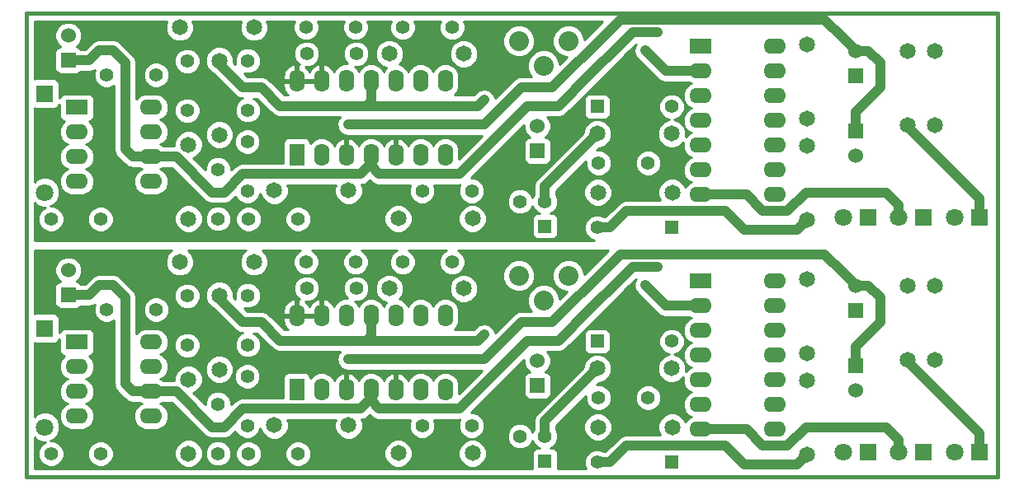
<source format=gtl>
G04 (created by PCBNEW-RS274X (2011-12-21 BZR 3253)-stable) date 15/03/2013 11:23:45*
G01*
G70*
G90*
%MOIN*%
G04 Gerber Fmt 3.4, Leading zero omitted, Abs format*
%FSLAX34Y34*%
G04 APERTURE LIST*
%ADD10C,0.006000*%
%ADD11C,0.015000*%
%ADD12R,0.070900X0.070900*%
%ADD13C,0.070900*%
%ADD14R,0.090000X0.062000*%
%ADD15O,0.090000X0.062000*%
%ADD16C,0.080000*%
%ADD17C,0.065000*%
%ADD18R,0.062000X0.090000*%
%ADD19O,0.062000X0.090000*%
%ADD20R,0.055000X0.055000*%
%ADD21C,0.055000*%
%ADD22R,0.060000X0.060000*%
%ADD23C,0.060000*%
%ADD24C,0.035000*%
%ADD25C,0.040000*%
%ADD26C,0.010000*%
G04 APERTURE END LIST*
G54D10*
G54D11*
X10500Y-08250D02*
X10750Y-08250D01*
X10500Y-27000D02*
X10500Y-08250D01*
X49750Y-27000D02*
X10500Y-27000D01*
X49750Y-08250D02*
X49750Y-27000D01*
X10500Y-08250D02*
X49750Y-08250D01*
G54D12*
X49000Y-26000D03*
G54D13*
X48000Y-26000D03*
G54D12*
X46750Y-26000D03*
G54D13*
X45750Y-26000D03*
G54D14*
X37740Y-19090D03*
G54D15*
X37740Y-20090D03*
X37740Y-21090D03*
X37740Y-22090D03*
X37740Y-23090D03*
X37740Y-24090D03*
X37740Y-25090D03*
X40740Y-25090D03*
X40740Y-24090D03*
X40740Y-23090D03*
X40740Y-22090D03*
X40740Y-21090D03*
X40740Y-20090D03*
X40740Y-19090D03*
G54D16*
X32400Y-18870D03*
X31400Y-19870D03*
X30400Y-18870D03*
G54D17*
X33590Y-25000D03*
X36590Y-25000D03*
X33570Y-22630D03*
X36570Y-22630D03*
X42040Y-23110D03*
X42040Y-26110D03*
X42040Y-19020D03*
X42040Y-22020D03*
X47200Y-19270D03*
X47200Y-22270D03*
X46100Y-22270D03*
X46100Y-19270D03*
X28530Y-26060D03*
X25530Y-26060D03*
X28170Y-19390D03*
X25170Y-19390D03*
X19700Y-18320D03*
X16700Y-18320D03*
X20520Y-24930D03*
X23520Y-24930D03*
X18300Y-22670D03*
X18300Y-19670D03*
X17050Y-26070D03*
X17050Y-23070D03*
G54D14*
X12540Y-21560D03*
G54D15*
X12540Y-22560D03*
X12540Y-23560D03*
X12540Y-24560D03*
X15540Y-24560D03*
X15540Y-23560D03*
X15540Y-22560D03*
X15540Y-21560D03*
G54D18*
X21430Y-23490D03*
G54D19*
X22430Y-23490D03*
X23430Y-23490D03*
X24430Y-23490D03*
X25430Y-23490D03*
X26430Y-23490D03*
X27430Y-23490D03*
X27430Y-20490D03*
X26430Y-20490D03*
X25430Y-20490D03*
X24430Y-20490D03*
X23430Y-20490D03*
X22430Y-20490D03*
X21430Y-20490D03*
G54D20*
X36560Y-26430D03*
G54D21*
X33560Y-26430D03*
G54D20*
X33570Y-21530D03*
G54D21*
X36570Y-21530D03*
X33620Y-23810D03*
X35620Y-23810D03*
X26490Y-24940D03*
X28490Y-24940D03*
X27700Y-18320D03*
X25700Y-18320D03*
X19450Y-19670D03*
X19450Y-21670D03*
X23830Y-19390D03*
X21830Y-19390D03*
X23810Y-18320D03*
X21810Y-18320D03*
X19430Y-22950D03*
X19430Y-24950D03*
X15750Y-20250D03*
X13750Y-20250D03*
X21480Y-26080D03*
X19480Y-26080D03*
X18250Y-26070D03*
X18250Y-24070D03*
X17000Y-21690D03*
X17000Y-19690D03*
X13500Y-26080D03*
X11500Y-26080D03*
G54D22*
X31150Y-23320D03*
G54D23*
X31150Y-22320D03*
G54D22*
X12200Y-19650D03*
G54D23*
X12200Y-18650D03*
G54D22*
X44000Y-20270D03*
G54D23*
X44000Y-19270D03*
G54D22*
X44000Y-22500D03*
G54D23*
X44000Y-23500D03*
G54D20*
X31450Y-26370D03*
G54D21*
X31450Y-25370D03*
X30450Y-25370D03*
G54D12*
X44500Y-26000D03*
G54D13*
X43500Y-26000D03*
G54D12*
X11250Y-21000D03*
G54D13*
X11250Y-25000D03*
G54D12*
X11250Y-11500D03*
G54D13*
X11250Y-15500D03*
G54D12*
X44500Y-16500D03*
G54D13*
X43500Y-16500D03*
G54D20*
X31450Y-16870D03*
G54D21*
X31450Y-15870D03*
X30450Y-15870D03*
G54D22*
X44000Y-13000D03*
G54D23*
X44000Y-14000D03*
G54D22*
X44000Y-10770D03*
G54D23*
X44000Y-09770D03*
G54D22*
X12200Y-10150D03*
G54D23*
X12200Y-09150D03*
G54D22*
X31150Y-13820D03*
G54D23*
X31150Y-12820D03*
G54D21*
X13500Y-16580D03*
X11500Y-16580D03*
X17000Y-12190D03*
X17000Y-10190D03*
X18250Y-16570D03*
X18250Y-14570D03*
X21480Y-16580D03*
X19480Y-16580D03*
X15750Y-10750D03*
X13750Y-10750D03*
X19430Y-13450D03*
X19430Y-15450D03*
X23810Y-08820D03*
X21810Y-08820D03*
X23830Y-09890D03*
X21830Y-09890D03*
X19450Y-10170D03*
X19450Y-12170D03*
X27700Y-08820D03*
X25700Y-08820D03*
X26490Y-15440D03*
X28490Y-15440D03*
X33620Y-14310D03*
X35620Y-14310D03*
G54D20*
X33570Y-12030D03*
G54D21*
X36570Y-12030D03*
G54D20*
X36560Y-16930D03*
G54D21*
X33560Y-16930D03*
G54D18*
X21430Y-13990D03*
G54D19*
X22430Y-13990D03*
X23430Y-13990D03*
X24430Y-13990D03*
X25430Y-13990D03*
X26430Y-13990D03*
X27430Y-13990D03*
X27430Y-10990D03*
X26430Y-10990D03*
X25430Y-10990D03*
X24430Y-10990D03*
X23430Y-10990D03*
X22430Y-10990D03*
X21430Y-10990D03*
G54D14*
X12540Y-12060D03*
G54D15*
X12540Y-13060D03*
X12540Y-14060D03*
X12540Y-15060D03*
X15540Y-15060D03*
X15540Y-14060D03*
X15540Y-13060D03*
X15540Y-12060D03*
G54D17*
X17050Y-16570D03*
X17050Y-13570D03*
X18300Y-13170D03*
X18300Y-10170D03*
X20520Y-15430D03*
X23520Y-15430D03*
X19700Y-08820D03*
X16700Y-08820D03*
X28170Y-09890D03*
X25170Y-09890D03*
X28530Y-16560D03*
X25530Y-16560D03*
X46100Y-12770D03*
X46100Y-09770D03*
X47200Y-09770D03*
X47200Y-12770D03*
X42040Y-09520D03*
X42040Y-12520D03*
X42040Y-13610D03*
X42040Y-16610D03*
X33570Y-13130D03*
X36570Y-13130D03*
X33590Y-15500D03*
X36590Y-15500D03*
G54D16*
X32400Y-09370D03*
X31400Y-10370D03*
X30400Y-09370D03*
G54D14*
X37740Y-09590D03*
G54D15*
X37740Y-10590D03*
X37740Y-11590D03*
X37740Y-12590D03*
X37740Y-13590D03*
X37740Y-14590D03*
X37740Y-15590D03*
X40740Y-15590D03*
X40740Y-14590D03*
X40740Y-13590D03*
X40740Y-12590D03*
X40740Y-11590D03*
X40740Y-10590D03*
X40740Y-09590D03*
G54D12*
X46750Y-16500D03*
G54D13*
X45750Y-16500D03*
G54D12*
X49000Y-16500D03*
G54D13*
X48000Y-16500D03*
G54D24*
X36000Y-09000D03*
X36000Y-18500D03*
X35500Y-19250D03*
X29000Y-11750D03*
X29000Y-21250D03*
X35500Y-09750D03*
X23500Y-22250D03*
X23500Y-12750D03*
G54D25*
X46100Y-22270D02*
X46100Y-22350D01*
X15540Y-23560D02*
X14810Y-23560D01*
X14500Y-23250D02*
X14500Y-19750D01*
X14000Y-19250D02*
X13450Y-19250D01*
X12200Y-19650D02*
X13050Y-19650D01*
X14000Y-09750D02*
X13450Y-09750D01*
X16560Y-23560D02*
X18000Y-25000D01*
X18000Y-25000D02*
X18500Y-25000D01*
X18500Y-25000D02*
X19250Y-24250D01*
X14810Y-23560D02*
X14500Y-23250D01*
X14500Y-19750D02*
X14000Y-19250D01*
X13050Y-19650D02*
X13450Y-19250D01*
X46100Y-22350D02*
X49000Y-25250D01*
X49000Y-25250D02*
X49000Y-26000D01*
X14500Y-13750D02*
X14500Y-10250D01*
X19250Y-24250D02*
X24000Y-24250D01*
X15540Y-14060D02*
X14810Y-14060D01*
X24430Y-23490D02*
X24430Y-23930D01*
X49000Y-15750D02*
X49000Y-16500D01*
X46100Y-12770D02*
X46100Y-12850D01*
X16560Y-14060D02*
X18000Y-15500D01*
X18000Y-15500D02*
X18500Y-15500D01*
X18500Y-15500D02*
X19250Y-14750D01*
X14810Y-14060D02*
X14500Y-13750D01*
X14500Y-10250D02*
X14000Y-09750D01*
X13050Y-10150D02*
X13450Y-09750D01*
X32000Y-12000D02*
X33250Y-10750D01*
X19250Y-14750D02*
X24000Y-14750D01*
X24000Y-14750D02*
X24430Y-14320D01*
X24430Y-14320D02*
X24430Y-13990D01*
X15540Y-14060D02*
X16560Y-14060D01*
X35000Y-09000D02*
X36000Y-09000D01*
X24430Y-13990D02*
X24430Y-14430D01*
X12200Y-10150D02*
X13050Y-10150D01*
X30750Y-12000D02*
X32000Y-12000D01*
X28000Y-14750D02*
X30750Y-12000D01*
X24750Y-14750D02*
X28000Y-14750D01*
X24430Y-14430D02*
X24750Y-14750D01*
X34500Y-09500D02*
X35000Y-09000D01*
X33250Y-10750D02*
X34500Y-09500D01*
X32000Y-21500D02*
X33250Y-20250D01*
X33250Y-20250D02*
X34500Y-19000D01*
X34500Y-19000D02*
X35000Y-18500D01*
X24430Y-23930D02*
X24750Y-24250D01*
X24750Y-24250D02*
X28000Y-24250D01*
X28000Y-24250D02*
X30750Y-21500D01*
X46100Y-12850D02*
X49000Y-15750D01*
X35000Y-18500D02*
X36000Y-18500D01*
X15540Y-23560D02*
X16560Y-23560D01*
X24430Y-23820D02*
X24430Y-23490D01*
X24000Y-24250D02*
X24430Y-23820D01*
X30750Y-21500D02*
X32000Y-21500D01*
X24000Y-12000D02*
X24250Y-12000D01*
X40250Y-16250D02*
X41250Y-16250D01*
X24430Y-11820D02*
X24430Y-10990D01*
X18300Y-10300D02*
X19250Y-11250D01*
X45250Y-25000D02*
X42000Y-25000D01*
X18300Y-19670D02*
X18300Y-19800D01*
X19250Y-20750D02*
X20000Y-20750D01*
X35500Y-19250D02*
X36340Y-20090D01*
X45750Y-25500D02*
X45250Y-25000D01*
X39590Y-25090D02*
X40250Y-25750D01*
X20750Y-12000D02*
X24000Y-12000D01*
X20000Y-11250D02*
X20750Y-12000D01*
X24000Y-12000D02*
X28750Y-12000D01*
X36340Y-10590D02*
X37740Y-10590D01*
X24250Y-12000D02*
X24430Y-11820D01*
X37740Y-15590D02*
X39590Y-15590D01*
X20000Y-20750D02*
X20750Y-21500D01*
X20750Y-21500D02*
X24000Y-21500D01*
X24000Y-21500D02*
X28750Y-21500D01*
X24430Y-21320D02*
X24430Y-20490D01*
X37740Y-25090D02*
X39590Y-25090D01*
X18300Y-19800D02*
X19250Y-20750D01*
X36340Y-20090D02*
X37740Y-20090D01*
X24250Y-21500D02*
X24430Y-21320D01*
X40250Y-25750D02*
X41250Y-25750D01*
X45750Y-16500D02*
X45750Y-16000D01*
X28750Y-12000D02*
X29000Y-11750D01*
X42000Y-25000D02*
X41250Y-25750D01*
X28750Y-21500D02*
X29000Y-21250D01*
X45750Y-26000D02*
X45750Y-25500D01*
X45250Y-15500D02*
X42000Y-15500D01*
X24000Y-21500D02*
X24250Y-21500D01*
X42000Y-15500D02*
X41250Y-16250D01*
X39590Y-15590D02*
X40250Y-16250D01*
X18300Y-10170D02*
X18300Y-10300D01*
X19250Y-11250D02*
X20000Y-11250D01*
X35500Y-09750D02*
X36340Y-10590D01*
X45750Y-16000D02*
X45250Y-15500D01*
X31450Y-15250D02*
X33570Y-13130D01*
X31450Y-15870D02*
X31450Y-15250D01*
X31450Y-24750D02*
X33570Y-22630D01*
X31450Y-25370D02*
X31450Y-24750D01*
X44520Y-19270D02*
X44000Y-19270D01*
X44000Y-22500D02*
X44000Y-21750D01*
X44000Y-19250D02*
X43500Y-18750D01*
X23500Y-22250D02*
X24250Y-22250D01*
X45000Y-19750D02*
X44520Y-19270D01*
X45000Y-20750D02*
X45000Y-19750D01*
X29000Y-22250D02*
X30500Y-20750D01*
X42750Y-18000D02*
X43500Y-18750D01*
X34000Y-18500D02*
X34500Y-18000D01*
X30500Y-20750D02*
X30750Y-20750D01*
X27750Y-22250D02*
X29000Y-22250D01*
X31750Y-20750D02*
X34000Y-18500D01*
X30750Y-20750D02*
X31750Y-20750D01*
X24250Y-22250D02*
X23500Y-22250D01*
X34500Y-18000D02*
X42750Y-18000D01*
X27750Y-22250D02*
X24250Y-22250D01*
X44000Y-21750D02*
X45000Y-20750D01*
X44000Y-19270D02*
X44000Y-19250D01*
X31750Y-11250D02*
X34000Y-09000D01*
X44000Y-12250D02*
X45000Y-11250D01*
X44520Y-09770D02*
X44000Y-09770D01*
X27750Y-12750D02*
X24250Y-12750D01*
X34500Y-08500D02*
X42750Y-08500D01*
X24250Y-12750D02*
X23500Y-12750D01*
X44000Y-13000D02*
X44000Y-12250D01*
X44000Y-09770D02*
X44000Y-09750D01*
X44000Y-09750D02*
X43500Y-09250D01*
X30750Y-11250D02*
X31750Y-11250D01*
X45000Y-10250D02*
X44520Y-09770D01*
X27750Y-12750D02*
X29000Y-12750D01*
X30500Y-11250D02*
X30750Y-11250D01*
X23500Y-12750D02*
X24250Y-12750D01*
X34000Y-09000D02*
X34500Y-08500D01*
X42750Y-08500D02*
X43500Y-09250D01*
X29000Y-12750D02*
X30500Y-11250D01*
X45000Y-11250D02*
X45000Y-10250D01*
X41650Y-17000D02*
X42040Y-16610D01*
X34070Y-26430D02*
X34750Y-25750D01*
X34750Y-25750D02*
X38750Y-25750D01*
X38750Y-25750D02*
X39500Y-26500D01*
X39500Y-26500D02*
X41650Y-26500D01*
X41650Y-26500D02*
X42040Y-26110D01*
X38750Y-16250D02*
X39500Y-17000D01*
X34750Y-16250D02*
X38750Y-16250D01*
X34070Y-16930D02*
X34750Y-16250D01*
X33560Y-26430D02*
X34070Y-26430D01*
X33560Y-16930D02*
X34070Y-16930D01*
X39500Y-17000D02*
X41650Y-17000D01*
G54D26*
X25380Y-10940D02*
X25480Y-10940D01*
X25380Y-11020D02*
X25480Y-11020D01*
X10825Y-08575D02*
X16179Y-08575D01*
X17220Y-08575D02*
X19179Y-08575D01*
X20220Y-08575D02*
X21343Y-08575D01*
X22276Y-08575D02*
X23343Y-08575D01*
X24276Y-08575D02*
X25233Y-08575D01*
X26166Y-08575D02*
X27233Y-08575D01*
X28166Y-08575D02*
X33789Y-08575D01*
X10825Y-08655D02*
X11961Y-08655D01*
X12438Y-08655D02*
X16145Y-08655D01*
X17253Y-08655D02*
X19145Y-08655D01*
X20253Y-08655D02*
X21309Y-08655D01*
X22309Y-08655D02*
X23309Y-08655D01*
X24309Y-08655D02*
X25199Y-08655D01*
X26199Y-08655D02*
X27199Y-08655D01*
X28199Y-08655D02*
X33708Y-08655D01*
X10825Y-08735D02*
X11839Y-08735D01*
X12561Y-08735D02*
X16125Y-08735D01*
X17275Y-08735D02*
X19125Y-08735D01*
X20275Y-08735D02*
X21285Y-08735D01*
X22335Y-08735D02*
X23285Y-08735D01*
X24335Y-08735D02*
X25175Y-08735D01*
X26225Y-08735D02*
X27175Y-08735D01*
X28225Y-08735D02*
X30237Y-08735D01*
X30562Y-08735D02*
X32237Y-08735D01*
X32562Y-08735D02*
X33628Y-08735D01*
X10825Y-08815D02*
X11759Y-08815D01*
X12641Y-08815D02*
X16125Y-08815D01*
X17275Y-08815D02*
X19125Y-08815D01*
X20275Y-08815D02*
X21285Y-08815D01*
X22335Y-08815D02*
X23285Y-08815D01*
X24335Y-08815D02*
X25175Y-08815D01*
X26225Y-08815D02*
X27175Y-08815D01*
X28225Y-08815D02*
X30044Y-08815D01*
X30755Y-08815D02*
X32044Y-08815D01*
X32755Y-08815D02*
X33548Y-08815D01*
X10825Y-08895D02*
X11711Y-08895D01*
X12688Y-08895D02*
X16125Y-08895D01*
X17275Y-08895D02*
X19125Y-08895D01*
X20275Y-08895D02*
X21285Y-08895D01*
X22335Y-08895D02*
X23285Y-08895D01*
X24335Y-08895D02*
X25175Y-08895D01*
X26225Y-08895D02*
X27175Y-08895D01*
X28225Y-08895D02*
X29957Y-08895D01*
X30843Y-08895D02*
X31957Y-08895D01*
X32843Y-08895D02*
X33468Y-08895D01*
X10825Y-08975D02*
X11678Y-08975D01*
X12721Y-08975D02*
X16142Y-08975D01*
X17259Y-08975D02*
X19142Y-08975D01*
X20259Y-08975D02*
X21307Y-08975D01*
X22315Y-08975D02*
X23307Y-08975D01*
X24315Y-08975D02*
X25197Y-08975D01*
X26205Y-08975D02*
X27197Y-08975D01*
X28205Y-08975D02*
X29877Y-08975D01*
X30923Y-08975D02*
X31877Y-08975D01*
X32923Y-08975D02*
X33388Y-08975D01*
X10825Y-09055D02*
X11651Y-09055D01*
X12749Y-09055D02*
X16175Y-09055D01*
X17225Y-09055D02*
X19175Y-09055D01*
X20225Y-09055D02*
X21340Y-09055D01*
X22282Y-09055D02*
X23340Y-09055D01*
X24282Y-09055D02*
X25230Y-09055D01*
X26172Y-09055D02*
X27230Y-09055D01*
X28172Y-09055D02*
X29828Y-09055D01*
X30971Y-09055D02*
X31828Y-09055D01*
X32971Y-09055D02*
X33308Y-09055D01*
X10825Y-09135D02*
X11651Y-09135D01*
X12749Y-09135D02*
X16208Y-09135D01*
X17192Y-09135D02*
X19208Y-09135D01*
X20192Y-09135D02*
X21383Y-09135D01*
X22238Y-09135D02*
X23383Y-09135D01*
X24238Y-09135D02*
X25273Y-09135D01*
X26128Y-09135D02*
X27273Y-09135D01*
X28128Y-09135D02*
X29794Y-09135D01*
X31005Y-09135D02*
X31794Y-09135D01*
X33005Y-09135D02*
X33228Y-09135D01*
X10825Y-09215D02*
X11651Y-09215D01*
X12749Y-09215D02*
X16282Y-09215D01*
X17118Y-09215D02*
X19282Y-09215D01*
X20118Y-09215D02*
X21463Y-09215D01*
X22158Y-09215D02*
X23463Y-09215D01*
X24158Y-09215D02*
X25353Y-09215D01*
X26048Y-09215D02*
X27353Y-09215D01*
X28048Y-09215D02*
X29761Y-09215D01*
X31038Y-09215D02*
X31761Y-09215D01*
X33038Y-09215D02*
X33148Y-09215D01*
X10825Y-09295D02*
X11666Y-09295D01*
X12735Y-09295D02*
X16362Y-09295D01*
X17038Y-09295D02*
X19362Y-09295D01*
X20038Y-09295D02*
X21585Y-09295D01*
X22035Y-09295D02*
X23585Y-09295D01*
X24035Y-09295D02*
X25475Y-09295D01*
X25925Y-09295D02*
X27475Y-09295D01*
X27925Y-09295D02*
X29751Y-09295D01*
X31049Y-09295D02*
X31751Y-09295D01*
X33049Y-09295D02*
X33068Y-09295D01*
X10825Y-09375D02*
X11700Y-09375D01*
X12701Y-09375D02*
X13215Y-09375D01*
X14233Y-09375D02*
X16538Y-09375D01*
X16863Y-09375D02*
X19538Y-09375D01*
X19863Y-09375D02*
X21701Y-09375D01*
X21959Y-09375D02*
X23701Y-09375D01*
X23959Y-09375D02*
X24910Y-09375D01*
X25428Y-09375D02*
X27910Y-09375D01*
X28428Y-09375D02*
X29751Y-09375D01*
X31049Y-09375D02*
X31751Y-09375D01*
X10825Y-09455D02*
X11733Y-09455D01*
X12668Y-09455D02*
X13108Y-09455D01*
X14341Y-09455D02*
X21522Y-09455D01*
X22137Y-09455D02*
X23522Y-09455D01*
X24137Y-09455D02*
X24792Y-09455D01*
X25548Y-09455D02*
X27792Y-09455D01*
X28548Y-09455D02*
X29751Y-09455D01*
X31049Y-09455D02*
X31751Y-09455D01*
X10825Y-09535D02*
X11809Y-09535D01*
X12591Y-09535D02*
X13028Y-09535D01*
X14421Y-09535D02*
X21442Y-09535D01*
X22217Y-09535D02*
X23442Y-09535D01*
X24217Y-09535D02*
X24712Y-09535D01*
X25628Y-09535D02*
X27712Y-09535D01*
X28628Y-09535D02*
X29766Y-09535D01*
X31035Y-09535D02*
X31049Y-09535D01*
X31049Y-09535D02*
X31766Y-09535D01*
X35100Y-09535D02*
X35112Y-09535D01*
X10825Y-09615D02*
X11817Y-09615D01*
X12583Y-09615D02*
X12948Y-09615D01*
X14501Y-09615D02*
X18137Y-09615D01*
X18462Y-09615D02*
X21375Y-09615D01*
X22284Y-09615D02*
X23375Y-09615D01*
X24284Y-09615D02*
X24661Y-09615D01*
X25678Y-09615D02*
X27661Y-09615D01*
X28678Y-09615D02*
X29800Y-09615D01*
X31001Y-09615D02*
X31049Y-09615D01*
X31049Y-09615D02*
X31800Y-09615D01*
X35020Y-09615D02*
X35076Y-09615D01*
X10825Y-09695D02*
X11703Y-09695D01*
X12697Y-09695D02*
X12868Y-09695D01*
X14581Y-09695D02*
X16823Y-09695D01*
X17177Y-09695D02*
X17962Y-09695D01*
X18638Y-09695D02*
X19225Y-09695D01*
X19675Y-09695D02*
X21342Y-09695D01*
X22317Y-09695D02*
X23342Y-09695D01*
X24317Y-09695D02*
X24628Y-09695D01*
X25711Y-09695D02*
X27628Y-09695D01*
X28711Y-09695D02*
X29833Y-09695D01*
X30968Y-09695D02*
X31049Y-09695D01*
X31049Y-09695D02*
X31833Y-09695D01*
X34940Y-09695D02*
X35060Y-09695D01*
X10825Y-09775D02*
X11661Y-09775D01*
X14661Y-09775D02*
X16672Y-09775D01*
X17327Y-09775D02*
X17882Y-09775D01*
X18718Y-09775D02*
X19102Y-09775D01*
X19797Y-09775D02*
X21309Y-09775D01*
X22350Y-09775D02*
X23309Y-09775D01*
X24350Y-09775D02*
X24595Y-09775D01*
X25744Y-09775D02*
X27595Y-09775D01*
X28744Y-09775D02*
X29887Y-09775D01*
X30913Y-09775D02*
X31049Y-09775D01*
X31049Y-09775D02*
X31139Y-09775D01*
X31659Y-09775D02*
X31887Y-09775D01*
X34860Y-09775D02*
X35055Y-09775D01*
X10825Y-09855D02*
X11651Y-09855D01*
X14741Y-09855D02*
X16592Y-09855D01*
X17407Y-09855D02*
X17808Y-09855D01*
X18792Y-09855D02*
X19022Y-09855D01*
X19877Y-09855D02*
X21305Y-09855D01*
X22355Y-09855D02*
X23305Y-09855D01*
X24355Y-09855D02*
X24595Y-09855D01*
X25745Y-09855D02*
X27595Y-09855D01*
X28745Y-09855D02*
X29967Y-09855D01*
X30833Y-09855D02*
X30997Y-09855D01*
X31803Y-09855D02*
X31967Y-09855D01*
X34782Y-09855D02*
X35071Y-09855D01*
X10825Y-09935D02*
X11651Y-09935D01*
X14820Y-09935D02*
X16537Y-09935D01*
X17462Y-09935D02*
X17775Y-09935D01*
X18825Y-09935D02*
X18978Y-09935D01*
X19920Y-09935D02*
X21305Y-09935D01*
X22355Y-09935D02*
X23305Y-09935D01*
X24355Y-09935D02*
X24595Y-09935D01*
X25745Y-09935D02*
X27595Y-09935D01*
X28745Y-09935D02*
X30069Y-09935D01*
X30732Y-09935D02*
X30917Y-09935D01*
X31883Y-09935D02*
X32069Y-09935D01*
X34702Y-09935D02*
X35093Y-09935D01*
X10825Y-10015D02*
X11651Y-10015D01*
X14874Y-10015D02*
X16504Y-10015D01*
X17495Y-10015D02*
X17741Y-10015D01*
X18858Y-10015D02*
X18945Y-10015D01*
X19953Y-10015D02*
X21314Y-10015D01*
X22347Y-10015D02*
X23314Y-10015D01*
X24347Y-10015D02*
X24600Y-10015D01*
X25741Y-10015D02*
X27600Y-10015D01*
X28741Y-10015D02*
X28745Y-10015D01*
X28745Y-10015D02*
X30262Y-10015D01*
X30539Y-10015D02*
X30844Y-10015D01*
X31955Y-10015D02*
X32262Y-10015D01*
X34622Y-10015D02*
X35147Y-10015D01*
X10825Y-10095D02*
X11651Y-10095D01*
X14919Y-10095D02*
X16475Y-10095D01*
X17525Y-10095D02*
X17725Y-10095D01*
X18875Y-10095D02*
X18925Y-10095D01*
X19975Y-10095D02*
X21347Y-10095D01*
X22314Y-10095D02*
X23347Y-10095D01*
X24314Y-10095D02*
X24633Y-10095D01*
X25708Y-10095D02*
X27633Y-10095D01*
X28708Y-10095D02*
X28745Y-10095D01*
X28745Y-10095D02*
X30811Y-10095D01*
X31988Y-10095D02*
X32268Y-10095D01*
X34542Y-10095D02*
X35209Y-10095D01*
X10825Y-10175D02*
X11651Y-10175D01*
X14935Y-10175D02*
X16475Y-10175D01*
X17525Y-10175D02*
X17725Y-10175D01*
X18875Y-10175D02*
X18925Y-10175D01*
X19975Y-10175D02*
X21381Y-10175D01*
X22281Y-10175D02*
X23381Y-10175D01*
X24281Y-10175D02*
X24666Y-10175D01*
X25675Y-10175D02*
X27666Y-10175D01*
X28675Y-10175D02*
X28745Y-10175D01*
X28745Y-10175D02*
X30778Y-10175D01*
X32021Y-10175D02*
X32188Y-10175D01*
X34462Y-10175D02*
X35289Y-10175D01*
X10825Y-10255D02*
X11651Y-10255D01*
X14950Y-10255D02*
X15573Y-10255D01*
X15927Y-10255D02*
X16475Y-10255D01*
X17525Y-10255D02*
X17725Y-10255D01*
X18891Y-10255D02*
X18925Y-10255D01*
X19975Y-10255D02*
X21453Y-10255D01*
X22208Y-10255D02*
X23453Y-10255D01*
X24208Y-10255D02*
X24722Y-10255D01*
X25618Y-10255D02*
X27722Y-10255D01*
X28618Y-10255D02*
X28745Y-10255D01*
X28745Y-10255D02*
X30751Y-10255D01*
X32049Y-10255D02*
X32108Y-10255D01*
X34382Y-10255D02*
X35369Y-10255D01*
X10825Y-10335D02*
X11651Y-10335D01*
X14950Y-10335D02*
X15422Y-10335D01*
X16077Y-10335D02*
X16492Y-10335D01*
X17509Y-10335D02*
X17525Y-10335D01*
X17525Y-10335D02*
X17747Y-10335D01*
X19951Y-10335D02*
X21217Y-10335D01*
X21342Y-10335D02*
X21515Y-10335D01*
X22127Y-10335D02*
X22217Y-10335D01*
X22342Y-10335D02*
X22517Y-10335D01*
X22642Y-10335D02*
X23207Y-10335D01*
X24127Y-10335D02*
X24207Y-10335D01*
X24652Y-10335D02*
X24802Y-10335D01*
X25642Y-10335D02*
X26207Y-10335D01*
X26652Y-10335D02*
X27207Y-10335D01*
X27652Y-10335D02*
X27802Y-10335D01*
X28538Y-10335D02*
X28745Y-10335D01*
X28745Y-10335D02*
X30751Y-10335D01*
X34302Y-10335D02*
X35449Y-10335D01*
X10825Y-10415D02*
X11651Y-10415D01*
X14950Y-10415D02*
X15342Y-10415D01*
X16157Y-10415D02*
X16526Y-10415D01*
X17476Y-10415D02*
X17525Y-10415D01*
X17525Y-10415D02*
X17780Y-10415D01*
X19917Y-10415D02*
X21088Y-10415D01*
X21380Y-10415D02*
X21480Y-10415D01*
X21771Y-10415D02*
X22088Y-10415D01*
X22380Y-10415D02*
X22480Y-10415D01*
X22771Y-10415D02*
X23076Y-10415D01*
X23784Y-10415D02*
X24076Y-10415D01*
X24784Y-10415D02*
X24936Y-10415D01*
X25771Y-10415D02*
X26076Y-10415D01*
X26784Y-10415D02*
X27076Y-10415D01*
X27784Y-10415D02*
X27936Y-10415D01*
X28406Y-10415D02*
X28745Y-10415D01*
X28745Y-10415D02*
X30751Y-10415D01*
X34222Y-10415D02*
X35529Y-10415D01*
X10825Y-10495D02*
X11651Y-10495D01*
X14950Y-10495D02*
X15287Y-10495D01*
X16212Y-10495D02*
X16563Y-10495D01*
X17438Y-10495D02*
X17525Y-10495D01*
X17525Y-10495D02*
X17812Y-10495D01*
X19868Y-10495D02*
X21008Y-10495D01*
X21380Y-10495D02*
X21480Y-10495D01*
X21851Y-10495D02*
X22008Y-10495D01*
X22380Y-10495D02*
X22480Y-10495D01*
X22851Y-10495D02*
X22996Y-10495D01*
X23864Y-10495D02*
X23996Y-10495D01*
X24864Y-10495D02*
X25006Y-10495D01*
X25851Y-10495D02*
X25996Y-10495D01*
X26864Y-10495D02*
X26996Y-10495D01*
X27864Y-10495D02*
X28745Y-10495D01*
X28745Y-10495D02*
X30751Y-10495D01*
X34141Y-10495D02*
X35609Y-10495D01*
X10825Y-10575D02*
X11683Y-10575D01*
X13177Y-10575D02*
X13253Y-10575D01*
X14950Y-10575D02*
X15254Y-10575D01*
X16245Y-10575D02*
X16643Y-10575D01*
X17358Y-10575D02*
X17525Y-10575D01*
X17525Y-10575D02*
X17892Y-10575D01*
X19788Y-10575D02*
X20950Y-10575D01*
X21380Y-10575D02*
X21480Y-10575D01*
X21909Y-10575D02*
X21950Y-10575D01*
X22380Y-10575D02*
X22480Y-10575D01*
X22909Y-10575D02*
X22943Y-10575D01*
X23915Y-10575D02*
X23944Y-10575D01*
X24915Y-10575D02*
X24949Y-10575D01*
X25909Y-10575D02*
X25943Y-10575D01*
X26915Y-10575D02*
X26944Y-10575D01*
X27915Y-10575D02*
X28745Y-10575D01*
X28745Y-10575D02*
X30783Y-10575D01*
X34061Y-10575D02*
X35689Y-10575D01*
X10825Y-10655D02*
X11753Y-10655D01*
X12647Y-10655D02*
X13225Y-10655D01*
X14950Y-10655D02*
X15225Y-10655D01*
X16275Y-10655D02*
X16751Y-10655D01*
X17249Y-10655D02*
X17525Y-10655D01*
X17525Y-10655D02*
X17972Y-10655D01*
X19651Y-10655D02*
X20911Y-10655D01*
X21380Y-10655D02*
X21480Y-10655D01*
X22380Y-10655D02*
X22480Y-10655D01*
X27948Y-10655D02*
X28745Y-10655D01*
X28745Y-10655D02*
X30816Y-10655D01*
X33981Y-10655D02*
X35769Y-10655D01*
X10825Y-10735D02*
X13225Y-10735D01*
X14950Y-10735D02*
X15225Y-10735D01*
X16275Y-10735D02*
X17525Y-10735D01*
X17525Y-10735D02*
X18099Y-10735D01*
X19371Y-10735D02*
X20892Y-10735D01*
X21380Y-10735D02*
X21480Y-10735D01*
X22380Y-10735D02*
X22480Y-10735D01*
X27979Y-10735D02*
X28745Y-10735D01*
X28745Y-10735D02*
X30849Y-10735D01*
X33901Y-10735D02*
X35849Y-10735D01*
X10825Y-10815D02*
X13225Y-10815D01*
X14950Y-10815D02*
X15225Y-10815D01*
X16275Y-10815D02*
X17525Y-10815D01*
X17525Y-10815D02*
X18179Y-10815D01*
X20076Y-10815D02*
X20873Y-10815D01*
X21380Y-10815D02*
X21480Y-10815D01*
X22380Y-10815D02*
X22480Y-10815D01*
X27979Y-10815D02*
X28745Y-10815D01*
X28745Y-10815D02*
X30422Y-10815D01*
X33821Y-10815D02*
X35929Y-10815D01*
X10825Y-10895D02*
X13242Y-10895D01*
X14950Y-10895D02*
X15242Y-10895D01*
X16259Y-10895D02*
X16275Y-10895D01*
X16275Y-10895D02*
X17525Y-10895D01*
X17525Y-10895D02*
X18259Y-10895D01*
X20263Y-10895D02*
X20870Y-10895D01*
X21380Y-10895D02*
X21480Y-10895D01*
X22380Y-10895D02*
X22480Y-10895D01*
X27979Y-10895D02*
X28745Y-10895D01*
X28745Y-10895D02*
X30236Y-10895D01*
X33741Y-10895D02*
X36009Y-10895D01*
X11785Y-10975D02*
X13276Y-10975D01*
X14950Y-10975D02*
X15276Y-10975D01*
X16226Y-10975D02*
X16275Y-10975D01*
X16275Y-10975D02*
X17525Y-10975D01*
X17525Y-10975D02*
X18339Y-10975D01*
X20361Y-10975D02*
X21380Y-10975D01*
X21380Y-10975D02*
X22380Y-10975D01*
X22380Y-10975D02*
X22480Y-10975D01*
X27979Y-10975D02*
X28745Y-10975D01*
X28745Y-10975D02*
X30138Y-10975D01*
X33661Y-10975D02*
X36122Y-10975D01*
X11835Y-11055D02*
X13313Y-11055D01*
X14950Y-11055D02*
X15313Y-11055D01*
X16188Y-11055D02*
X16275Y-11055D01*
X16275Y-11055D02*
X17525Y-11055D01*
X17525Y-11055D02*
X18419Y-11055D01*
X20441Y-11055D02*
X20870Y-11055D01*
X27979Y-11055D02*
X28745Y-11055D01*
X28745Y-11055D02*
X30058Y-11055D01*
X33581Y-11055D02*
X37276Y-11055D01*
X11853Y-11135D02*
X13393Y-11135D01*
X14950Y-11135D02*
X15393Y-11135D01*
X16108Y-11135D02*
X16275Y-11135D01*
X16275Y-11135D02*
X17525Y-11135D01*
X17525Y-11135D02*
X18499Y-11135D01*
X20521Y-11135D02*
X20870Y-11135D01*
X27979Y-11135D02*
X28745Y-11135D01*
X28745Y-11135D02*
X29978Y-11135D01*
X33502Y-11135D02*
X37266Y-11135D01*
X11853Y-11215D02*
X13501Y-11215D01*
X13999Y-11215D02*
X14050Y-11215D01*
X14950Y-11215D02*
X15501Y-11215D01*
X15999Y-11215D02*
X16275Y-11215D01*
X16275Y-11215D02*
X17525Y-11215D01*
X17525Y-11215D02*
X18579Y-11215D01*
X20601Y-11215D02*
X20886Y-11215D01*
X27979Y-11215D02*
X28745Y-11215D01*
X28745Y-11215D02*
X29898Y-11215D01*
X33422Y-11215D02*
X37186Y-11215D01*
X11853Y-11295D02*
X14050Y-11295D01*
X14950Y-11295D02*
X16275Y-11295D01*
X16275Y-11295D02*
X17525Y-11295D01*
X17525Y-11295D02*
X18659Y-11295D01*
X20681Y-11295D02*
X20905Y-11295D01*
X27962Y-11295D02*
X28745Y-11295D01*
X28745Y-11295D02*
X29818Y-11295D01*
X33342Y-11295D02*
X37115Y-11295D01*
X11853Y-11375D02*
X14050Y-11375D01*
X14950Y-11375D02*
X16275Y-11375D01*
X16275Y-11375D02*
X17525Y-11375D01*
X17525Y-11375D02*
X18739Y-11375D01*
X20761Y-11375D02*
X20929Y-11375D01*
X27928Y-11375D02*
X28745Y-11375D01*
X28745Y-11375D02*
X28766Y-11375D01*
X29232Y-11375D02*
X29738Y-11375D01*
X33262Y-11375D02*
X37082Y-11375D01*
X11853Y-11455D02*
X14050Y-11455D01*
X14950Y-11455D02*
X16275Y-11455D01*
X16275Y-11455D02*
X17525Y-11455D01*
X17525Y-11455D02*
X18819Y-11455D01*
X20841Y-11455D02*
X20987Y-11455D01*
X27894Y-11455D02*
X28658Y-11455D01*
X29333Y-11455D02*
X29658Y-11455D01*
X33182Y-11455D02*
X37048Y-11455D01*
X11853Y-11535D02*
X11958Y-11535D01*
X13121Y-11535D02*
X14050Y-11535D01*
X14950Y-11535D02*
X15220Y-11535D01*
X15859Y-11535D02*
X16275Y-11535D01*
X16275Y-11535D02*
X17525Y-11535D01*
X17525Y-11535D02*
X18899Y-11535D01*
X20921Y-11535D02*
X21045Y-11535D01*
X27814Y-11535D02*
X28578Y-11535D01*
X29386Y-11535D02*
X29578Y-11535D01*
X33102Y-11535D02*
X33175Y-11535D01*
X33964Y-11535D02*
X36393Y-11535D01*
X36747Y-11535D02*
X37038Y-11535D01*
X11853Y-11615D02*
X11876Y-11615D01*
X13203Y-11615D02*
X14050Y-11615D01*
X14950Y-11615D02*
X15056Y-11615D01*
X16024Y-11615D02*
X16275Y-11615D01*
X16275Y-11615D02*
X17525Y-11615D01*
X17525Y-11615D02*
X19003Y-11615D01*
X29421Y-11615D02*
X29498Y-11615D01*
X33022Y-11615D02*
X33083Y-11615D01*
X34056Y-11615D02*
X36242Y-11615D01*
X36897Y-11615D02*
X37038Y-11615D01*
X13236Y-11695D02*
X14050Y-11695D01*
X14950Y-11695D02*
X14976Y-11695D01*
X16104Y-11695D02*
X16275Y-11695D01*
X16275Y-11695D02*
X16823Y-11695D01*
X17177Y-11695D02*
X17525Y-11695D01*
X17525Y-11695D02*
X19225Y-11695D01*
X32942Y-11695D02*
X33050Y-11695D01*
X34089Y-11695D02*
X36162Y-11695D01*
X36977Y-11695D02*
X37038Y-11695D01*
X13239Y-11775D02*
X14050Y-11775D01*
X16168Y-11775D02*
X16275Y-11775D01*
X16275Y-11775D02*
X16672Y-11775D01*
X17327Y-11775D02*
X17525Y-11775D01*
X17525Y-11775D02*
X19102Y-11775D01*
X19797Y-11775D02*
X19888Y-11775D01*
X32862Y-11775D02*
X33046Y-11775D01*
X34094Y-11775D02*
X36107Y-11775D01*
X37032Y-11775D02*
X37070Y-11775D01*
X13239Y-11855D02*
X14050Y-11855D01*
X16202Y-11855D02*
X16275Y-11855D01*
X16275Y-11855D02*
X16592Y-11855D01*
X17407Y-11855D02*
X17525Y-11855D01*
X17525Y-11855D02*
X19022Y-11855D01*
X19877Y-11855D02*
X19968Y-11855D01*
X32782Y-11855D02*
X33046Y-11855D01*
X34094Y-11855D02*
X36074Y-11855D01*
X37065Y-11855D02*
X37103Y-11855D01*
X11840Y-11935D02*
X11841Y-11935D01*
X13239Y-11935D02*
X14050Y-11935D01*
X16235Y-11935D02*
X16275Y-11935D01*
X16275Y-11935D02*
X16537Y-11935D01*
X17462Y-11935D02*
X17525Y-11935D01*
X17525Y-11935D02*
X18978Y-11935D01*
X19920Y-11935D02*
X20048Y-11935D01*
X32702Y-11935D02*
X33046Y-11935D01*
X34094Y-11935D02*
X36045Y-11935D01*
X37095Y-11935D02*
X37156Y-11935D01*
X11795Y-12015D02*
X11841Y-12015D01*
X13239Y-12015D02*
X14050Y-12015D01*
X16242Y-12015D02*
X16275Y-12015D01*
X16275Y-12015D02*
X16504Y-12015D01*
X17495Y-12015D02*
X17525Y-12015D01*
X17525Y-12015D02*
X18945Y-12015D01*
X19953Y-12015D02*
X20128Y-12015D01*
X32622Y-12015D02*
X33046Y-12015D01*
X34094Y-12015D02*
X36045Y-12015D01*
X37095Y-12015D02*
X37236Y-12015D01*
X10825Y-12095D02*
X10828Y-12095D01*
X11673Y-12095D02*
X11841Y-12095D01*
X13239Y-12095D02*
X14050Y-12095D01*
X16242Y-12095D02*
X16275Y-12095D01*
X16275Y-12095D02*
X16475Y-12095D01*
X17525Y-12095D02*
X18925Y-12095D01*
X19975Y-12095D02*
X20208Y-12095D01*
X32542Y-12095D02*
X33046Y-12095D01*
X34094Y-12095D02*
X36045Y-12095D01*
X37095Y-12095D02*
X37348Y-12095D01*
X10825Y-12175D02*
X11841Y-12175D01*
X13239Y-12175D02*
X14050Y-12175D01*
X16240Y-12175D02*
X16275Y-12175D01*
X16275Y-12175D02*
X16475Y-12175D01*
X17525Y-12175D02*
X18925Y-12175D01*
X19975Y-12175D02*
X20288Y-12175D01*
X32462Y-12175D02*
X33046Y-12175D01*
X34094Y-12175D02*
X36062Y-12175D01*
X37079Y-12175D02*
X37226Y-12175D01*
X10825Y-12255D02*
X11841Y-12255D01*
X13239Y-12255D02*
X14050Y-12255D01*
X16207Y-12255D02*
X16275Y-12255D01*
X16275Y-12255D02*
X16475Y-12255D01*
X17525Y-12255D02*
X18925Y-12255D01*
X19975Y-12255D02*
X20368Y-12255D01*
X32382Y-12255D02*
X33046Y-12255D01*
X34094Y-12255D02*
X36096Y-12255D01*
X37046Y-12255D02*
X37146Y-12255D01*
X10825Y-12335D02*
X11841Y-12335D01*
X13239Y-12335D02*
X14050Y-12335D01*
X16173Y-12335D02*
X16275Y-12335D01*
X16275Y-12335D02*
X16492Y-12335D01*
X17509Y-12335D02*
X17525Y-12335D01*
X17525Y-12335D02*
X18951Y-12335D01*
X19951Y-12335D02*
X20458Y-12335D01*
X32293Y-12335D02*
X33046Y-12335D01*
X34094Y-12335D02*
X36133Y-12335D01*
X37008Y-12335D02*
X37098Y-12335D01*
X10825Y-12415D02*
X11841Y-12415D01*
X13239Y-12415D02*
X14050Y-12415D01*
X16114Y-12415D02*
X16275Y-12415D01*
X16275Y-12415D02*
X16526Y-12415D01*
X17476Y-12415D02*
X17525Y-12415D01*
X17525Y-12415D02*
X18984Y-12415D01*
X19917Y-12415D02*
X20577Y-12415D01*
X32175Y-12415D02*
X33072Y-12415D01*
X34069Y-12415D02*
X34094Y-12415D01*
X34094Y-12415D02*
X36213Y-12415D01*
X36928Y-12415D02*
X37065Y-12415D01*
X10825Y-12495D02*
X11873Y-12495D01*
X13208Y-12495D02*
X14050Y-12495D01*
X16034Y-12495D02*
X16275Y-12495D01*
X16275Y-12495D02*
X16563Y-12495D01*
X17438Y-12495D02*
X17525Y-12495D01*
X17525Y-12495D02*
X19033Y-12495D01*
X19868Y-12495D02*
X23139Y-12495D01*
X31601Y-12495D02*
X33133Y-12495D01*
X34007Y-12495D02*
X34094Y-12495D01*
X34094Y-12495D02*
X36321Y-12495D01*
X36819Y-12495D02*
X37038Y-12495D01*
X10825Y-12575D02*
X11943Y-12575D01*
X13137Y-12575D02*
X14050Y-12575D01*
X15955Y-12575D02*
X16275Y-12575D01*
X16275Y-12575D02*
X16643Y-12575D01*
X17358Y-12575D02*
X17525Y-12575D01*
X17525Y-12575D02*
X19113Y-12575D01*
X19788Y-12575D02*
X23085Y-12575D01*
X31642Y-12575D02*
X33407Y-12575D01*
X33732Y-12575D02*
X34094Y-12575D01*
X34094Y-12575D02*
X36407Y-12575D01*
X36732Y-12575D02*
X37038Y-12575D01*
X10825Y-12655D02*
X12016Y-12655D01*
X13064Y-12655D02*
X14050Y-12655D01*
X16064Y-12655D02*
X16275Y-12655D01*
X16275Y-12655D02*
X16751Y-12655D01*
X17249Y-12655D02*
X17525Y-12655D01*
X17525Y-12655D02*
X18040Y-12655D01*
X18558Y-12655D02*
X19249Y-12655D01*
X19651Y-12655D02*
X23068Y-12655D01*
X31675Y-12655D02*
X33232Y-12655D01*
X33908Y-12655D02*
X34094Y-12655D01*
X34094Y-12655D02*
X36232Y-12655D01*
X36908Y-12655D02*
X37038Y-12655D01*
X10825Y-12735D02*
X11936Y-12735D01*
X13144Y-12735D02*
X14050Y-12735D01*
X16144Y-12735D02*
X16275Y-12735D01*
X16275Y-12735D02*
X17525Y-12735D01*
X17525Y-12735D02*
X17922Y-12735D01*
X18678Y-12735D02*
X23052Y-12735D01*
X31699Y-12735D02*
X33152Y-12735D01*
X33988Y-12735D02*
X34094Y-12735D01*
X34094Y-12735D02*
X36152Y-12735D01*
X36988Y-12735D02*
X37053Y-12735D01*
X10825Y-12815D02*
X11894Y-12815D01*
X13185Y-12815D02*
X14050Y-12815D01*
X16185Y-12815D02*
X16275Y-12815D01*
X16275Y-12815D02*
X17525Y-12815D01*
X17525Y-12815D02*
X17842Y-12815D01*
X18758Y-12815D02*
X23063Y-12815D01*
X30571Y-12815D02*
X30601Y-12815D01*
X31699Y-12815D02*
X33078Y-12815D01*
X34062Y-12815D02*
X34094Y-12815D01*
X34094Y-12815D02*
X36078Y-12815D01*
X37062Y-12815D02*
X37087Y-12815D01*
X10825Y-12895D02*
X11861Y-12895D01*
X13218Y-12895D02*
X14050Y-12895D01*
X16218Y-12895D02*
X16275Y-12895D01*
X16275Y-12895D02*
X17525Y-12895D01*
X17525Y-12895D02*
X17791Y-12895D01*
X18808Y-12895D02*
X23079Y-12895D01*
X30491Y-12895D02*
X30601Y-12895D01*
X31699Y-12895D02*
X33045Y-12895D01*
X34095Y-12895D02*
X36045Y-12895D01*
X37095Y-12895D02*
X37120Y-12895D01*
X10825Y-12975D02*
X11838Y-12975D01*
X13242Y-12975D02*
X14050Y-12975D01*
X16242Y-12975D02*
X16275Y-12975D01*
X16275Y-12975D02*
X17525Y-12975D01*
X17525Y-12975D02*
X17758Y-12975D01*
X18841Y-12975D02*
X19205Y-12975D01*
X19655Y-12975D02*
X23120Y-12975D01*
X30411Y-12975D02*
X30621Y-12975D01*
X31680Y-12975D02*
X33011Y-12975D01*
X34128Y-12975D02*
X36011Y-12975D01*
X37128Y-12975D02*
X37196Y-12975D01*
X10825Y-13055D02*
X11838Y-13055D01*
X13242Y-13055D02*
X14050Y-13055D01*
X16242Y-13055D02*
X16275Y-13055D01*
X16275Y-13055D02*
X16790Y-13055D01*
X17308Y-13055D02*
X17525Y-13055D01*
X17525Y-13055D02*
X17725Y-13055D01*
X18874Y-13055D02*
X19082Y-13055D01*
X19777Y-13055D02*
X23174Y-13055D01*
X30331Y-13055D02*
X30654Y-13055D01*
X31647Y-13055D02*
X32995Y-13055D01*
X34145Y-13055D02*
X35995Y-13055D01*
X37145Y-13055D02*
X37276Y-13055D01*
X10825Y-13135D02*
X11838Y-13135D01*
X13242Y-13135D02*
X14050Y-13135D01*
X16242Y-13135D02*
X16275Y-13135D01*
X16275Y-13135D02*
X16672Y-13135D01*
X17428Y-13135D02*
X17525Y-13135D01*
X17525Y-13135D02*
X17725Y-13135D01*
X18875Y-13135D02*
X19002Y-13135D01*
X19857Y-13135D02*
X23282Y-13135D01*
X30251Y-13135D02*
X30689Y-13135D01*
X31611Y-13135D02*
X32929Y-13135D01*
X34145Y-13135D02*
X35995Y-13135D01*
X37145Y-13135D02*
X37265Y-13135D01*
X10825Y-13215D02*
X11858Y-13215D01*
X13223Y-13215D02*
X14050Y-13215D01*
X16223Y-13215D02*
X16275Y-13215D01*
X16275Y-13215D02*
X16592Y-13215D01*
X17508Y-13215D02*
X17525Y-13215D01*
X17525Y-13215D02*
X17725Y-13215D01*
X18875Y-13215D02*
X18958Y-13215D01*
X19900Y-13215D02*
X28899Y-13215D01*
X30171Y-13215D02*
X30769Y-13215D01*
X31531Y-13215D02*
X32849Y-13215D01*
X34145Y-13215D02*
X35995Y-13215D01*
X37145Y-13215D02*
X37185Y-13215D01*
X10825Y-13295D02*
X11891Y-13295D01*
X13190Y-13295D02*
X14050Y-13295D01*
X16190Y-13295D02*
X16275Y-13295D01*
X16275Y-13295D02*
X16541Y-13295D01*
X17558Y-13295D02*
X17730Y-13295D01*
X18871Y-13295D02*
X18875Y-13295D01*
X18875Y-13295D02*
X18925Y-13295D01*
X19933Y-13295D02*
X21061Y-13295D01*
X21799Y-13295D02*
X22304Y-13295D01*
X22555Y-13295D02*
X24304Y-13295D01*
X24555Y-13295D02*
X26304Y-13295D01*
X26555Y-13295D02*
X27304Y-13295D01*
X27555Y-13295D02*
X28819Y-13295D01*
X30091Y-13295D02*
X30742Y-13295D01*
X31557Y-13295D02*
X32769Y-13295D01*
X34125Y-13295D02*
X36017Y-13295D01*
X10825Y-13375D02*
X11926Y-13375D01*
X13154Y-13375D02*
X14050Y-13375D01*
X16154Y-13375D02*
X16275Y-13375D01*
X16275Y-13375D02*
X16508Y-13375D01*
X17591Y-13375D02*
X17763Y-13375D01*
X18838Y-13375D02*
X18875Y-13375D01*
X18875Y-13375D02*
X18905Y-13375D01*
X19955Y-13375D02*
X20933Y-13375D01*
X21927Y-13375D02*
X22116Y-13375D01*
X22744Y-13375D02*
X23153Y-13375D01*
X23380Y-13375D02*
X23480Y-13375D01*
X23706Y-13375D02*
X24116Y-13375D01*
X24744Y-13375D02*
X25153Y-13375D01*
X25380Y-13375D02*
X25480Y-13375D01*
X25706Y-13375D02*
X26116Y-13375D01*
X26744Y-13375D02*
X27116Y-13375D01*
X27744Y-13375D02*
X28739Y-13375D01*
X30011Y-13375D02*
X30643Y-13375D01*
X31657Y-13375D02*
X32689Y-13375D01*
X34091Y-13375D02*
X36050Y-13375D01*
X10825Y-13455D02*
X12006Y-13455D01*
X13074Y-13455D02*
X14050Y-13455D01*
X16074Y-13455D02*
X16275Y-13455D01*
X16275Y-13455D02*
X16475Y-13455D01*
X17624Y-13455D02*
X17796Y-13455D01*
X18805Y-13455D02*
X18875Y-13455D01*
X18875Y-13455D02*
X18905Y-13455D01*
X19955Y-13455D02*
X20885Y-13455D01*
X21974Y-13455D02*
X22036Y-13455D01*
X22824Y-13455D02*
X23037Y-13455D01*
X23380Y-13455D02*
X23480Y-13455D01*
X23822Y-13455D02*
X24036Y-13455D01*
X24824Y-13455D02*
X25037Y-13455D01*
X25380Y-13455D02*
X25480Y-13455D01*
X25822Y-13455D02*
X26036Y-13455D01*
X26824Y-13455D02*
X27036Y-13455D01*
X27824Y-13455D02*
X28659Y-13455D01*
X29931Y-13455D02*
X30607Y-13455D01*
X31692Y-13455D02*
X32609Y-13455D01*
X34058Y-13455D02*
X36082Y-13455D01*
X10825Y-13535D02*
X12100Y-13535D01*
X12980Y-13535D02*
X14050Y-13535D01*
X15980Y-13535D02*
X16275Y-13535D01*
X16275Y-13535D02*
X16475Y-13535D01*
X17625Y-13535D02*
X17852Y-13535D01*
X18748Y-13535D02*
X18875Y-13535D01*
X18875Y-13535D02*
X18905Y-13535D01*
X19955Y-13535D02*
X20871Y-13535D01*
X22898Y-13535D02*
X22978Y-13535D01*
X23380Y-13535D02*
X23480Y-13535D01*
X23880Y-13535D02*
X23961Y-13535D01*
X24898Y-13535D02*
X24978Y-13535D01*
X25380Y-13535D02*
X25480Y-13535D01*
X25880Y-13535D02*
X25961Y-13535D01*
X26898Y-13535D02*
X26961Y-13535D01*
X27898Y-13535D02*
X28579Y-13535D01*
X29851Y-13535D02*
X30601Y-13535D01*
X31699Y-13535D02*
X32529Y-13535D01*
X33978Y-13535D02*
X36162Y-13535D01*
X36978Y-13535D02*
X37038Y-13535D01*
X10825Y-13615D02*
X12056Y-13615D01*
X13024Y-13615D02*
X14050Y-13615D01*
X17625Y-13615D02*
X17932Y-13615D01*
X18668Y-13615D02*
X18875Y-13615D01*
X18875Y-13615D02*
X18931Y-13615D01*
X19931Y-13615D02*
X19955Y-13615D01*
X19955Y-13615D02*
X20871Y-13615D01*
X23380Y-13615D02*
X23480Y-13615D01*
X25380Y-13615D02*
X25480Y-13615D01*
X27932Y-13615D02*
X28499Y-13615D01*
X29771Y-13615D02*
X30601Y-13615D01*
X31699Y-13615D02*
X32449Y-13615D01*
X33898Y-13615D02*
X36242Y-13615D01*
X36898Y-13615D02*
X37038Y-13615D01*
X10825Y-13695D02*
X11976Y-13695D01*
X13104Y-13695D02*
X14050Y-13695D01*
X17621Y-13695D02*
X18066Y-13695D01*
X18536Y-13695D02*
X18875Y-13695D01*
X18875Y-13695D02*
X18964Y-13695D01*
X19897Y-13695D02*
X19955Y-13695D01*
X19955Y-13695D02*
X20871Y-13695D01*
X23380Y-13695D02*
X23480Y-13695D01*
X25380Y-13695D02*
X25480Y-13695D01*
X27965Y-13695D02*
X28419Y-13695D01*
X29691Y-13695D02*
X30601Y-13695D01*
X31699Y-13695D02*
X32369Y-13695D01*
X33709Y-13695D02*
X36432Y-13695D01*
X36709Y-13695D02*
X37038Y-13695D01*
X10825Y-13775D02*
X11911Y-13775D01*
X13168Y-13775D02*
X14055Y-13775D01*
X17588Y-13775D02*
X18875Y-13775D01*
X18875Y-13775D02*
X19013Y-13775D01*
X19848Y-13775D02*
X19955Y-13775D01*
X19955Y-13775D02*
X20871Y-13775D01*
X23380Y-13775D02*
X23480Y-13775D01*
X25380Y-13775D02*
X25480Y-13775D01*
X27979Y-13775D02*
X28339Y-13775D01*
X29611Y-13775D02*
X30601Y-13775D01*
X31699Y-13775D02*
X32289Y-13775D01*
X33561Y-13775D02*
X37070Y-13775D01*
X10825Y-13855D02*
X11877Y-13855D01*
X13202Y-13855D02*
X14071Y-13855D01*
X17555Y-13855D02*
X18875Y-13855D01*
X18875Y-13855D02*
X19093Y-13855D01*
X19768Y-13855D02*
X19955Y-13855D01*
X19955Y-13855D02*
X20871Y-13855D01*
X23380Y-13855D02*
X23480Y-13855D01*
X25380Y-13855D02*
X25480Y-13855D01*
X27979Y-13855D02*
X28259Y-13855D01*
X29531Y-13855D02*
X30601Y-13855D01*
X31699Y-13855D02*
X32209Y-13855D01*
X33893Y-13855D02*
X35347Y-13855D01*
X35893Y-13855D02*
X37103Y-13855D01*
X10825Y-13935D02*
X11844Y-13935D01*
X13235Y-13935D02*
X14093Y-13935D01*
X17498Y-13935D02*
X18875Y-13935D01*
X18875Y-13935D02*
X19229Y-13935D01*
X19631Y-13935D02*
X19955Y-13935D01*
X19955Y-13935D02*
X20871Y-13935D01*
X23380Y-13935D02*
X23480Y-13935D01*
X25380Y-13935D02*
X25480Y-13935D01*
X27979Y-13935D02*
X28179Y-13935D01*
X29451Y-13935D02*
X30601Y-13935D01*
X31699Y-13935D02*
X32129Y-13935D01*
X33987Y-13935D02*
X35252Y-13935D01*
X35987Y-13935D02*
X37156Y-13935D01*
X10825Y-14015D02*
X11838Y-14015D01*
X13242Y-14015D02*
X14147Y-14015D01*
X17418Y-14015D02*
X18875Y-14015D01*
X18875Y-14015D02*
X19955Y-14015D01*
X19955Y-14015D02*
X20871Y-14015D01*
X23380Y-14015D02*
X23480Y-14015D01*
X25380Y-14015D02*
X25480Y-14015D01*
X27979Y-14015D02*
X28099Y-14015D01*
X29371Y-14015D02*
X30601Y-14015D01*
X31699Y-14015D02*
X32049Y-14015D01*
X34065Y-14015D02*
X35173Y-14015D01*
X36065Y-14015D02*
X37236Y-14015D01*
X10825Y-14095D02*
X11838Y-14095D01*
X13242Y-14095D02*
X14209Y-14095D01*
X17284Y-14095D02*
X18025Y-14095D01*
X18475Y-14095D02*
X18875Y-14095D01*
X18875Y-14095D02*
X19955Y-14095D01*
X19955Y-14095D02*
X20871Y-14095D01*
X27979Y-14095D02*
X28019Y-14095D01*
X29291Y-14095D02*
X30601Y-14095D01*
X31699Y-14095D02*
X31969Y-14095D01*
X34098Y-14095D02*
X35140Y-14095D01*
X36098Y-14095D02*
X37348Y-14095D01*
X10825Y-14175D02*
X11841Y-14175D01*
X13240Y-14175D02*
X14289Y-14175D01*
X17312Y-14175D02*
X17902Y-14175D01*
X18597Y-14175D02*
X18875Y-14175D01*
X18875Y-14175D02*
X19955Y-14175D01*
X19955Y-14175D02*
X20871Y-14175D01*
X29211Y-14175D02*
X30604Y-14175D01*
X31697Y-14175D02*
X31889Y-14175D01*
X34132Y-14175D02*
X35107Y-14175D01*
X36132Y-14175D02*
X37226Y-14175D01*
X10825Y-14255D02*
X11874Y-14255D01*
X13207Y-14255D02*
X14369Y-14255D01*
X17392Y-14255D02*
X17822Y-14255D01*
X18677Y-14255D02*
X18875Y-14255D01*
X18875Y-14255D02*
X19955Y-14255D01*
X19955Y-14255D02*
X20871Y-14255D01*
X29131Y-14255D02*
X30637Y-14255D01*
X31664Y-14255D02*
X31809Y-14255D01*
X33081Y-14255D02*
X33095Y-14255D01*
X34145Y-14255D02*
X35095Y-14255D01*
X36145Y-14255D02*
X37146Y-14255D01*
X10825Y-14335D02*
X11908Y-14335D01*
X13173Y-14335D02*
X14449Y-14335D01*
X17472Y-14335D02*
X17778Y-14335D01*
X18720Y-14335D02*
X18875Y-14335D01*
X18875Y-14335D02*
X19076Y-14335D01*
X29051Y-14335D02*
X30719Y-14335D01*
X31582Y-14335D02*
X31729Y-14335D01*
X33001Y-14335D02*
X33095Y-14335D01*
X34145Y-14335D02*
X35095Y-14335D01*
X36145Y-14335D02*
X37098Y-14335D01*
X10825Y-14415D02*
X11966Y-14415D01*
X13114Y-14415D02*
X14548Y-14415D01*
X17552Y-14415D02*
X17745Y-14415D01*
X18753Y-14415D02*
X18875Y-14415D01*
X18875Y-14415D02*
X18956Y-14415D01*
X28971Y-14415D02*
X31649Y-14415D01*
X32921Y-14415D02*
X33096Y-14415D01*
X34145Y-14415D02*
X34145Y-14415D01*
X34145Y-14415D02*
X35096Y-14415D01*
X36145Y-14415D02*
X36145Y-14415D01*
X36145Y-14415D02*
X37065Y-14415D01*
X10825Y-14495D02*
X12046Y-14495D01*
X13034Y-14495D02*
X14735Y-14495D01*
X17632Y-14495D02*
X17725Y-14495D01*
X18775Y-14495D02*
X18868Y-14495D01*
X28891Y-14495D02*
X31569Y-14495D01*
X32841Y-14495D02*
X33129Y-14495D01*
X34112Y-14495D02*
X34145Y-14495D01*
X34145Y-14495D02*
X35129Y-14495D01*
X36112Y-14495D02*
X36145Y-14495D01*
X36145Y-14495D02*
X37038Y-14495D01*
X10825Y-14575D02*
X12124Y-14575D01*
X12955Y-14575D02*
X15124Y-14575D01*
X15955Y-14575D02*
X16438Y-14575D01*
X17712Y-14575D02*
X17725Y-14575D01*
X18775Y-14575D02*
X18788Y-14575D01*
X28811Y-14575D02*
X31489Y-14575D01*
X32761Y-14575D02*
X33162Y-14575D01*
X34079Y-14575D02*
X34145Y-14575D01*
X34145Y-14575D02*
X35162Y-14575D01*
X36079Y-14575D02*
X36145Y-14575D01*
X36145Y-14575D02*
X37038Y-14575D01*
X10825Y-14655D02*
X12016Y-14655D01*
X13064Y-14655D02*
X15016Y-14655D01*
X16064Y-14655D02*
X16518Y-14655D01*
X28731Y-14655D02*
X31409Y-14655D01*
X32681Y-14655D02*
X33223Y-14655D01*
X34018Y-14655D02*
X34145Y-14655D01*
X34145Y-14655D02*
X35223Y-14655D01*
X36018Y-14655D02*
X36145Y-14655D01*
X36145Y-14655D02*
X37038Y-14655D01*
X10825Y-14735D02*
X11936Y-14735D01*
X13144Y-14735D02*
X14936Y-14735D01*
X16144Y-14735D02*
X16598Y-14735D01*
X28651Y-14735D02*
X31329Y-14735D01*
X32601Y-14735D02*
X33303Y-14735D01*
X33938Y-14735D02*
X34145Y-14735D01*
X34145Y-14735D02*
X35303Y-14735D01*
X35938Y-14735D02*
X36145Y-14735D01*
X36145Y-14735D02*
X37053Y-14735D01*
X10825Y-14815D02*
X11894Y-14815D01*
X13185Y-14815D02*
X14894Y-14815D01*
X16185Y-14815D02*
X16678Y-14815D01*
X28571Y-14815D02*
X31249Y-14815D01*
X32521Y-14815D02*
X33467Y-14815D01*
X33773Y-14815D02*
X34145Y-14815D01*
X34145Y-14815D02*
X35467Y-14815D01*
X35773Y-14815D02*
X36145Y-14815D01*
X36145Y-14815D02*
X37087Y-14815D01*
X10825Y-14895D02*
X11861Y-14895D01*
X13218Y-14895D02*
X14861Y-14895D01*
X16218Y-14895D02*
X16758Y-14895D01*
X28491Y-14895D02*
X31169Y-14895D01*
X32441Y-14895D02*
X34145Y-14895D01*
X34145Y-14895D02*
X36145Y-14895D01*
X36145Y-14895D02*
X37120Y-14895D01*
X10825Y-14975D02*
X10940Y-14975D01*
X11558Y-14975D02*
X11838Y-14975D01*
X13242Y-14975D02*
X14838Y-14975D01*
X16242Y-14975D02*
X16838Y-14975D01*
X28739Y-14975D02*
X31102Y-14975D01*
X32361Y-14975D02*
X33354Y-14975D01*
X33824Y-14975D02*
X34145Y-14975D01*
X34145Y-14975D02*
X36145Y-14975D01*
X36145Y-14975D02*
X36354Y-14975D01*
X36824Y-14975D02*
X37196Y-14975D01*
X10825Y-15055D02*
X10842Y-15055D01*
X11658Y-15055D02*
X11838Y-15055D01*
X13242Y-15055D02*
X14838Y-15055D01*
X16242Y-15055D02*
X16918Y-15055D01*
X24331Y-15055D02*
X24418Y-15055D01*
X28847Y-15055D02*
X31048Y-15055D01*
X32281Y-15055D02*
X33222Y-15055D01*
X33958Y-15055D02*
X34145Y-15055D01*
X34145Y-15055D02*
X36145Y-15055D01*
X36145Y-15055D02*
X36222Y-15055D01*
X36958Y-15055D02*
X37276Y-15055D01*
X11738Y-15135D02*
X11838Y-15135D01*
X13242Y-15135D02*
X14838Y-15135D01*
X16242Y-15135D02*
X16998Y-15135D01*
X24219Y-15135D02*
X24532Y-15135D01*
X28927Y-15135D02*
X31022Y-15135D01*
X32201Y-15135D02*
X33142Y-15135D01*
X34038Y-15135D02*
X34145Y-15135D01*
X34145Y-15135D02*
X36142Y-15135D01*
X37038Y-15135D02*
X37266Y-15135D01*
X11784Y-15215D02*
X11858Y-15215D01*
X13223Y-15215D02*
X14858Y-15215D01*
X16223Y-15215D02*
X17078Y-15215D01*
X21053Y-15215D02*
X22985Y-15215D01*
X24052Y-15215D02*
X26013Y-15215D01*
X26964Y-15215D02*
X28013Y-15215D01*
X28964Y-15215D02*
X31006Y-15215D01*
X32121Y-15215D02*
X33085Y-15215D01*
X34094Y-15215D02*
X34145Y-15215D01*
X34145Y-15215D02*
X36085Y-15215D01*
X37094Y-15215D02*
X37186Y-15215D01*
X11817Y-15295D02*
X11891Y-15295D01*
X13190Y-15295D02*
X14891Y-15295D01*
X16190Y-15295D02*
X17158Y-15295D01*
X21086Y-15295D02*
X22953Y-15295D01*
X24086Y-15295D02*
X25981Y-15295D01*
X26997Y-15295D02*
X27981Y-15295D01*
X28998Y-15295D02*
X31000Y-15295D01*
X32041Y-15295D02*
X33052Y-15295D01*
X34127Y-15295D02*
X34145Y-15295D01*
X34145Y-15295D02*
X36052Y-15295D01*
X11850Y-15375D02*
X11926Y-15375D01*
X13154Y-15375D02*
X14926Y-15375D01*
X16154Y-15375D02*
X17238Y-15375D01*
X21095Y-15375D02*
X22945Y-15375D01*
X24095Y-15375D02*
X25965Y-15375D01*
X27015Y-15375D02*
X27965Y-15375D01*
X29015Y-15375D02*
X30273Y-15375D01*
X30627Y-15375D02*
X31000Y-15375D01*
X31961Y-15375D02*
X33019Y-15375D01*
X34160Y-15375D02*
X36019Y-15375D01*
X11853Y-15455D02*
X12006Y-15455D01*
X13074Y-15455D02*
X15006Y-15455D01*
X16074Y-15455D02*
X17318Y-15455D01*
X21095Y-15455D02*
X22945Y-15455D01*
X24095Y-15455D02*
X25965Y-15455D01*
X27015Y-15455D02*
X27965Y-15455D01*
X29015Y-15455D02*
X30122Y-15455D01*
X30777Y-15455D02*
X31000Y-15455D01*
X31900Y-15455D02*
X33015Y-15455D01*
X34165Y-15455D02*
X36015Y-15455D01*
X11853Y-15535D02*
X12101Y-15535D01*
X12980Y-15535D02*
X15101Y-15535D01*
X15980Y-15535D02*
X17398Y-15535D01*
X21095Y-15535D02*
X22945Y-15535D01*
X24095Y-15535D02*
X25965Y-15535D01*
X27015Y-15535D02*
X27965Y-15535D01*
X29015Y-15535D02*
X30042Y-15535D01*
X30857Y-15535D02*
X31000Y-15535D01*
X31900Y-15535D02*
X33015Y-15535D01*
X34165Y-15535D02*
X36015Y-15535D01*
X11853Y-15615D02*
X17478Y-15615D01*
X19930Y-15615D02*
X19975Y-15615D01*
X21066Y-15615D02*
X22975Y-15615D01*
X24066Y-15615D02*
X25995Y-15615D01*
X26986Y-15615D02*
X27995Y-15615D01*
X28986Y-15615D02*
X29987Y-15615D01*
X30912Y-15615D02*
X30986Y-15615D01*
X31912Y-15615D02*
X33016Y-15615D01*
X34165Y-15615D02*
X34165Y-15615D01*
X34165Y-15615D02*
X36016Y-15615D01*
X11823Y-15695D02*
X17558Y-15695D01*
X18941Y-15695D02*
X18963Y-15695D01*
X19897Y-15695D02*
X20008Y-15695D01*
X21033Y-15695D02*
X23008Y-15695D01*
X24033Y-15695D02*
X26028Y-15695D01*
X26953Y-15695D02*
X28028Y-15695D01*
X28953Y-15695D02*
X29954Y-15695D01*
X30944Y-15695D02*
X30953Y-15695D01*
X31945Y-15695D02*
X33049Y-15695D01*
X34132Y-15695D02*
X34165Y-15695D01*
X34165Y-15695D02*
X36049Y-15695D01*
X11789Y-15775D02*
X17638Y-15775D01*
X18861Y-15775D02*
X19013Y-15775D01*
X19848Y-15775D02*
X20052Y-15775D01*
X20988Y-15775D02*
X23052Y-15775D01*
X23988Y-15775D02*
X26083Y-15775D01*
X26898Y-15775D02*
X28083Y-15775D01*
X28898Y-15775D02*
X29925Y-15775D01*
X31975Y-15775D02*
X33082Y-15775D01*
X34099Y-15775D02*
X34165Y-15775D01*
X34165Y-15775D02*
X36081Y-15775D01*
X11748Y-15855D02*
X17738Y-15855D01*
X18764Y-15855D02*
X19093Y-15855D01*
X19768Y-15855D02*
X20132Y-15855D01*
X20908Y-15855D02*
X23132Y-15855D01*
X23908Y-15855D02*
X26163Y-15855D01*
X26818Y-15855D02*
X28163Y-15855D01*
X28818Y-15855D02*
X29925Y-15855D01*
X31975Y-15855D02*
X33132Y-15855D01*
X34048Y-15855D02*
X34165Y-15855D01*
X34165Y-15855D02*
X34545Y-15855D01*
X10825Y-15935D02*
X10832Y-15935D01*
X11668Y-15935D02*
X17925Y-15935D01*
X18576Y-15935D02*
X19229Y-15935D01*
X19631Y-15935D02*
X20238Y-15935D01*
X20804Y-15935D02*
X23238Y-15935D01*
X23804Y-15935D02*
X26313Y-15935D01*
X26667Y-15935D02*
X28313Y-15935D01*
X28667Y-15935D02*
X29925Y-15935D01*
X31975Y-15935D02*
X33212Y-15935D01*
X33968Y-15935D02*
X34165Y-15935D01*
X34165Y-15935D02*
X34428Y-15935D01*
X10825Y-16015D02*
X10918Y-16015D01*
X11584Y-16015D02*
X16887Y-16015D01*
X17212Y-16015D02*
X25343Y-16015D01*
X25716Y-16015D02*
X28343Y-16015D01*
X28716Y-16015D02*
X29942Y-16015D01*
X31959Y-16015D02*
X33332Y-16015D01*
X33850Y-16015D02*
X34165Y-16015D01*
X34165Y-16015D02*
X34348Y-16015D01*
X10825Y-16095D02*
X11110Y-16095D01*
X11701Y-16095D02*
X13299Y-16095D01*
X13701Y-16095D02*
X16712Y-16095D01*
X17388Y-16095D02*
X18025Y-16095D01*
X18475Y-16095D02*
X19279Y-16095D01*
X19681Y-16095D02*
X21279Y-16095D01*
X21681Y-16095D02*
X25182Y-16095D01*
X25878Y-16095D02*
X28182Y-16095D01*
X28878Y-16095D02*
X29976Y-16095D01*
X30925Y-16095D02*
X30976Y-16095D01*
X31926Y-16095D02*
X34165Y-16095D01*
X34165Y-16095D02*
X34268Y-16095D01*
X10825Y-16175D02*
X11162Y-16175D01*
X11837Y-16175D02*
X13162Y-16175D01*
X13837Y-16175D02*
X16632Y-16175D01*
X17468Y-16175D02*
X17902Y-16175D01*
X18597Y-16175D02*
X19142Y-16175D01*
X19817Y-16175D02*
X21142Y-16175D01*
X21817Y-16175D02*
X25102Y-16175D01*
X25958Y-16175D02*
X28102Y-16175D01*
X28958Y-16175D02*
X30013Y-16175D01*
X30888Y-16175D02*
X31013Y-16175D01*
X31888Y-16175D02*
X34165Y-16175D01*
X34165Y-16175D02*
X34188Y-16175D01*
X10825Y-16255D02*
X11082Y-16255D01*
X11917Y-16255D02*
X13082Y-16255D01*
X13917Y-16255D02*
X16558Y-16255D01*
X17542Y-16255D02*
X17822Y-16255D01*
X18677Y-16255D02*
X19062Y-16255D01*
X19897Y-16255D02*
X21062Y-16255D01*
X21897Y-16255D02*
X25034Y-16255D01*
X26026Y-16255D02*
X28034Y-16255D01*
X29026Y-16255D02*
X30093Y-16255D01*
X30808Y-16255D02*
X31093Y-16255D01*
X31808Y-16255D02*
X34108Y-16255D01*
X10825Y-16335D02*
X11033Y-16335D01*
X11966Y-16335D02*
X13033Y-16335D01*
X13966Y-16335D02*
X16525Y-16335D01*
X17575Y-16335D02*
X17778Y-16335D01*
X18720Y-16335D02*
X19013Y-16335D01*
X19946Y-16335D02*
X21013Y-16335D01*
X21946Y-16335D02*
X25000Y-16335D01*
X26059Y-16335D02*
X28000Y-16335D01*
X29059Y-16335D02*
X30201Y-16335D01*
X30699Y-16335D02*
X31200Y-16335D01*
X31699Y-16335D02*
X34028Y-16335D01*
X10825Y-16415D02*
X10999Y-16415D01*
X11999Y-16415D02*
X12999Y-16415D01*
X13999Y-16415D02*
X16491Y-16415D01*
X17608Y-16415D02*
X17745Y-16415D01*
X18753Y-16415D02*
X18979Y-16415D01*
X19979Y-16415D02*
X20979Y-16415D01*
X21979Y-16415D02*
X24967Y-16415D01*
X26092Y-16415D02*
X27967Y-16415D01*
X29092Y-16415D02*
X31003Y-16415D01*
X31897Y-16415D02*
X33431Y-16415D01*
X33689Y-16415D02*
X33948Y-16415D01*
X10825Y-16495D02*
X10975Y-16495D01*
X12025Y-16495D02*
X12975Y-16495D01*
X14025Y-16495D02*
X16475Y-16495D01*
X17625Y-16495D02*
X17725Y-16495D01*
X18775Y-16495D02*
X18955Y-16495D01*
X20005Y-16495D02*
X20955Y-16495D01*
X22005Y-16495D02*
X24955Y-16495D01*
X26105Y-16495D02*
X27955Y-16495D01*
X29105Y-16495D02*
X30946Y-16495D01*
X31952Y-16495D02*
X33252Y-16495D01*
X10825Y-16575D02*
X10975Y-16575D01*
X12025Y-16575D02*
X12975Y-16575D01*
X14025Y-16575D02*
X16475Y-16575D01*
X17625Y-16575D02*
X17725Y-16575D01*
X18775Y-16575D02*
X18955Y-16575D01*
X20005Y-16575D02*
X20955Y-16575D01*
X22005Y-16575D02*
X24955Y-16575D01*
X26105Y-16575D02*
X27955Y-16575D01*
X29105Y-16575D02*
X30926Y-16575D01*
X31974Y-16575D02*
X33172Y-16575D01*
X10825Y-16655D02*
X10975Y-16655D01*
X12025Y-16655D02*
X12975Y-16655D01*
X14025Y-16655D02*
X16475Y-16655D01*
X17625Y-16655D02*
X17725Y-16655D01*
X18775Y-16655D02*
X18955Y-16655D01*
X20005Y-16655D02*
X20955Y-16655D01*
X22005Y-16655D02*
X24955Y-16655D01*
X26105Y-16655D02*
X27955Y-16655D01*
X29105Y-16655D02*
X30926Y-16655D01*
X31974Y-16655D02*
X33105Y-16655D01*
X10825Y-16735D02*
X10997Y-16735D01*
X12005Y-16735D02*
X12997Y-16735D01*
X14005Y-16735D02*
X14025Y-16735D01*
X14025Y-16735D02*
X16497Y-16735D01*
X17605Y-16735D02*
X17625Y-16735D01*
X17625Y-16735D02*
X17751Y-16735D01*
X18751Y-16735D02*
X18775Y-16735D01*
X18775Y-16735D02*
X18977Y-16735D01*
X19985Y-16735D02*
X20005Y-16735D01*
X20005Y-16735D02*
X20977Y-16735D01*
X21985Y-16735D02*
X22005Y-16735D01*
X22005Y-16735D02*
X24981Y-16735D01*
X26080Y-16735D02*
X26105Y-16735D01*
X26105Y-16735D02*
X27981Y-16735D01*
X29080Y-16735D02*
X29105Y-16735D01*
X29105Y-16735D02*
X30926Y-16735D01*
X31974Y-16735D02*
X33072Y-16735D01*
X10825Y-16815D02*
X11030Y-16815D01*
X11972Y-16815D02*
X13030Y-16815D01*
X13972Y-16815D02*
X14025Y-16815D01*
X14025Y-16815D02*
X16530Y-16815D01*
X17571Y-16815D02*
X17625Y-16815D01*
X17625Y-16815D02*
X17784Y-16815D01*
X18717Y-16815D02*
X18775Y-16815D01*
X18775Y-16815D02*
X19010Y-16815D01*
X19952Y-16815D02*
X20005Y-16815D01*
X20005Y-16815D02*
X21010Y-16815D01*
X21952Y-16815D02*
X22005Y-16815D01*
X22005Y-16815D02*
X25014Y-16815D01*
X26047Y-16815D02*
X26105Y-16815D01*
X26105Y-16815D02*
X28014Y-16815D01*
X29047Y-16815D02*
X29105Y-16815D01*
X29105Y-16815D02*
X30926Y-16815D01*
X31974Y-16815D02*
X33039Y-16815D01*
X10825Y-16895D02*
X11073Y-16895D01*
X11928Y-16895D02*
X13073Y-16895D01*
X13928Y-16895D02*
X14025Y-16895D01*
X14025Y-16895D02*
X16562Y-16895D01*
X17538Y-16895D02*
X17625Y-16895D01*
X17625Y-16895D02*
X17833Y-16895D01*
X18668Y-16895D02*
X18775Y-16895D01*
X18775Y-16895D02*
X19053Y-16895D01*
X19908Y-16895D02*
X20005Y-16895D01*
X20005Y-16895D02*
X21053Y-16895D01*
X21908Y-16895D02*
X22005Y-16895D01*
X22005Y-16895D02*
X25052Y-16895D01*
X26008Y-16895D02*
X26105Y-16895D01*
X26105Y-16895D02*
X28052Y-16895D01*
X29008Y-16895D02*
X29105Y-16895D01*
X29105Y-16895D02*
X30926Y-16895D01*
X31974Y-16895D02*
X33035Y-16895D01*
X10825Y-16975D02*
X11153Y-16975D01*
X11848Y-16975D02*
X13153Y-16975D01*
X13848Y-16975D02*
X14025Y-16975D01*
X14025Y-16975D02*
X16642Y-16975D01*
X17458Y-16975D02*
X17625Y-16975D01*
X17625Y-16975D02*
X17913Y-16975D01*
X18588Y-16975D02*
X18775Y-16975D01*
X18775Y-16975D02*
X19133Y-16975D01*
X19828Y-16975D02*
X20005Y-16975D01*
X20005Y-16975D02*
X21133Y-16975D01*
X21828Y-16975D02*
X22005Y-16975D01*
X22005Y-16975D02*
X25132Y-16975D01*
X25928Y-16975D02*
X26105Y-16975D01*
X26105Y-16975D02*
X28132Y-16975D01*
X28928Y-16975D02*
X29105Y-16975D01*
X29105Y-16975D02*
X30926Y-16975D01*
X31974Y-16975D02*
X33035Y-16975D01*
X10825Y-17055D02*
X11275Y-17055D01*
X11725Y-17055D02*
X13275Y-17055D01*
X13725Y-17055D02*
X14025Y-17055D01*
X14025Y-17055D02*
X16722Y-17055D01*
X17378Y-17055D02*
X17625Y-17055D01*
X17625Y-17055D02*
X18049Y-17055D01*
X18451Y-17055D02*
X18775Y-17055D01*
X18775Y-17055D02*
X19255Y-17055D01*
X19705Y-17055D02*
X20005Y-17055D01*
X20005Y-17055D02*
X21255Y-17055D01*
X21705Y-17055D02*
X22005Y-17055D01*
X22005Y-17055D02*
X25224Y-17055D01*
X25839Y-17055D02*
X26105Y-17055D01*
X26105Y-17055D02*
X28224Y-17055D01*
X28839Y-17055D02*
X29105Y-17055D01*
X29105Y-17055D02*
X30926Y-17055D01*
X31974Y-17055D02*
X33044Y-17055D01*
X10825Y-17135D02*
X14025Y-17135D01*
X14025Y-17135D02*
X16912Y-17135D01*
X17189Y-17135D02*
X17625Y-17135D01*
X17625Y-17135D02*
X18775Y-17135D01*
X18775Y-17135D02*
X20005Y-17135D01*
X20005Y-17135D02*
X22005Y-17135D01*
X22005Y-17135D02*
X26105Y-17135D01*
X26105Y-17135D02*
X29105Y-17135D01*
X29105Y-17135D02*
X30926Y-17135D01*
X31974Y-17135D02*
X33077Y-17135D01*
X10825Y-17215D02*
X14025Y-17215D01*
X14025Y-17215D02*
X17625Y-17215D01*
X17625Y-17215D02*
X18775Y-17215D01*
X18775Y-17215D02*
X20005Y-17215D01*
X20005Y-17215D02*
X22005Y-17215D01*
X22005Y-17215D02*
X26105Y-17215D01*
X26105Y-17215D02*
X29105Y-17215D01*
X29105Y-17215D02*
X30935Y-17215D01*
X31966Y-17215D02*
X33111Y-17215D01*
X10825Y-17295D02*
X14025Y-17295D01*
X14025Y-17295D02*
X17625Y-17295D01*
X17625Y-17295D02*
X18775Y-17295D01*
X18775Y-17295D02*
X20005Y-17295D01*
X20005Y-17295D02*
X22005Y-17295D01*
X22005Y-17295D02*
X26105Y-17295D01*
X26105Y-17295D02*
X29105Y-17295D01*
X29105Y-17295D02*
X30973Y-17295D01*
X31927Y-17295D02*
X33183Y-17295D01*
X10825Y-17375D02*
X14025Y-17375D01*
X14025Y-17375D02*
X17625Y-17375D01*
X17625Y-17375D02*
X18775Y-17375D01*
X18775Y-17375D02*
X20005Y-17375D01*
X20005Y-17375D02*
X22005Y-17375D01*
X22005Y-17375D02*
X26105Y-17375D01*
X26105Y-17375D02*
X29105Y-17375D01*
X29105Y-17375D02*
X31080Y-17375D01*
X31820Y-17375D02*
X33262Y-17375D01*
X25480Y-11040D02*
X25380Y-11040D01*
X25380Y-10940D01*
X25480Y-10940D01*
X25480Y-11040D01*
X25380Y-10940D02*
X25480Y-10940D01*
X25380Y-11020D02*
X25480Y-11020D01*
X10825Y-08575D02*
X16179Y-08575D01*
X17220Y-08575D02*
X19179Y-08575D01*
X20220Y-08575D02*
X21343Y-08575D01*
X22276Y-08575D02*
X23343Y-08575D01*
X24276Y-08575D02*
X25233Y-08575D01*
X26166Y-08575D02*
X27233Y-08575D01*
X28166Y-08575D02*
X33789Y-08575D01*
X10825Y-08655D02*
X11961Y-08655D01*
X12438Y-08655D02*
X16145Y-08655D01*
X17253Y-08655D02*
X19145Y-08655D01*
X20253Y-08655D02*
X21309Y-08655D01*
X22309Y-08655D02*
X23309Y-08655D01*
X24309Y-08655D02*
X25199Y-08655D01*
X26199Y-08655D02*
X27199Y-08655D01*
X28199Y-08655D02*
X33708Y-08655D01*
X10825Y-08735D02*
X11839Y-08735D01*
X12561Y-08735D02*
X16125Y-08735D01*
X17275Y-08735D02*
X19125Y-08735D01*
X20275Y-08735D02*
X21285Y-08735D01*
X22335Y-08735D02*
X23285Y-08735D01*
X24335Y-08735D02*
X25175Y-08735D01*
X26225Y-08735D02*
X27175Y-08735D01*
X28225Y-08735D02*
X30237Y-08735D01*
X30562Y-08735D02*
X32237Y-08735D01*
X32562Y-08735D02*
X33628Y-08735D01*
X10825Y-08815D02*
X11759Y-08815D01*
X12641Y-08815D02*
X16125Y-08815D01*
X17275Y-08815D02*
X19125Y-08815D01*
X20275Y-08815D02*
X21285Y-08815D01*
X22335Y-08815D02*
X23285Y-08815D01*
X24335Y-08815D02*
X25175Y-08815D01*
X26225Y-08815D02*
X27175Y-08815D01*
X28225Y-08815D02*
X30044Y-08815D01*
X30755Y-08815D02*
X32044Y-08815D01*
X32755Y-08815D02*
X33548Y-08815D01*
X10825Y-08895D02*
X11711Y-08895D01*
X12688Y-08895D02*
X16125Y-08895D01*
X17275Y-08895D02*
X19125Y-08895D01*
X20275Y-08895D02*
X21285Y-08895D01*
X22335Y-08895D02*
X23285Y-08895D01*
X24335Y-08895D02*
X25175Y-08895D01*
X26225Y-08895D02*
X27175Y-08895D01*
X28225Y-08895D02*
X29957Y-08895D01*
X30843Y-08895D02*
X31957Y-08895D01*
X32843Y-08895D02*
X33468Y-08895D01*
X10825Y-08975D02*
X11678Y-08975D01*
X12721Y-08975D02*
X16142Y-08975D01*
X17259Y-08975D02*
X19142Y-08975D01*
X20259Y-08975D02*
X21307Y-08975D01*
X22315Y-08975D02*
X23307Y-08975D01*
X24315Y-08975D02*
X25197Y-08975D01*
X26205Y-08975D02*
X27197Y-08975D01*
X28205Y-08975D02*
X29877Y-08975D01*
X30923Y-08975D02*
X31877Y-08975D01*
X32923Y-08975D02*
X33388Y-08975D01*
X10825Y-09055D02*
X11651Y-09055D01*
X12749Y-09055D02*
X16175Y-09055D01*
X17225Y-09055D02*
X19175Y-09055D01*
X20225Y-09055D02*
X21340Y-09055D01*
X22282Y-09055D02*
X23340Y-09055D01*
X24282Y-09055D02*
X25230Y-09055D01*
X26172Y-09055D02*
X27230Y-09055D01*
X28172Y-09055D02*
X29828Y-09055D01*
X30971Y-09055D02*
X31828Y-09055D01*
X32971Y-09055D02*
X33308Y-09055D01*
X10825Y-09135D02*
X11651Y-09135D01*
X12749Y-09135D02*
X16208Y-09135D01*
X17192Y-09135D02*
X19208Y-09135D01*
X20192Y-09135D02*
X21383Y-09135D01*
X22238Y-09135D02*
X23383Y-09135D01*
X24238Y-09135D02*
X25273Y-09135D01*
X26128Y-09135D02*
X27273Y-09135D01*
X28128Y-09135D02*
X29794Y-09135D01*
X31005Y-09135D02*
X31794Y-09135D01*
X33005Y-09135D02*
X33228Y-09135D01*
X10825Y-09215D02*
X11651Y-09215D01*
X12749Y-09215D02*
X16282Y-09215D01*
X17118Y-09215D02*
X19282Y-09215D01*
X20118Y-09215D02*
X21463Y-09215D01*
X22158Y-09215D02*
X23463Y-09215D01*
X24158Y-09215D02*
X25353Y-09215D01*
X26048Y-09215D02*
X27353Y-09215D01*
X28048Y-09215D02*
X29761Y-09215D01*
X31038Y-09215D02*
X31761Y-09215D01*
X33038Y-09215D02*
X33148Y-09215D01*
X10825Y-09295D02*
X11666Y-09295D01*
X12735Y-09295D02*
X16362Y-09295D01*
X17038Y-09295D02*
X19362Y-09295D01*
X20038Y-09295D02*
X21585Y-09295D01*
X22035Y-09295D02*
X23585Y-09295D01*
X24035Y-09295D02*
X25475Y-09295D01*
X25925Y-09295D02*
X27475Y-09295D01*
X27925Y-09295D02*
X29751Y-09295D01*
X31049Y-09295D02*
X31751Y-09295D01*
X33049Y-09295D02*
X33068Y-09295D01*
X10825Y-09375D02*
X11700Y-09375D01*
X12701Y-09375D02*
X13215Y-09375D01*
X14233Y-09375D02*
X16538Y-09375D01*
X16863Y-09375D02*
X19538Y-09375D01*
X19863Y-09375D02*
X21701Y-09375D01*
X21959Y-09375D02*
X23701Y-09375D01*
X23959Y-09375D02*
X24910Y-09375D01*
X25428Y-09375D02*
X27910Y-09375D01*
X28428Y-09375D02*
X29751Y-09375D01*
X31049Y-09375D02*
X31751Y-09375D01*
X10825Y-09455D02*
X11733Y-09455D01*
X12668Y-09455D02*
X13108Y-09455D01*
X14341Y-09455D02*
X21522Y-09455D01*
X22137Y-09455D02*
X23522Y-09455D01*
X24137Y-09455D02*
X24792Y-09455D01*
X25548Y-09455D02*
X27792Y-09455D01*
X28548Y-09455D02*
X29751Y-09455D01*
X31049Y-09455D02*
X31751Y-09455D01*
X10825Y-09535D02*
X11809Y-09535D01*
X12591Y-09535D02*
X13028Y-09535D01*
X14421Y-09535D02*
X21442Y-09535D01*
X22217Y-09535D02*
X23442Y-09535D01*
X24217Y-09535D02*
X24712Y-09535D01*
X25628Y-09535D02*
X27712Y-09535D01*
X28628Y-09535D02*
X29766Y-09535D01*
X31035Y-09535D02*
X31049Y-09535D01*
X31049Y-09535D02*
X31766Y-09535D01*
X35100Y-09535D02*
X35112Y-09535D01*
X10825Y-09615D02*
X11817Y-09615D01*
X12583Y-09615D02*
X12948Y-09615D01*
X14501Y-09615D02*
X18137Y-09615D01*
X18462Y-09615D02*
X21375Y-09615D01*
X22284Y-09615D02*
X23375Y-09615D01*
X24284Y-09615D02*
X24661Y-09615D01*
X25678Y-09615D02*
X27661Y-09615D01*
X28678Y-09615D02*
X29800Y-09615D01*
X31001Y-09615D02*
X31049Y-09615D01*
X31049Y-09615D02*
X31800Y-09615D01*
X35020Y-09615D02*
X35076Y-09615D01*
X10825Y-09695D02*
X11703Y-09695D01*
X12697Y-09695D02*
X12868Y-09695D01*
X14581Y-09695D02*
X16823Y-09695D01*
X17177Y-09695D02*
X17962Y-09695D01*
X18638Y-09695D02*
X19225Y-09695D01*
X19675Y-09695D02*
X21342Y-09695D01*
X22317Y-09695D02*
X23342Y-09695D01*
X24317Y-09695D02*
X24628Y-09695D01*
X25711Y-09695D02*
X27628Y-09695D01*
X28711Y-09695D02*
X29833Y-09695D01*
X30968Y-09695D02*
X31049Y-09695D01*
X31049Y-09695D02*
X31833Y-09695D01*
X34940Y-09695D02*
X35060Y-09695D01*
X10825Y-09775D02*
X11661Y-09775D01*
X14661Y-09775D02*
X16672Y-09775D01*
X17327Y-09775D02*
X17882Y-09775D01*
X18718Y-09775D02*
X19102Y-09775D01*
X19797Y-09775D02*
X21309Y-09775D01*
X22350Y-09775D02*
X23309Y-09775D01*
X24350Y-09775D02*
X24595Y-09775D01*
X25744Y-09775D02*
X27595Y-09775D01*
X28744Y-09775D02*
X29887Y-09775D01*
X30913Y-09775D02*
X31049Y-09775D01*
X31049Y-09775D02*
X31139Y-09775D01*
X31659Y-09775D02*
X31887Y-09775D01*
X34860Y-09775D02*
X35055Y-09775D01*
X10825Y-09855D02*
X11651Y-09855D01*
X14741Y-09855D02*
X16592Y-09855D01*
X17407Y-09855D02*
X17808Y-09855D01*
X18792Y-09855D02*
X19022Y-09855D01*
X19877Y-09855D02*
X21305Y-09855D01*
X22355Y-09855D02*
X23305Y-09855D01*
X24355Y-09855D02*
X24595Y-09855D01*
X25745Y-09855D02*
X27595Y-09855D01*
X28745Y-09855D02*
X29967Y-09855D01*
X30833Y-09855D02*
X30997Y-09855D01*
X31803Y-09855D02*
X31967Y-09855D01*
X34782Y-09855D02*
X35071Y-09855D01*
X10825Y-09935D02*
X11651Y-09935D01*
X14820Y-09935D02*
X16537Y-09935D01*
X17462Y-09935D02*
X17775Y-09935D01*
X18825Y-09935D02*
X18978Y-09935D01*
X19920Y-09935D02*
X21305Y-09935D01*
X22355Y-09935D02*
X23305Y-09935D01*
X24355Y-09935D02*
X24595Y-09935D01*
X25745Y-09935D02*
X27595Y-09935D01*
X28745Y-09935D02*
X30069Y-09935D01*
X30732Y-09935D02*
X30917Y-09935D01*
X31883Y-09935D02*
X32069Y-09935D01*
X34702Y-09935D02*
X35093Y-09935D01*
X10825Y-10015D02*
X11651Y-10015D01*
X14874Y-10015D02*
X16504Y-10015D01*
X17495Y-10015D02*
X17741Y-10015D01*
X18858Y-10015D02*
X18945Y-10015D01*
X19953Y-10015D02*
X21314Y-10015D01*
X22347Y-10015D02*
X23314Y-10015D01*
X24347Y-10015D02*
X24600Y-10015D01*
X25741Y-10015D02*
X27600Y-10015D01*
X28741Y-10015D02*
X28745Y-10015D01*
X28745Y-10015D02*
X30262Y-10015D01*
X30539Y-10015D02*
X30844Y-10015D01*
X31955Y-10015D02*
X32262Y-10015D01*
X34622Y-10015D02*
X35147Y-10015D01*
X10825Y-10095D02*
X11651Y-10095D01*
X14919Y-10095D02*
X16475Y-10095D01*
X17525Y-10095D02*
X17725Y-10095D01*
X18875Y-10095D02*
X18925Y-10095D01*
X19975Y-10095D02*
X21347Y-10095D01*
X22314Y-10095D02*
X23347Y-10095D01*
X24314Y-10095D02*
X24633Y-10095D01*
X25708Y-10095D02*
X27633Y-10095D01*
X28708Y-10095D02*
X28745Y-10095D01*
X28745Y-10095D02*
X30811Y-10095D01*
X31988Y-10095D02*
X32268Y-10095D01*
X34542Y-10095D02*
X35209Y-10095D01*
X10825Y-10175D02*
X11651Y-10175D01*
X14935Y-10175D02*
X16475Y-10175D01*
X17525Y-10175D02*
X17725Y-10175D01*
X18875Y-10175D02*
X18925Y-10175D01*
X19975Y-10175D02*
X21381Y-10175D01*
X22281Y-10175D02*
X23381Y-10175D01*
X24281Y-10175D02*
X24666Y-10175D01*
X25675Y-10175D02*
X27666Y-10175D01*
X28675Y-10175D02*
X28745Y-10175D01*
X28745Y-10175D02*
X30778Y-10175D01*
X32021Y-10175D02*
X32188Y-10175D01*
X34462Y-10175D02*
X35289Y-10175D01*
X10825Y-10255D02*
X11651Y-10255D01*
X14950Y-10255D02*
X15573Y-10255D01*
X15927Y-10255D02*
X16475Y-10255D01*
X17525Y-10255D02*
X17725Y-10255D01*
X18891Y-10255D02*
X18925Y-10255D01*
X19975Y-10255D02*
X21453Y-10255D01*
X22208Y-10255D02*
X23453Y-10255D01*
X24208Y-10255D02*
X24722Y-10255D01*
X25618Y-10255D02*
X27722Y-10255D01*
X28618Y-10255D02*
X28745Y-10255D01*
X28745Y-10255D02*
X30751Y-10255D01*
X32049Y-10255D02*
X32108Y-10255D01*
X34382Y-10255D02*
X35369Y-10255D01*
X10825Y-10335D02*
X11651Y-10335D01*
X14950Y-10335D02*
X15422Y-10335D01*
X16077Y-10335D02*
X16492Y-10335D01*
X17509Y-10335D02*
X17525Y-10335D01*
X17525Y-10335D02*
X17747Y-10335D01*
X19951Y-10335D02*
X21217Y-10335D01*
X21342Y-10335D02*
X21515Y-10335D01*
X22127Y-10335D02*
X22217Y-10335D01*
X22342Y-10335D02*
X22517Y-10335D01*
X22642Y-10335D02*
X23207Y-10335D01*
X24127Y-10335D02*
X24207Y-10335D01*
X24652Y-10335D02*
X24802Y-10335D01*
X25642Y-10335D02*
X26207Y-10335D01*
X26652Y-10335D02*
X27207Y-10335D01*
X27652Y-10335D02*
X27802Y-10335D01*
X28538Y-10335D02*
X28745Y-10335D01*
X28745Y-10335D02*
X30751Y-10335D01*
X34302Y-10335D02*
X35449Y-10335D01*
X10825Y-10415D02*
X11651Y-10415D01*
X14950Y-10415D02*
X15342Y-10415D01*
X16157Y-10415D02*
X16526Y-10415D01*
X17476Y-10415D02*
X17525Y-10415D01*
X17525Y-10415D02*
X17780Y-10415D01*
X19917Y-10415D02*
X21088Y-10415D01*
X21380Y-10415D02*
X21480Y-10415D01*
X21771Y-10415D02*
X22088Y-10415D01*
X22380Y-10415D02*
X22480Y-10415D01*
X22771Y-10415D02*
X23076Y-10415D01*
X23784Y-10415D02*
X24076Y-10415D01*
X24784Y-10415D02*
X24936Y-10415D01*
X25771Y-10415D02*
X26076Y-10415D01*
X26784Y-10415D02*
X27076Y-10415D01*
X27784Y-10415D02*
X27936Y-10415D01*
X28406Y-10415D02*
X28745Y-10415D01*
X28745Y-10415D02*
X30751Y-10415D01*
X34222Y-10415D02*
X35529Y-10415D01*
X10825Y-10495D02*
X11651Y-10495D01*
X14950Y-10495D02*
X15287Y-10495D01*
X16212Y-10495D02*
X16563Y-10495D01*
X17438Y-10495D02*
X17525Y-10495D01*
X17525Y-10495D02*
X17812Y-10495D01*
X19868Y-10495D02*
X21008Y-10495D01*
X21380Y-10495D02*
X21480Y-10495D01*
X21851Y-10495D02*
X22008Y-10495D01*
X22380Y-10495D02*
X22480Y-10495D01*
X22851Y-10495D02*
X22996Y-10495D01*
X23864Y-10495D02*
X23996Y-10495D01*
X24864Y-10495D02*
X25006Y-10495D01*
X25851Y-10495D02*
X25996Y-10495D01*
X26864Y-10495D02*
X26996Y-10495D01*
X27864Y-10495D02*
X28745Y-10495D01*
X28745Y-10495D02*
X30751Y-10495D01*
X34141Y-10495D02*
X35609Y-10495D01*
X10825Y-10575D02*
X11683Y-10575D01*
X13177Y-10575D02*
X13253Y-10575D01*
X14950Y-10575D02*
X15254Y-10575D01*
X16245Y-10575D02*
X16643Y-10575D01*
X17358Y-10575D02*
X17525Y-10575D01*
X17525Y-10575D02*
X17892Y-10575D01*
X19788Y-10575D02*
X20950Y-10575D01*
X21380Y-10575D02*
X21480Y-10575D01*
X21909Y-10575D02*
X21950Y-10575D01*
X22380Y-10575D02*
X22480Y-10575D01*
X22909Y-10575D02*
X22943Y-10575D01*
X23915Y-10575D02*
X23944Y-10575D01*
X24915Y-10575D02*
X24949Y-10575D01*
X25909Y-10575D02*
X25943Y-10575D01*
X26915Y-10575D02*
X26944Y-10575D01*
X27915Y-10575D02*
X28745Y-10575D01*
X28745Y-10575D02*
X30783Y-10575D01*
X34061Y-10575D02*
X35689Y-10575D01*
X10825Y-10655D02*
X11753Y-10655D01*
X12647Y-10655D02*
X13225Y-10655D01*
X14950Y-10655D02*
X15225Y-10655D01*
X16275Y-10655D02*
X16751Y-10655D01*
X17249Y-10655D02*
X17525Y-10655D01*
X17525Y-10655D02*
X17972Y-10655D01*
X19651Y-10655D02*
X20911Y-10655D01*
X21380Y-10655D02*
X21480Y-10655D01*
X22380Y-10655D02*
X22480Y-10655D01*
X27948Y-10655D02*
X28745Y-10655D01*
X28745Y-10655D02*
X30816Y-10655D01*
X33981Y-10655D02*
X35769Y-10655D01*
X10825Y-10735D02*
X13225Y-10735D01*
X14950Y-10735D02*
X15225Y-10735D01*
X16275Y-10735D02*
X17525Y-10735D01*
X17525Y-10735D02*
X18099Y-10735D01*
X19371Y-10735D02*
X20892Y-10735D01*
X21380Y-10735D02*
X21480Y-10735D01*
X22380Y-10735D02*
X22480Y-10735D01*
X27979Y-10735D02*
X28745Y-10735D01*
X28745Y-10735D02*
X30849Y-10735D01*
X33901Y-10735D02*
X35849Y-10735D01*
X10825Y-10815D02*
X13225Y-10815D01*
X14950Y-10815D02*
X15225Y-10815D01*
X16275Y-10815D02*
X17525Y-10815D01*
X17525Y-10815D02*
X18179Y-10815D01*
X20076Y-10815D02*
X20873Y-10815D01*
X21380Y-10815D02*
X21480Y-10815D01*
X22380Y-10815D02*
X22480Y-10815D01*
X27979Y-10815D02*
X28745Y-10815D01*
X28745Y-10815D02*
X30422Y-10815D01*
X33821Y-10815D02*
X35929Y-10815D01*
X10825Y-10895D02*
X13242Y-10895D01*
X14950Y-10895D02*
X15242Y-10895D01*
X16259Y-10895D02*
X16275Y-10895D01*
X16275Y-10895D02*
X17525Y-10895D01*
X17525Y-10895D02*
X18259Y-10895D01*
X20263Y-10895D02*
X20870Y-10895D01*
X21380Y-10895D02*
X21480Y-10895D01*
X22380Y-10895D02*
X22480Y-10895D01*
X27979Y-10895D02*
X28745Y-10895D01*
X28745Y-10895D02*
X30236Y-10895D01*
X33741Y-10895D02*
X36009Y-10895D01*
X11785Y-10975D02*
X13276Y-10975D01*
X14950Y-10975D02*
X15276Y-10975D01*
X16226Y-10975D02*
X16275Y-10975D01*
X16275Y-10975D02*
X17525Y-10975D01*
X17525Y-10975D02*
X18339Y-10975D01*
X20361Y-10975D02*
X21380Y-10975D01*
X21380Y-10975D02*
X22380Y-10975D01*
X22380Y-10975D02*
X22480Y-10975D01*
X27979Y-10975D02*
X28745Y-10975D01*
X28745Y-10975D02*
X30138Y-10975D01*
X33661Y-10975D02*
X36122Y-10975D01*
X11835Y-11055D02*
X13313Y-11055D01*
X14950Y-11055D02*
X15313Y-11055D01*
X16188Y-11055D02*
X16275Y-11055D01*
X16275Y-11055D02*
X17525Y-11055D01*
X17525Y-11055D02*
X18419Y-11055D01*
X20441Y-11055D02*
X20870Y-11055D01*
X27979Y-11055D02*
X28745Y-11055D01*
X28745Y-11055D02*
X30058Y-11055D01*
X33581Y-11055D02*
X37276Y-11055D01*
X11853Y-11135D02*
X13393Y-11135D01*
X14950Y-11135D02*
X15393Y-11135D01*
X16108Y-11135D02*
X16275Y-11135D01*
X16275Y-11135D02*
X17525Y-11135D01*
X17525Y-11135D02*
X18499Y-11135D01*
X20521Y-11135D02*
X20870Y-11135D01*
X27979Y-11135D02*
X28745Y-11135D01*
X28745Y-11135D02*
X29978Y-11135D01*
X33502Y-11135D02*
X37266Y-11135D01*
X11853Y-11215D02*
X13501Y-11215D01*
X13999Y-11215D02*
X14050Y-11215D01*
X14950Y-11215D02*
X15501Y-11215D01*
X15999Y-11215D02*
X16275Y-11215D01*
X16275Y-11215D02*
X17525Y-11215D01*
X17525Y-11215D02*
X18579Y-11215D01*
X20601Y-11215D02*
X20886Y-11215D01*
X27979Y-11215D02*
X28745Y-11215D01*
X28745Y-11215D02*
X29898Y-11215D01*
X33422Y-11215D02*
X37186Y-11215D01*
X11853Y-11295D02*
X14050Y-11295D01*
X14950Y-11295D02*
X16275Y-11295D01*
X16275Y-11295D02*
X17525Y-11295D01*
X17525Y-11295D02*
X18659Y-11295D01*
X20681Y-11295D02*
X20905Y-11295D01*
X27962Y-11295D02*
X28745Y-11295D01*
X28745Y-11295D02*
X29818Y-11295D01*
X33342Y-11295D02*
X37115Y-11295D01*
X11853Y-11375D02*
X14050Y-11375D01*
X14950Y-11375D02*
X16275Y-11375D01*
X16275Y-11375D02*
X17525Y-11375D01*
X17525Y-11375D02*
X18739Y-11375D01*
X20761Y-11375D02*
X20929Y-11375D01*
X27928Y-11375D02*
X28745Y-11375D01*
X28745Y-11375D02*
X28766Y-11375D01*
X29232Y-11375D02*
X29738Y-11375D01*
X33262Y-11375D02*
X37082Y-11375D01*
X11853Y-11455D02*
X14050Y-11455D01*
X14950Y-11455D02*
X16275Y-11455D01*
X16275Y-11455D02*
X17525Y-11455D01*
X17525Y-11455D02*
X18819Y-11455D01*
X20841Y-11455D02*
X20987Y-11455D01*
X27894Y-11455D02*
X28658Y-11455D01*
X29333Y-11455D02*
X29658Y-11455D01*
X33182Y-11455D02*
X37048Y-11455D01*
X11853Y-11535D02*
X11958Y-11535D01*
X13121Y-11535D02*
X14050Y-11535D01*
X14950Y-11535D02*
X15220Y-11535D01*
X15859Y-11535D02*
X16275Y-11535D01*
X16275Y-11535D02*
X17525Y-11535D01*
X17525Y-11535D02*
X18899Y-11535D01*
X20921Y-11535D02*
X21045Y-11535D01*
X27814Y-11535D02*
X28578Y-11535D01*
X29386Y-11535D02*
X29578Y-11535D01*
X33102Y-11535D02*
X33175Y-11535D01*
X33964Y-11535D02*
X36393Y-11535D01*
X36747Y-11535D02*
X37038Y-11535D01*
X11853Y-11615D02*
X11876Y-11615D01*
X13203Y-11615D02*
X14050Y-11615D01*
X14950Y-11615D02*
X15056Y-11615D01*
X16024Y-11615D02*
X16275Y-11615D01*
X16275Y-11615D02*
X17525Y-11615D01*
X17525Y-11615D02*
X19003Y-11615D01*
X29421Y-11615D02*
X29498Y-11615D01*
X33022Y-11615D02*
X33083Y-11615D01*
X34056Y-11615D02*
X36242Y-11615D01*
X36897Y-11615D02*
X37038Y-11615D01*
X13236Y-11695D02*
X14050Y-11695D01*
X14950Y-11695D02*
X14976Y-11695D01*
X16104Y-11695D02*
X16275Y-11695D01*
X16275Y-11695D02*
X16823Y-11695D01*
X17177Y-11695D02*
X17525Y-11695D01*
X17525Y-11695D02*
X19225Y-11695D01*
X32942Y-11695D02*
X33050Y-11695D01*
X34089Y-11695D02*
X36162Y-11695D01*
X36977Y-11695D02*
X37038Y-11695D01*
X13239Y-11775D02*
X14050Y-11775D01*
X16168Y-11775D02*
X16275Y-11775D01*
X16275Y-11775D02*
X16672Y-11775D01*
X17327Y-11775D02*
X17525Y-11775D01*
X17525Y-11775D02*
X19102Y-11775D01*
X19797Y-11775D02*
X19888Y-11775D01*
X32862Y-11775D02*
X33046Y-11775D01*
X34094Y-11775D02*
X36107Y-11775D01*
X37032Y-11775D02*
X37070Y-11775D01*
X13239Y-11855D02*
X14050Y-11855D01*
X16202Y-11855D02*
X16275Y-11855D01*
X16275Y-11855D02*
X16592Y-11855D01*
X17407Y-11855D02*
X17525Y-11855D01*
X17525Y-11855D02*
X19022Y-11855D01*
X19877Y-11855D02*
X19968Y-11855D01*
X32782Y-11855D02*
X33046Y-11855D01*
X34094Y-11855D02*
X36074Y-11855D01*
X37065Y-11855D02*
X37103Y-11855D01*
X11840Y-11935D02*
X11841Y-11935D01*
X13239Y-11935D02*
X14050Y-11935D01*
X16235Y-11935D02*
X16275Y-11935D01*
X16275Y-11935D02*
X16537Y-11935D01*
X17462Y-11935D02*
X17525Y-11935D01*
X17525Y-11935D02*
X18978Y-11935D01*
X19920Y-11935D02*
X20048Y-11935D01*
X32702Y-11935D02*
X33046Y-11935D01*
X34094Y-11935D02*
X36045Y-11935D01*
X37095Y-11935D02*
X37156Y-11935D01*
X11795Y-12015D02*
X11841Y-12015D01*
X13239Y-12015D02*
X14050Y-12015D01*
X16242Y-12015D02*
X16275Y-12015D01*
X16275Y-12015D02*
X16504Y-12015D01*
X17495Y-12015D02*
X17525Y-12015D01*
X17525Y-12015D02*
X18945Y-12015D01*
X19953Y-12015D02*
X20128Y-12015D01*
X32622Y-12015D02*
X33046Y-12015D01*
X34094Y-12015D02*
X36045Y-12015D01*
X37095Y-12015D02*
X37236Y-12015D01*
X10825Y-12095D02*
X10828Y-12095D01*
X11673Y-12095D02*
X11841Y-12095D01*
X13239Y-12095D02*
X14050Y-12095D01*
X16242Y-12095D02*
X16275Y-12095D01*
X16275Y-12095D02*
X16475Y-12095D01*
X17525Y-12095D02*
X18925Y-12095D01*
X19975Y-12095D02*
X20208Y-12095D01*
X32542Y-12095D02*
X33046Y-12095D01*
X34094Y-12095D02*
X36045Y-12095D01*
X37095Y-12095D02*
X37348Y-12095D01*
X10825Y-12175D02*
X11841Y-12175D01*
X13239Y-12175D02*
X14050Y-12175D01*
X16240Y-12175D02*
X16275Y-12175D01*
X16275Y-12175D02*
X16475Y-12175D01*
X17525Y-12175D02*
X18925Y-12175D01*
X19975Y-12175D02*
X20288Y-12175D01*
X32462Y-12175D02*
X33046Y-12175D01*
X34094Y-12175D02*
X36062Y-12175D01*
X37079Y-12175D02*
X37226Y-12175D01*
X10825Y-12255D02*
X11841Y-12255D01*
X13239Y-12255D02*
X14050Y-12255D01*
X16207Y-12255D02*
X16275Y-12255D01*
X16275Y-12255D02*
X16475Y-12255D01*
X17525Y-12255D02*
X18925Y-12255D01*
X19975Y-12255D02*
X20368Y-12255D01*
X32382Y-12255D02*
X33046Y-12255D01*
X34094Y-12255D02*
X36096Y-12255D01*
X37046Y-12255D02*
X37146Y-12255D01*
X10825Y-12335D02*
X11841Y-12335D01*
X13239Y-12335D02*
X14050Y-12335D01*
X16173Y-12335D02*
X16275Y-12335D01*
X16275Y-12335D02*
X16492Y-12335D01*
X17509Y-12335D02*
X17525Y-12335D01*
X17525Y-12335D02*
X18951Y-12335D01*
X19951Y-12335D02*
X20458Y-12335D01*
X32293Y-12335D02*
X33046Y-12335D01*
X34094Y-12335D02*
X36133Y-12335D01*
X37008Y-12335D02*
X37098Y-12335D01*
X10825Y-12415D02*
X11841Y-12415D01*
X13239Y-12415D02*
X14050Y-12415D01*
X16114Y-12415D02*
X16275Y-12415D01*
X16275Y-12415D02*
X16526Y-12415D01*
X17476Y-12415D02*
X17525Y-12415D01*
X17525Y-12415D02*
X18984Y-12415D01*
X19917Y-12415D02*
X20577Y-12415D01*
X32175Y-12415D02*
X33072Y-12415D01*
X34069Y-12415D02*
X34094Y-12415D01*
X34094Y-12415D02*
X36213Y-12415D01*
X36928Y-12415D02*
X37065Y-12415D01*
X10825Y-12495D02*
X11873Y-12495D01*
X13208Y-12495D02*
X14050Y-12495D01*
X16034Y-12495D02*
X16275Y-12495D01*
X16275Y-12495D02*
X16563Y-12495D01*
X17438Y-12495D02*
X17525Y-12495D01*
X17525Y-12495D02*
X19033Y-12495D01*
X19868Y-12495D02*
X23139Y-12495D01*
X31601Y-12495D02*
X33133Y-12495D01*
X34007Y-12495D02*
X34094Y-12495D01*
X34094Y-12495D02*
X36321Y-12495D01*
X36819Y-12495D02*
X37038Y-12495D01*
X10825Y-12575D02*
X11943Y-12575D01*
X13137Y-12575D02*
X14050Y-12575D01*
X15955Y-12575D02*
X16275Y-12575D01*
X16275Y-12575D02*
X16643Y-12575D01*
X17358Y-12575D02*
X17525Y-12575D01*
X17525Y-12575D02*
X19113Y-12575D01*
X19788Y-12575D02*
X23085Y-12575D01*
X31642Y-12575D02*
X33407Y-12575D01*
X33732Y-12575D02*
X34094Y-12575D01*
X34094Y-12575D02*
X36407Y-12575D01*
X36732Y-12575D02*
X37038Y-12575D01*
X10825Y-12655D02*
X12016Y-12655D01*
X13064Y-12655D02*
X14050Y-12655D01*
X16064Y-12655D02*
X16275Y-12655D01*
X16275Y-12655D02*
X16751Y-12655D01*
X17249Y-12655D02*
X17525Y-12655D01*
X17525Y-12655D02*
X18040Y-12655D01*
X18558Y-12655D02*
X19249Y-12655D01*
X19651Y-12655D02*
X23068Y-12655D01*
X31675Y-12655D02*
X33232Y-12655D01*
X33908Y-12655D02*
X34094Y-12655D01*
X34094Y-12655D02*
X36232Y-12655D01*
X36908Y-12655D02*
X37038Y-12655D01*
X10825Y-12735D02*
X11936Y-12735D01*
X13144Y-12735D02*
X14050Y-12735D01*
X16144Y-12735D02*
X16275Y-12735D01*
X16275Y-12735D02*
X17525Y-12735D01*
X17525Y-12735D02*
X17922Y-12735D01*
X18678Y-12735D02*
X23052Y-12735D01*
X31699Y-12735D02*
X33152Y-12735D01*
X33988Y-12735D02*
X34094Y-12735D01*
X34094Y-12735D02*
X36152Y-12735D01*
X36988Y-12735D02*
X37053Y-12735D01*
X10825Y-12815D02*
X11894Y-12815D01*
X13185Y-12815D02*
X14050Y-12815D01*
X16185Y-12815D02*
X16275Y-12815D01*
X16275Y-12815D02*
X17525Y-12815D01*
X17525Y-12815D02*
X17842Y-12815D01*
X18758Y-12815D02*
X23063Y-12815D01*
X30571Y-12815D02*
X30601Y-12815D01*
X31699Y-12815D02*
X33078Y-12815D01*
X34062Y-12815D02*
X34094Y-12815D01*
X34094Y-12815D02*
X36078Y-12815D01*
X37062Y-12815D02*
X37087Y-12815D01*
X10825Y-12895D02*
X11861Y-12895D01*
X13218Y-12895D02*
X14050Y-12895D01*
X16218Y-12895D02*
X16275Y-12895D01*
X16275Y-12895D02*
X17525Y-12895D01*
X17525Y-12895D02*
X17791Y-12895D01*
X18808Y-12895D02*
X23079Y-12895D01*
X30491Y-12895D02*
X30601Y-12895D01*
X31699Y-12895D02*
X33045Y-12895D01*
X34095Y-12895D02*
X36045Y-12895D01*
X37095Y-12895D02*
X37120Y-12895D01*
X10825Y-12975D02*
X11838Y-12975D01*
X13242Y-12975D02*
X14050Y-12975D01*
X16242Y-12975D02*
X16275Y-12975D01*
X16275Y-12975D02*
X17525Y-12975D01*
X17525Y-12975D02*
X17758Y-12975D01*
X18841Y-12975D02*
X19205Y-12975D01*
X19655Y-12975D02*
X23120Y-12975D01*
X30411Y-12975D02*
X30621Y-12975D01*
X31680Y-12975D02*
X33011Y-12975D01*
X34128Y-12975D02*
X36011Y-12975D01*
X37128Y-12975D02*
X37196Y-12975D01*
X10825Y-13055D02*
X11838Y-13055D01*
X13242Y-13055D02*
X14050Y-13055D01*
X16242Y-13055D02*
X16275Y-13055D01*
X16275Y-13055D02*
X16790Y-13055D01*
X17308Y-13055D02*
X17525Y-13055D01*
X17525Y-13055D02*
X17725Y-13055D01*
X18874Y-13055D02*
X19082Y-13055D01*
X19777Y-13055D02*
X23174Y-13055D01*
X30331Y-13055D02*
X30654Y-13055D01*
X31647Y-13055D02*
X32995Y-13055D01*
X34145Y-13055D02*
X35995Y-13055D01*
X37145Y-13055D02*
X37276Y-13055D01*
X10825Y-13135D02*
X11838Y-13135D01*
X13242Y-13135D02*
X14050Y-13135D01*
X16242Y-13135D02*
X16275Y-13135D01*
X16275Y-13135D02*
X16672Y-13135D01*
X17428Y-13135D02*
X17525Y-13135D01*
X17525Y-13135D02*
X17725Y-13135D01*
X18875Y-13135D02*
X19002Y-13135D01*
X19857Y-13135D02*
X23282Y-13135D01*
X30251Y-13135D02*
X30689Y-13135D01*
X31611Y-13135D02*
X32929Y-13135D01*
X34145Y-13135D02*
X35995Y-13135D01*
X37145Y-13135D02*
X37265Y-13135D01*
X10825Y-13215D02*
X11858Y-13215D01*
X13223Y-13215D02*
X14050Y-13215D01*
X16223Y-13215D02*
X16275Y-13215D01*
X16275Y-13215D02*
X16592Y-13215D01*
X17508Y-13215D02*
X17525Y-13215D01*
X17525Y-13215D02*
X17725Y-13215D01*
X18875Y-13215D02*
X18958Y-13215D01*
X19900Y-13215D02*
X28899Y-13215D01*
X30171Y-13215D02*
X30769Y-13215D01*
X31531Y-13215D02*
X32849Y-13215D01*
X34145Y-13215D02*
X35995Y-13215D01*
X37145Y-13215D02*
X37185Y-13215D01*
X10825Y-13295D02*
X11891Y-13295D01*
X13190Y-13295D02*
X14050Y-13295D01*
X16190Y-13295D02*
X16275Y-13295D01*
X16275Y-13295D02*
X16541Y-13295D01*
X17558Y-13295D02*
X17730Y-13295D01*
X18871Y-13295D02*
X18875Y-13295D01*
X18875Y-13295D02*
X18925Y-13295D01*
X19933Y-13295D02*
X21061Y-13295D01*
X21799Y-13295D02*
X22304Y-13295D01*
X22555Y-13295D02*
X24304Y-13295D01*
X24555Y-13295D02*
X26304Y-13295D01*
X26555Y-13295D02*
X27304Y-13295D01*
X27555Y-13295D02*
X28819Y-13295D01*
X30091Y-13295D02*
X30742Y-13295D01*
X31557Y-13295D02*
X32769Y-13295D01*
X34125Y-13295D02*
X36017Y-13295D01*
X10825Y-13375D02*
X11926Y-13375D01*
X13154Y-13375D02*
X14050Y-13375D01*
X16154Y-13375D02*
X16275Y-13375D01*
X16275Y-13375D02*
X16508Y-13375D01*
X17591Y-13375D02*
X17763Y-13375D01*
X18838Y-13375D02*
X18875Y-13375D01*
X18875Y-13375D02*
X18905Y-13375D01*
X19955Y-13375D02*
X20933Y-13375D01*
X21927Y-13375D02*
X22116Y-13375D01*
X22744Y-13375D02*
X23153Y-13375D01*
X23380Y-13375D02*
X23480Y-13375D01*
X23706Y-13375D02*
X24116Y-13375D01*
X24744Y-13375D02*
X25153Y-13375D01*
X25380Y-13375D02*
X25480Y-13375D01*
X25706Y-13375D02*
X26116Y-13375D01*
X26744Y-13375D02*
X27116Y-13375D01*
X27744Y-13375D02*
X28739Y-13375D01*
X30011Y-13375D02*
X30643Y-13375D01*
X31657Y-13375D02*
X32689Y-13375D01*
X34091Y-13375D02*
X36050Y-13375D01*
X10825Y-13455D02*
X12006Y-13455D01*
X13074Y-13455D02*
X14050Y-13455D01*
X16074Y-13455D02*
X16275Y-13455D01*
X16275Y-13455D02*
X16475Y-13455D01*
X17624Y-13455D02*
X17796Y-13455D01*
X18805Y-13455D02*
X18875Y-13455D01*
X18875Y-13455D02*
X18905Y-13455D01*
X19955Y-13455D02*
X20885Y-13455D01*
X21974Y-13455D02*
X22036Y-13455D01*
X22824Y-13455D02*
X23037Y-13455D01*
X23380Y-13455D02*
X23480Y-13455D01*
X23822Y-13455D02*
X24036Y-13455D01*
X24824Y-13455D02*
X25037Y-13455D01*
X25380Y-13455D02*
X25480Y-13455D01*
X25822Y-13455D02*
X26036Y-13455D01*
X26824Y-13455D02*
X27036Y-13455D01*
X27824Y-13455D02*
X28659Y-13455D01*
X29931Y-13455D02*
X30607Y-13455D01*
X31692Y-13455D02*
X32609Y-13455D01*
X34058Y-13455D02*
X36082Y-13455D01*
X10825Y-13535D02*
X12100Y-13535D01*
X12980Y-13535D02*
X14050Y-13535D01*
X15980Y-13535D02*
X16275Y-13535D01*
X16275Y-13535D02*
X16475Y-13535D01*
X17625Y-13535D02*
X17852Y-13535D01*
X18748Y-13535D02*
X18875Y-13535D01*
X18875Y-13535D02*
X18905Y-13535D01*
X19955Y-13535D02*
X20871Y-13535D01*
X22898Y-13535D02*
X22978Y-13535D01*
X23380Y-13535D02*
X23480Y-13535D01*
X23880Y-13535D02*
X23961Y-13535D01*
X24898Y-13535D02*
X24978Y-13535D01*
X25380Y-13535D02*
X25480Y-13535D01*
X25880Y-13535D02*
X25961Y-13535D01*
X26898Y-13535D02*
X26961Y-13535D01*
X27898Y-13535D02*
X28579Y-13535D01*
X29851Y-13535D02*
X30601Y-13535D01*
X31699Y-13535D02*
X32529Y-13535D01*
X33978Y-13535D02*
X36162Y-13535D01*
X36978Y-13535D02*
X37038Y-13535D01*
X10825Y-13615D02*
X12056Y-13615D01*
X13024Y-13615D02*
X14050Y-13615D01*
X17625Y-13615D02*
X17932Y-13615D01*
X18668Y-13615D02*
X18875Y-13615D01*
X18875Y-13615D02*
X18931Y-13615D01*
X19931Y-13615D02*
X19955Y-13615D01*
X19955Y-13615D02*
X20871Y-13615D01*
X23380Y-13615D02*
X23480Y-13615D01*
X25380Y-13615D02*
X25480Y-13615D01*
X27932Y-13615D02*
X28499Y-13615D01*
X29771Y-13615D02*
X30601Y-13615D01*
X31699Y-13615D02*
X32449Y-13615D01*
X33898Y-13615D02*
X36242Y-13615D01*
X36898Y-13615D02*
X37038Y-13615D01*
X10825Y-13695D02*
X11976Y-13695D01*
X13104Y-13695D02*
X14050Y-13695D01*
X17621Y-13695D02*
X18066Y-13695D01*
X18536Y-13695D02*
X18875Y-13695D01*
X18875Y-13695D02*
X18964Y-13695D01*
X19897Y-13695D02*
X19955Y-13695D01*
X19955Y-13695D02*
X20871Y-13695D01*
X23380Y-13695D02*
X23480Y-13695D01*
X25380Y-13695D02*
X25480Y-13695D01*
X27965Y-13695D02*
X28419Y-13695D01*
X29691Y-13695D02*
X30601Y-13695D01*
X31699Y-13695D02*
X32369Y-13695D01*
X33709Y-13695D02*
X36432Y-13695D01*
X36709Y-13695D02*
X37038Y-13695D01*
X10825Y-13775D02*
X11911Y-13775D01*
X13168Y-13775D02*
X14055Y-13775D01*
X17588Y-13775D02*
X18875Y-13775D01*
X18875Y-13775D02*
X19013Y-13775D01*
X19848Y-13775D02*
X19955Y-13775D01*
X19955Y-13775D02*
X20871Y-13775D01*
X23380Y-13775D02*
X23480Y-13775D01*
X25380Y-13775D02*
X25480Y-13775D01*
X27979Y-13775D02*
X28339Y-13775D01*
X29611Y-13775D02*
X30601Y-13775D01*
X31699Y-13775D02*
X32289Y-13775D01*
X33561Y-13775D02*
X37070Y-13775D01*
X10825Y-13855D02*
X11877Y-13855D01*
X13202Y-13855D02*
X14071Y-13855D01*
X17555Y-13855D02*
X18875Y-13855D01*
X18875Y-13855D02*
X19093Y-13855D01*
X19768Y-13855D02*
X19955Y-13855D01*
X19955Y-13855D02*
X20871Y-13855D01*
X23380Y-13855D02*
X23480Y-13855D01*
X25380Y-13855D02*
X25480Y-13855D01*
X27979Y-13855D02*
X28259Y-13855D01*
X29531Y-13855D02*
X30601Y-13855D01*
X31699Y-13855D02*
X32209Y-13855D01*
X33893Y-13855D02*
X35347Y-13855D01*
X35893Y-13855D02*
X37103Y-13855D01*
X10825Y-13935D02*
X11844Y-13935D01*
X13235Y-13935D02*
X14093Y-13935D01*
X17498Y-13935D02*
X18875Y-13935D01*
X18875Y-13935D02*
X19229Y-13935D01*
X19631Y-13935D02*
X19955Y-13935D01*
X19955Y-13935D02*
X20871Y-13935D01*
X23380Y-13935D02*
X23480Y-13935D01*
X25380Y-13935D02*
X25480Y-13935D01*
X27979Y-13935D02*
X28179Y-13935D01*
X29451Y-13935D02*
X30601Y-13935D01*
X31699Y-13935D02*
X32129Y-13935D01*
X33987Y-13935D02*
X35252Y-13935D01*
X35987Y-13935D02*
X37156Y-13935D01*
X10825Y-14015D02*
X11838Y-14015D01*
X13242Y-14015D02*
X14147Y-14015D01*
X17418Y-14015D02*
X18875Y-14015D01*
X18875Y-14015D02*
X19955Y-14015D01*
X19955Y-14015D02*
X20871Y-14015D01*
X23380Y-14015D02*
X23480Y-14015D01*
X25380Y-14015D02*
X25480Y-14015D01*
X27979Y-14015D02*
X28099Y-14015D01*
X29371Y-14015D02*
X30601Y-14015D01*
X31699Y-14015D02*
X32049Y-14015D01*
X34065Y-14015D02*
X35173Y-14015D01*
X36065Y-14015D02*
X37236Y-14015D01*
X10825Y-14095D02*
X11838Y-14095D01*
X13242Y-14095D02*
X14209Y-14095D01*
X17284Y-14095D02*
X18025Y-14095D01*
X18475Y-14095D02*
X18875Y-14095D01*
X18875Y-14095D02*
X19955Y-14095D01*
X19955Y-14095D02*
X20871Y-14095D01*
X27979Y-14095D02*
X28019Y-14095D01*
X29291Y-14095D02*
X30601Y-14095D01*
X31699Y-14095D02*
X31969Y-14095D01*
X34098Y-14095D02*
X35140Y-14095D01*
X36098Y-14095D02*
X37348Y-14095D01*
X10825Y-14175D02*
X11841Y-14175D01*
X13240Y-14175D02*
X14289Y-14175D01*
X17312Y-14175D02*
X17902Y-14175D01*
X18597Y-14175D02*
X18875Y-14175D01*
X18875Y-14175D02*
X19955Y-14175D01*
X19955Y-14175D02*
X20871Y-14175D01*
X29211Y-14175D02*
X30604Y-14175D01*
X31697Y-14175D02*
X31889Y-14175D01*
X34132Y-14175D02*
X35107Y-14175D01*
X36132Y-14175D02*
X37226Y-14175D01*
X10825Y-14255D02*
X11874Y-14255D01*
X13207Y-14255D02*
X14369Y-14255D01*
X17392Y-14255D02*
X17822Y-14255D01*
X18677Y-14255D02*
X18875Y-14255D01*
X18875Y-14255D02*
X19955Y-14255D01*
X19955Y-14255D02*
X20871Y-14255D01*
X29131Y-14255D02*
X30637Y-14255D01*
X31664Y-14255D02*
X31809Y-14255D01*
X33081Y-14255D02*
X33095Y-14255D01*
X34145Y-14255D02*
X35095Y-14255D01*
X36145Y-14255D02*
X37146Y-14255D01*
X10825Y-14335D02*
X11908Y-14335D01*
X13173Y-14335D02*
X14449Y-14335D01*
X17472Y-14335D02*
X17778Y-14335D01*
X18720Y-14335D02*
X18875Y-14335D01*
X18875Y-14335D02*
X19076Y-14335D01*
X29051Y-14335D02*
X30719Y-14335D01*
X31582Y-14335D02*
X31729Y-14335D01*
X33001Y-14335D02*
X33095Y-14335D01*
X34145Y-14335D02*
X35095Y-14335D01*
X36145Y-14335D02*
X37098Y-14335D01*
X10825Y-14415D02*
X11966Y-14415D01*
X13114Y-14415D02*
X14548Y-14415D01*
X17552Y-14415D02*
X17745Y-14415D01*
X18753Y-14415D02*
X18875Y-14415D01*
X18875Y-14415D02*
X18956Y-14415D01*
X28971Y-14415D02*
X31649Y-14415D01*
X32921Y-14415D02*
X33096Y-14415D01*
X34145Y-14415D02*
X34145Y-14415D01*
X34145Y-14415D02*
X35096Y-14415D01*
X36145Y-14415D02*
X36145Y-14415D01*
X36145Y-14415D02*
X37065Y-14415D01*
X10825Y-14495D02*
X12046Y-14495D01*
X13034Y-14495D02*
X14735Y-14495D01*
X17632Y-14495D02*
X17725Y-14495D01*
X18775Y-14495D02*
X18868Y-14495D01*
X28891Y-14495D02*
X31569Y-14495D01*
X32841Y-14495D02*
X33129Y-14495D01*
X34112Y-14495D02*
X34145Y-14495D01*
X34145Y-14495D02*
X35129Y-14495D01*
X36112Y-14495D02*
X36145Y-14495D01*
X36145Y-14495D02*
X37038Y-14495D01*
X10825Y-14575D02*
X12124Y-14575D01*
X12955Y-14575D02*
X15124Y-14575D01*
X15955Y-14575D02*
X16438Y-14575D01*
X17712Y-14575D02*
X17725Y-14575D01*
X18775Y-14575D02*
X18788Y-14575D01*
X28811Y-14575D02*
X31489Y-14575D01*
X32761Y-14575D02*
X33162Y-14575D01*
X34079Y-14575D02*
X34145Y-14575D01*
X34145Y-14575D02*
X35162Y-14575D01*
X36079Y-14575D02*
X36145Y-14575D01*
X36145Y-14575D02*
X37038Y-14575D01*
X10825Y-14655D02*
X12016Y-14655D01*
X13064Y-14655D02*
X15016Y-14655D01*
X16064Y-14655D02*
X16518Y-14655D01*
X28731Y-14655D02*
X31409Y-14655D01*
X32681Y-14655D02*
X33223Y-14655D01*
X34018Y-14655D02*
X34145Y-14655D01*
X34145Y-14655D02*
X35223Y-14655D01*
X36018Y-14655D02*
X36145Y-14655D01*
X36145Y-14655D02*
X37038Y-14655D01*
X10825Y-14735D02*
X11936Y-14735D01*
X13144Y-14735D02*
X14936Y-14735D01*
X16144Y-14735D02*
X16598Y-14735D01*
X28651Y-14735D02*
X31329Y-14735D01*
X32601Y-14735D02*
X33303Y-14735D01*
X33938Y-14735D02*
X34145Y-14735D01*
X34145Y-14735D02*
X35303Y-14735D01*
X35938Y-14735D02*
X36145Y-14735D01*
X36145Y-14735D02*
X37053Y-14735D01*
X10825Y-14815D02*
X11894Y-14815D01*
X13185Y-14815D02*
X14894Y-14815D01*
X16185Y-14815D02*
X16678Y-14815D01*
X28571Y-14815D02*
X31249Y-14815D01*
X32521Y-14815D02*
X33467Y-14815D01*
X33773Y-14815D02*
X34145Y-14815D01*
X34145Y-14815D02*
X35467Y-14815D01*
X35773Y-14815D02*
X36145Y-14815D01*
X36145Y-14815D02*
X37087Y-14815D01*
X10825Y-14895D02*
X11861Y-14895D01*
X13218Y-14895D02*
X14861Y-14895D01*
X16218Y-14895D02*
X16758Y-14895D01*
X28491Y-14895D02*
X31169Y-14895D01*
X32441Y-14895D02*
X34145Y-14895D01*
X34145Y-14895D02*
X36145Y-14895D01*
X36145Y-14895D02*
X37120Y-14895D01*
X10825Y-14975D02*
X10940Y-14975D01*
X11558Y-14975D02*
X11838Y-14975D01*
X13242Y-14975D02*
X14838Y-14975D01*
X16242Y-14975D02*
X16838Y-14975D01*
X28739Y-14975D02*
X31102Y-14975D01*
X32361Y-14975D02*
X33354Y-14975D01*
X33824Y-14975D02*
X34145Y-14975D01*
X34145Y-14975D02*
X36145Y-14975D01*
X36145Y-14975D02*
X36354Y-14975D01*
X36824Y-14975D02*
X37196Y-14975D01*
X10825Y-15055D02*
X10842Y-15055D01*
X11658Y-15055D02*
X11838Y-15055D01*
X13242Y-15055D02*
X14838Y-15055D01*
X16242Y-15055D02*
X16918Y-15055D01*
X24331Y-15055D02*
X24418Y-15055D01*
X28847Y-15055D02*
X31048Y-15055D01*
X32281Y-15055D02*
X33222Y-15055D01*
X33958Y-15055D02*
X34145Y-15055D01*
X34145Y-15055D02*
X36145Y-15055D01*
X36145Y-15055D02*
X36222Y-15055D01*
X36958Y-15055D02*
X37276Y-15055D01*
X11738Y-15135D02*
X11838Y-15135D01*
X13242Y-15135D02*
X14838Y-15135D01*
X16242Y-15135D02*
X16998Y-15135D01*
X24219Y-15135D02*
X24532Y-15135D01*
X28927Y-15135D02*
X31022Y-15135D01*
X32201Y-15135D02*
X33142Y-15135D01*
X34038Y-15135D02*
X34145Y-15135D01*
X34145Y-15135D02*
X36142Y-15135D01*
X37038Y-15135D02*
X37266Y-15135D01*
X11784Y-15215D02*
X11858Y-15215D01*
X13223Y-15215D02*
X14858Y-15215D01*
X16223Y-15215D02*
X17078Y-15215D01*
X21053Y-15215D02*
X22985Y-15215D01*
X24052Y-15215D02*
X26013Y-15215D01*
X26964Y-15215D02*
X28013Y-15215D01*
X28964Y-15215D02*
X31006Y-15215D01*
X32121Y-15215D02*
X33085Y-15215D01*
X34094Y-15215D02*
X34145Y-15215D01*
X34145Y-15215D02*
X36085Y-15215D01*
X37094Y-15215D02*
X37186Y-15215D01*
X11817Y-15295D02*
X11891Y-15295D01*
X13190Y-15295D02*
X14891Y-15295D01*
X16190Y-15295D02*
X17158Y-15295D01*
X21086Y-15295D02*
X22953Y-15295D01*
X24086Y-15295D02*
X25981Y-15295D01*
X26997Y-15295D02*
X27981Y-15295D01*
X28998Y-15295D02*
X31000Y-15295D01*
X32041Y-15295D02*
X33052Y-15295D01*
X34127Y-15295D02*
X34145Y-15295D01*
X34145Y-15295D02*
X36052Y-15295D01*
X11850Y-15375D02*
X11926Y-15375D01*
X13154Y-15375D02*
X14926Y-15375D01*
X16154Y-15375D02*
X17238Y-15375D01*
X21095Y-15375D02*
X22945Y-15375D01*
X24095Y-15375D02*
X25965Y-15375D01*
X27015Y-15375D02*
X27965Y-15375D01*
X29015Y-15375D02*
X30273Y-15375D01*
X30627Y-15375D02*
X31000Y-15375D01*
X31961Y-15375D02*
X33019Y-15375D01*
X34160Y-15375D02*
X36019Y-15375D01*
X11853Y-15455D02*
X12006Y-15455D01*
X13074Y-15455D02*
X15006Y-15455D01*
X16074Y-15455D02*
X17318Y-15455D01*
X21095Y-15455D02*
X22945Y-15455D01*
X24095Y-15455D02*
X25965Y-15455D01*
X27015Y-15455D02*
X27965Y-15455D01*
X29015Y-15455D02*
X30122Y-15455D01*
X30777Y-15455D02*
X31000Y-15455D01*
X31900Y-15455D02*
X33015Y-15455D01*
X34165Y-15455D02*
X36015Y-15455D01*
X11853Y-15535D02*
X12101Y-15535D01*
X12980Y-15535D02*
X15101Y-15535D01*
X15980Y-15535D02*
X17398Y-15535D01*
X21095Y-15535D02*
X22945Y-15535D01*
X24095Y-15535D02*
X25965Y-15535D01*
X27015Y-15535D02*
X27965Y-15535D01*
X29015Y-15535D02*
X30042Y-15535D01*
X30857Y-15535D02*
X31000Y-15535D01*
X31900Y-15535D02*
X33015Y-15535D01*
X34165Y-15535D02*
X36015Y-15535D01*
X11853Y-15615D02*
X17478Y-15615D01*
X19930Y-15615D02*
X19975Y-15615D01*
X21066Y-15615D02*
X22975Y-15615D01*
X24066Y-15615D02*
X25995Y-15615D01*
X26986Y-15615D02*
X27995Y-15615D01*
X28986Y-15615D02*
X29987Y-15615D01*
X30912Y-15615D02*
X30986Y-15615D01*
X31912Y-15615D02*
X33016Y-15615D01*
X34165Y-15615D02*
X34165Y-15615D01*
X34165Y-15615D02*
X36016Y-15615D01*
X11823Y-15695D02*
X17558Y-15695D01*
X18941Y-15695D02*
X18963Y-15695D01*
X19897Y-15695D02*
X20008Y-15695D01*
X21033Y-15695D02*
X23008Y-15695D01*
X24033Y-15695D02*
X26028Y-15695D01*
X26953Y-15695D02*
X28028Y-15695D01*
X28953Y-15695D02*
X29954Y-15695D01*
X30944Y-15695D02*
X30953Y-15695D01*
X31945Y-15695D02*
X33049Y-15695D01*
X34132Y-15695D02*
X34165Y-15695D01*
X34165Y-15695D02*
X36049Y-15695D01*
X11789Y-15775D02*
X17638Y-15775D01*
X18861Y-15775D02*
X19013Y-15775D01*
X19848Y-15775D02*
X20052Y-15775D01*
X20988Y-15775D02*
X23052Y-15775D01*
X23988Y-15775D02*
X26083Y-15775D01*
X26898Y-15775D02*
X28083Y-15775D01*
X28898Y-15775D02*
X29925Y-15775D01*
X31975Y-15775D02*
X33082Y-15775D01*
X34099Y-15775D02*
X34165Y-15775D01*
X34165Y-15775D02*
X36081Y-15775D01*
X11748Y-15855D02*
X17738Y-15855D01*
X18764Y-15855D02*
X19093Y-15855D01*
X19768Y-15855D02*
X20132Y-15855D01*
X20908Y-15855D02*
X23132Y-15855D01*
X23908Y-15855D02*
X26163Y-15855D01*
X26818Y-15855D02*
X28163Y-15855D01*
X28818Y-15855D02*
X29925Y-15855D01*
X31975Y-15855D02*
X33132Y-15855D01*
X34048Y-15855D02*
X34165Y-15855D01*
X34165Y-15855D02*
X34545Y-15855D01*
X10825Y-15935D02*
X10832Y-15935D01*
X11668Y-15935D02*
X17925Y-15935D01*
X18576Y-15935D02*
X19229Y-15935D01*
X19631Y-15935D02*
X20238Y-15935D01*
X20804Y-15935D02*
X23238Y-15935D01*
X23804Y-15935D02*
X26313Y-15935D01*
X26667Y-15935D02*
X28313Y-15935D01*
X28667Y-15935D02*
X29925Y-15935D01*
X31975Y-15935D02*
X33212Y-15935D01*
X33968Y-15935D02*
X34165Y-15935D01*
X34165Y-15935D02*
X34428Y-15935D01*
X10825Y-16015D02*
X10918Y-16015D01*
X11584Y-16015D02*
X16887Y-16015D01*
X17212Y-16015D02*
X25343Y-16015D01*
X25716Y-16015D02*
X28343Y-16015D01*
X28716Y-16015D02*
X29942Y-16015D01*
X31959Y-16015D02*
X33332Y-16015D01*
X33850Y-16015D02*
X34165Y-16015D01*
X34165Y-16015D02*
X34348Y-16015D01*
X10825Y-16095D02*
X11110Y-16095D01*
X11701Y-16095D02*
X13299Y-16095D01*
X13701Y-16095D02*
X16712Y-16095D01*
X17388Y-16095D02*
X18025Y-16095D01*
X18475Y-16095D02*
X19279Y-16095D01*
X19681Y-16095D02*
X21279Y-16095D01*
X21681Y-16095D02*
X25182Y-16095D01*
X25878Y-16095D02*
X28182Y-16095D01*
X28878Y-16095D02*
X29976Y-16095D01*
X30925Y-16095D02*
X30976Y-16095D01*
X31926Y-16095D02*
X34165Y-16095D01*
X34165Y-16095D02*
X34268Y-16095D01*
X10825Y-16175D02*
X11162Y-16175D01*
X11837Y-16175D02*
X13162Y-16175D01*
X13837Y-16175D02*
X16632Y-16175D01*
X17468Y-16175D02*
X17902Y-16175D01*
X18597Y-16175D02*
X19142Y-16175D01*
X19817Y-16175D02*
X21142Y-16175D01*
X21817Y-16175D02*
X25102Y-16175D01*
X25958Y-16175D02*
X28102Y-16175D01*
X28958Y-16175D02*
X30013Y-16175D01*
X30888Y-16175D02*
X31013Y-16175D01*
X31888Y-16175D02*
X34165Y-16175D01*
X34165Y-16175D02*
X34188Y-16175D01*
X10825Y-16255D02*
X11082Y-16255D01*
X11917Y-16255D02*
X13082Y-16255D01*
X13917Y-16255D02*
X16558Y-16255D01*
X17542Y-16255D02*
X17822Y-16255D01*
X18677Y-16255D02*
X19062Y-16255D01*
X19897Y-16255D02*
X21062Y-16255D01*
X21897Y-16255D02*
X25034Y-16255D01*
X26026Y-16255D02*
X28034Y-16255D01*
X29026Y-16255D02*
X30093Y-16255D01*
X30808Y-16255D02*
X31093Y-16255D01*
X31808Y-16255D02*
X34108Y-16255D01*
X10825Y-16335D02*
X11033Y-16335D01*
X11966Y-16335D02*
X13033Y-16335D01*
X13966Y-16335D02*
X16525Y-16335D01*
X17575Y-16335D02*
X17778Y-16335D01*
X18720Y-16335D02*
X19013Y-16335D01*
X19946Y-16335D02*
X21013Y-16335D01*
X21946Y-16335D02*
X25000Y-16335D01*
X26059Y-16335D02*
X28000Y-16335D01*
X29059Y-16335D02*
X30201Y-16335D01*
X30699Y-16335D02*
X31200Y-16335D01*
X31699Y-16335D02*
X34028Y-16335D01*
X10825Y-16415D02*
X10999Y-16415D01*
X11999Y-16415D02*
X12999Y-16415D01*
X13999Y-16415D02*
X16491Y-16415D01*
X17608Y-16415D02*
X17745Y-16415D01*
X18753Y-16415D02*
X18979Y-16415D01*
X19979Y-16415D02*
X20979Y-16415D01*
X21979Y-16415D02*
X24967Y-16415D01*
X26092Y-16415D02*
X27967Y-16415D01*
X29092Y-16415D02*
X31003Y-16415D01*
X31897Y-16415D02*
X33431Y-16415D01*
X33689Y-16415D02*
X33948Y-16415D01*
X10825Y-16495D02*
X10975Y-16495D01*
X12025Y-16495D02*
X12975Y-16495D01*
X14025Y-16495D02*
X16475Y-16495D01*
X17625Y-16495D02*
X17725Y-16495D01*
X18775Y-16495D02*
X18955Y-16495D01*
X20005Y-16495D02*
X20955Y-16495D01*
X22005Y-16495D02*
X24955Y-16495D01*
X26105Y-16495D02*
X27955Y-16495D01*
X29105Y-16495D02*
X30946Y-16495D01*
X31952Y-16495D02*
X33252Y-16495D01*
X10825Y-16575D02*
X10975Y-16575D01*
X12025Y-16575D02*
X12975Y-16575D01*
X14025Y-16575D02*
X16475Y-16575D01*
X17625Y-16575D02*
X17725Y-16575D01*
X18775Y-16575D02*
X18955Y-16575D01*
X20005Y-16575D02*
X20955Y-16575D01*
X22005Y-16575D02*
X24955Y-16575D01*
X26105Y-16575D02*
X27955Y-16575D01*
X29105Y-16575D02*
X30926Y-16575D01*
X31974Y-16575D02*
X33172Y-16575D01*
X10825Y-16655D02*
X10975Y-16655D01*
X12025Y-16655D02*
X12975Y-16655D01*
X14025Y-16655D02*
X16475Y-16655D01*
X17625Y-16655D02*
X17725Y-16655D01*
X18775Y-16655D02*
X18955Y-16655D01*
X20005Y-16655D02*
X20955Y-16655D01*
X22005Y-16655D02*
X24955Y-16655D01*
X26105Y-16655D02*
X27955Y-16655D01*
X29105Y-16655D02*
X30926Y-16655D01*
X31974Y-16655D02*
X33105Y-16655D01*
X10825Y-16735D02*
X10997Y-16735D01*
X12005Y-16735D02*
X12997Y-16735D01*
X14005Y-16735D02*
X14025Y-16735D01*
X14025Y-16735D02*
X16497Y-16735D01*
X17605Y-16735D02*
X17625Y-16735D01*
X17625Y-16735D02*
X17751Y-16735D01*
X18751Y-16735D02*
X18775Y-16735D01*
X18775Y-16735D02*
X18977Y-16735D01*
X19985Y-16735D02*
X20005Y-16735D01*
X20005Y-16735D02*
X20977Y-16735D01*
X21985Y-16735D02*
X22005Y-16735D01*
X22005Y-16735D02*
X24981Y-16735D01*
X26080Y-16735D02*
X26105Y-16735D01*
X26105Y-16735D02*
X27981Y-16735D01*
X29080Y-16735D02*
X29105Y-16735D01*
X29105Y-16735D02*
X30926Y-16735D01*
X31974Y-16735D02*
X33072Y-16735D01*
X10825Y-16815D02*
X11030Y-16815D01*
X11972Y-16815D02*
X13030Y-16815D01*
X13972Y-16815D02*
X14025Y-16815D01*
X14025Y-16815D02*
X16530Y-16815D01*
X17571Y-16815D02*
X17625Y-16815D01*
X17625Y-16815D02*
X17784Y-16815D01*
X18717Y-16815D02*
X18775Y-16815D01*
X18775Y-16815D02*
X19010Y-16815D01*
X19952Y-16815D02*
X20005Y-16815D01*
X20005Y-16815D02*
X21010Y-16815D01*
X21952Y-16815D02*
X22005Y-16815D01*
X22005Y-16815D02*
X25014Y-16815D01*
X26047Y-16815D02*
X26105Y-16815D01*
X26105Y-16815D02*
X28014Y-16815D01*
X29047Y-16815D02*
X29105Y-16815D01*
X29105Y-16815D02*
X30926Y-16815D01*
X31974Y-16815D02*
X33039Y-16815D01*
X10825Y-16895D02*
X11073Y-16895D01*
X11928Y-16895D02*
X13073Y-16895D01*
X13928Y-16895D02*
X14025Y-16895D01*
X14025Y-16895D02*
X16562Y-16895D01*
X17538Y-16895D02*
X17625Y-16895D01*
X17625Y-16895D02*
X17833Y-16895D01*
X18668Y-16895D02*
X18775Y-16895D01*
X18775Y-16895D02*
X19053Y-16895D01*
X19908Y-16895D02*
X20005Y-16895D01*
X20005Y-16895D02*
X21053Y-16895D01*
X21908Y-16895D02*
X22005Y-16895D01*
X22005Y-16895D02*
X25052Y-16895D01*
X26008Y-16895D02*
X26105Y-16895D01*
X26105Y-16895D02*
X28052Y-16895D01*
X29008Y-16895D02*
X29105Y-16895D01*
X29105Y-16895D02*
X30926Y-16895D01*
X31974Y-16895D02*
X33035Y-16895D01*
X10825Y-16975D02*
X11153Y-16975D01*
X11848Y-16975D02*
X13153Y-16975D01*
X13848Y-16975D02*
X14025Y-16975D01*
X14025Y-16975D02*
X16642Y-16975D01*
X17458Y-16975D02*
X17625Y-16975D01*
X17625Y-16975D02*
X17913Y-16975D01*
X18588Y-16975D02*
X18775Y-16975D01*
X18775Y-16975D02*
X19133Y-16975D01*
X19828Y-16975D02*
X20005Y-16975D01*
X20005Y-16975D02*
X21133Y-16975D01*
X21828Y-16975D02*
X22005Y-16975D01*
X22005Y-16975D02*
X25132Y-16975D01*
X25928Y-16975D02*
X26105Y-16975D01*
X26105Y-16975D02*
X28132Y-16975D01*
X28928Y-16975D02*
X29105Y-16975D01*
X29105Y-16975D02*
X30926Y-16975D01*
X31974Y-16975D02*
X33035Y-16975D01*
X10825Y-17055D02*
X11275Y-17055D01*
X11725Y-17055D02*
X13275Y-17055D01*
X13725Y-17055D02*
X14025Y-17055D01*
X14025Y-17055D02*
X16722Y-17055D01*
X17378Y-17055D02*
X17625Y-17055D01*
X17625Y-17055D02*
X18049Y-17055D01*
X18451Y-17055D02*
X18775Y-17055D01*
X18775Y-17055D02*
X19255Y-17055D01*
X19705Y-17055D02*
X20005Y-17055D01*
X20005Y-17055D02*
X21255Y-17055D01*
X21705Y-17055D02*
X22005Y-17055D01*
X22005Y-17055D02*
X25224Y-17055D01*
X25839Y-17055D02*
X26105Y-17055D01*
X26105Y-17055D02*
X28224Y-17055D01*
X28839Y-17055D02*
X29105Y-17055D01*
X29105Y-17055D02*
X30926Y-17055D01*
X31974Y-17055D02*
X33044Y-17055D01*
X10825Y-17135D02*
X14025Y-17135D01*
X14025Y-17135D02*
X16912Y-17135D01*
X17189Y-17135D02*
X17625Y-17135D01*
X17625Y-17135D02*
X18775Y-17135D01*
X18775Y-17135D02*
X20005Y-17135D01*
X20005Y-17135D02*
X22005Y-17135D01*
X22005Y-17135D02*
X26105Y-17135D01*
X26105Y-17135D02*
X29105Y-17135D01*
X29105Y-17135D02*
X30926Y-17135D01*
X31974Y-17135D02*
X33077Y-17135D01*
X10825Y-17215D02*
X14025Y-17215D01*
X14025Y-17215D02*
X17625Y-17215D01*
X17625Y-17215D02*
X18775Y-17215D01*
X18775Y-17215D02*
X20005Y-17215D01*
X20005Y-17215D02*
X22005Y-17215D01*
X22005Y-17215D02*
X26105Y-17215D01*
X26105Y-17215D02*
X29105Y-17215D01*
X29105Y-17215D02*
X30935Y-17215D01*
X31966Y-17215D02*
X33111Y-17215D01*
X10825Y-17295D02*
X14025Y-17295D01*
X14025Y-17295D02*
X17625Y-17295D01*
X17625Y-17295D02*
X18775Y-17295D01*
X18775Y-17295D02*
X20005Y-17295D01*
X20005Y-17295D02*
X22005Y-17295D01*
X22005Y-17295D02*
X26105Y-17295D01*
X26105Y-17295D02*
X29105Y-17295D01*
X29105Y-17295D02*
X30973Y-17295D01*
X31927Y-17295D02*
X33183Y-17295D01*
X10825Y-17375D02*
X14025Y-17375D01*
X14025Y-17375D02*
X17625Y-17375D01*
X17625Y-17375D02*
X18775Y-17375D01*
X18775Y-17375D02*
X20005Y-17375D01*
X20005Y-17375D02*
X22005Y-17375D01*
X22005Y-17375D02*
X26105Y-17375D01*
X26105Y-17375D02*
X29105Y-17375D01*
X29105Y-17375D02*
X31080Y-17375D01*
X31820Y-17375D02*
X33262Y-17375D01*
X37360Y-15090D02*
X37276Y-15125D01*
X37122Y-15279D01*
X37121Y-15280D01*
X37078Y-15175D01*
X36916Y-15013D01*
X36705Y-14925D01*
X36476Y-14925D01*
X36265Y-15012D01*
X36145Y-15132D01*
X36145Y-14415D01*
X36145Y-14206D01*
X36065Y-14013D01*
X35918Y-13865D01*
X35725Y-13785D01*
X35516Y-13785D01*
X35323Y-13865D01*
X35175Y-14012D01*
X35095Y-14205D01*
X35095Y-14414D01*
X35175Y-14607D01*
X35322Y-14755D01*
X35515Y-14835D01*
X35724Y-14835D01*
X35917Y-14755D01*
X36065Y-14608D01*
X36145Y-14415D01*
X36145Y-15132D01*
X36103Y-15174D01*
X36015Y-15385D01*
X36015Y-15614D01*
X36091Y-15800D01*
X34750Y-15800D01*
X34578Y-15834D01*
X34529Y-15866D01*
X34431Y-15932D01*
X34165Y-16198D01*
X34165Y-15615D01*
X34165Y-15386D01*
X34145Y-15337D01*
X34145Y-14415D01*
X34145Y-14206D01*
X34065Y-14013D01*
X33918Y-13865D01*
X33725Y-13785D01*
X33551Y-13785D01*
X33631Y-13705D01*
X33684Y-13705D01*
X33895Y-13618D01*
X34057Y-13456D01*
X34145Y-13245D01*
X34145Y-13016D01*
X34094Y-12892D01*
X34094Y-12355D01*
X34094Y-12256D01*
X34094Y-11706D01*
X34056Y-11614D01*
X33986Y-11544D01*
X33895Y-11506D01*
X33796Y-11506D01*
X33246Y-11506D01*
X33154Y-11544D01*
X33084Y-11614D01*
X33046Y-11705D01*
X33046Y-11804D01*
X33046Y-12354D01*
X33084Y-12446D01*
X33154Y-12516D01*
X33245Y-12554D01*
X33344Y-12554D01*
X33894Y-12554D01*
X33986Y-12516D01*
X34056Y-12446D01*
X34094Y-12355D01*
X34094Y-12892D01*
X34058Y-12805D01*
X33896Y-12643D01*
X33685Y-12555D01*
X33456Y-12555D01*
X33245Y-12642D01*
X33083Y-12804D01*
X32995Y-13015D01*
X32995Y-13069D01*
X31132Y-14932D01*
X31034Y-15077D01*
X31000Y-15250D01*
X31000Y-15584D01*
X30949Y-15705D01*
X30895Y-15573D01*
X30748Y-15425D01*
X30555Y-15345D01*
X30346Y-15345D01*
X30153Y-15425D01*
X30005Y-15572D01*
X29925Y-15765D01*
X29925Y-15974D01*
X30005Y-16167D01*
X30152Y-16315D01*
X30345Y-16395D01*
X30554Y-16395D01*
X30747Y-16315D01*
X30895Y-16168D01*
X30950Y-16034D01*
X31005Y-16167D01*
X31152Y-16315D01*
X31226Y-16346D01*
X31126Y-16346D01*
X31034Y-16384D01*
X30964Y-16454D01*
X30926Y-16545D01*
X30926Y-16644D01*
X30926Y-17194D01*
X30964Y-17286D01*
X31034Y-17356D01*
X31125Y-17394D01*
X31224Y-17394D01*
X31774Y-17394D01*
X31866Y-17356D01*
X31936Y-17286D01*
X31974Y-17195D01*
X31974Y-17096D01*
X31974Y-16546D01*
X31936Y-16454D01*
X31866Y-16384D01*
X31775Y-16346D01*
X31676Y-16346D01*
X31672Y-16346D01*
X31747Y-16315D01*
X31895Y-16168D01*
X31975Y-15975D01*
X31975Y-15766D01*
X31900Y-15585D01*
X31900Y-15436D01*
X33095Y-14241D01*
X33095Y-14414D01*
X33175Y-14607D01*
X33322Y-14755D01*
X33515Y-14835D01*
X33724Y-14835D01*
X33917Y-14755D01*
X34065Y-14608D01*
X34145Y-14415D01*
X34145Y-15337D01*
X34078Y-15175D01*
X33916Y-15013D01*
X33705Y-14925D01*
X33476Y-14925D01*
X33265Y-15012D01*
X33103Y-15174D01*
X33015Y-15385D01*
X33015Y-15614D01*
X33102Y-15825D01*
X33264Y-15987D01*
X33475Y-16075D01*
X33704Y-16075D01*
X33915Y-15988D01*
X34077Y-15826D01*
X34165Y-15615D01*
X34165Y-16198D01*
X33883Y-16480D01*
X33845Y-16480D01*
X33665Y-16405D01*
X33456Y-16405D01*
X33263Y-16485D01*
X33115Y-16632D01*
X33035Y-16825D01*
X33035Y-17034D01*
X33115Y-17227D01*
X33262Y-17375D01*
X33442Y-17450D01*
X29105Y-17450D01*
X29105Y-16675D01*
X29105Y-16446D01*
X29018Y-16235D01*
X28856Y-16073D01*
X28645Y-15985D01*
X28416Y-15985D01*
X28205Y-16072D01*
X28043Y-16234D01*
X27955Y-16445D01*
X27955Y-16674D01*
X28042Y-16885D01*
X28204Y-17047D01*
X28415Y-17135D01*
X28644Y-17135D01*
X28855Y-17048D01*
X29017Y-16886D01*
X29105Y-16675D01*
X29105Y-17450D01*
X26105Y-17450D01*
X26105Y-16675D01*
X26105Y-16446D01*
X26018Y-16235D01*
X25856Y-16073D01*
X25645Y-15985D01*
X25416Y-15985D01*
X25205Y-16072D01*
X25043Y-16234D01*
X24955Y-16445D01*
X24955Y-16674D01*
X25042Y-16885D01*
X25204Y-17047D01*
X25415Y-17135D01*
X25644Y-17135D01*
X25855Y-17048D01*
X26017Y-16886D01*
X26105Y-16675D01*
X26105Y-17450D01*
X22005Y-17450D01*
X22005Y-16685D01*
X22005Y-16476D01*
X21925Y-16283D01*
X21778Y-16135D01*
X21585Y-16055D01*
X21376Y-16055D01*
X21183Y-16135D01*
X21035Y-16282D01*
X20955Y-16475D01*
X20955Y-16684D01*
X21035Y-16877D01*
X21182Y-17025D01*
X21375Y-17105D01*
X21584Y-17105D01*
X21777Y-17025D01*
X21925Y-16878D01*
X22005Y-16685D01*
X22005Y-17450D01*
X20005Y-17450D01*
X20005Y-16685D01*
X20005Y-16476D01*
X19925Y-16283D01*
X19778Y-16135D01*
X19585Y-16055D01*
X19376Y-16055D01*
X19183Y-16135D01*
X19035Y-16282D01*
X18955Y-16475D01*
X18955Y-16684D01*
X19035Y-16877D01*
X19182Y-17025D01*
X19375Y-17105D01*
X19584Y-17105D01*
X19777Y-17025D01*
X19925Y-16878D01*
X20005Y-16685D01*
X20005Y-17450D01*
X18775Y-17450D01*
X18775Y-16675D01*
X18775Y-16466D01*
X18695Y-16273D01*
X18548Y-16125D01*
X18355Y-16045D01*
X18146Y-16045D01*
X17953Y-16125D01*
X17805Y-16272D01*
X17725Y-16465D01*
X17725Y-16674D01*
X17805Y-16867D01*
X17952Y-17015D01*
X18145Y-17095D01*
X18354Y-17095D01*
X18547Y-17015D01*
X18695Y-16868D01*
X18775Y-16675D01*
X18775Y-17450D01*
X17625Y-17450D01*
X17625Y-16685D01*
X17625Y-16456D01*
X17538Y-16245D01*
X17376Y-16083D01*
X17165Y-15995D01*
X16936Y-15995D01*
X16725Y-16082D01*
X16563Y-16244D01*
X16475Y-16455D01*
X16475Y-16684D01*
X16562Y-16895D01*
X16724Y-17057D01*
X16935Y-17145D01*
X17164Y-17145D01*
X17375Y-17058D01*
X17537Y-16896D01*
X17625Y-16685D01*
X17625Y-17450D01*
X14025Y-17450D01*
X14025Y-16685D01*
X14025Y-16476D01*
X13945Y-16283D01*
X13798Y-16135D01*
X13605Y-16055D01*
X13396Y-16055D01*
X13203Y-16135D01*
X13055Y-16282D01*
X12975Y-16475D01*
X12975Y-16684D01*
X13055Y-16877D01*
X13202Y-17025D01*
X13395Y-17105D01*
X13604Y-17105D01*
X13797Y-17025D01*
X13945Y-16878D01*
X14025Y-16685D01*
X14025Y-17450D01*
X10825Y-17450D01*
X10825Y-15928D01*
X10908Y-16011D01*
X11129Y-16103D01*
X11280Y-16103D01*
X11203Y-16135D01*
X11055Y-16282D01*
X10975Y-16475D01*
X10975Y-16684D01*
X11055Y-16877D01*
X11202Y-17025D01*
X11395Y-17105D01*
X11604Y-17105D01*
X11797Y-17025D01*
X11945Y-16878D01*
X12025Y-16685D01*
X12025Y-16476D01*
X11945Y-16283D01*
X11798Y-16135D01*
X11605Y-16055D01*
X11486Y-16055D01*
X11591Y-16012D01*
X11761Y-15842D01*
X11853Y-15621D01*
X11853Y-15381D01*
X11762Y-15159D01*
X11592Y-14989D01*
X11371Y-14897D01*
X11131Y-14897D01*
X10909Y-14988D01*
X10825Y-15072D01*
X10825Y-12094D01*
X10846Y-12103D01*
X10945Y-12103D01*
X11653Y-12103D01*
X11745Y-12065D01*
X11815Y-11995D01*
X11841Y-11932D01*
X11841Y-12419D01*
X11879Y-12511D01*
X11949Y-12581D01*
X12040Y-12619D01*
X12052Y-12619D01*
X11922Y-12749D01*
X11838Y-12951D01*
X11838Y-13169D01*
X11922Y-13371D01*
X12076Y-13525D01*
X12160Y-13560D01*
X12076Y-13595D01*
X11922Y-13749D01*
X11838Y-13951D01*
X11838Y-14169D01*
X11922Y-14371D01*
X12076Y-14525D01*
X12160Y-14560D01*
X12076Y-14595D01*
X11922Y-14749D01*
X11838Y-14951D01*
X11838Y-15169D01*
X11922Y-15371D01*
X12076Y-15525D01*
X12278Y-15609D01*
X12496Y-15609D01*
X12802Y-15609D01*
X13004Y-15525D01*
X13158Y-15371D01*
X13242Y-15169D01*
X13242Y-14951D01*
X13158Y-14749D01*
X13004Y-14595D01*
X12919Y-14560D01*
X13004Y-14525D01*
X13158Y-14371D01*
X13242Y-14169D01*
X13242Y-13951D01*
X13158Y-13749D01*
X13004Y-13595D01*
X12919Y-13560D01*
X13004Y-13525D01*
X13158Y-13371D01*
X13242Y-13169D01*
X13242Y-12951D01*
X13158Y-12749D01*
X13028Y-12619D01*
X13039Y-12619D01*
X13131Y-12581D01*
X13201Y-12511D01*
X13239Y-12420D01*
X13239Y-12321D01*
X13239Y-11701D01*
X13201Y-11609D01*
X13131Y-11539D01*
X13040Y-11501D01*
X12941Y-11501D01*
X12041Y-11501D01*
X11949Y-11539D01*
X11879Y-11609D01*
X11853Y-11671D01*
X11853Y-11097D01*
X11815Y-11005D01*
X11745Y-10935D01*
X11654Y-10897D01*
X11555Y-10897D01*
X10847Y-10897D01*
X10825Y-10906D01*
X10825Y-08575D01*
X16179Y-08575D01*
X16125Y-08705D01*
X16125Y-08934D01*
X16212Y-09145D01*
X16374Y-09307D01*
X16585Y-09395D01*
X16814Y-09395D01*
X17025Y-09308D01*
X17187Y-09146D01*
X17275Y-08935D01*
X17275Y-08706D01*
X17220Y-08575D01*
X19179Y-08575D01*
X19125Y-08705D01*
X19125Y-08934D01*
X19212Y-09145D01*
X19374Y-09307D01*
X19585Y-09395D01*
X19814Y-09395D01*
X20025Y-09308D01*
X20187Y-09146D01*
X20275Y-08935D01*
X20275Y-08706D01*
X20220Y-08575D01*
X21343Y-08575D01*
X21285Y-08715D01*
X21285Y-08924D01*
X21365Y-09117D01*
X21512Y-09265D01*
X21705Y-09345D01*
X21914Y-09345D01*
X22107Y-09265D01*
X22255Y-09118D01*
X22335Y-08925D01*
X22335Y-08716D01*
X22276Y-08575D01*
X23343Y-08575D01*
X23285Y-08715D01*
X23285Y-08924D01*
X23365Y-09117D01*
X23512Y-09265D01*
X23705Y-09345D01*
X23914Y-09345D01*
X24107Y-09265D01*
X24255Y-09118D01*
X24335Y-08925D01*
X24335Y-08716D01*
X24276Y-08575D01*
X25233Y-08575D01*
X25175Y-08715D01*
X25175Y-08924D01*
X25255Y-09117D01*
X25402Y-09265D01*
X25595Y-09345D01*
X25804Y-09345D01*
X25997Y-09265D01*
X26145Y-09118D01*
X26225Y-08925D01*
X26225Y-08716D01*
X26166Y-08575D01*
X27233Y-08575D01*
X27175Y-08715D01*
X27175Y-08924D01*
X27255Y-09117D01*
X27402Y-09265D01*
X27595Y-09345D01*
X27804Y-09345D01*
X27997Y-09265D01*
X28145Y-09118D01*
X28225Y-08925D01*
X28225Y-08716D01*
X28166Y-08575D01*
X33789Y-08575D01*
X33683Y-08680D01*
X33681Y-08682D01*
X33049Y-09314D01*
X33049Y-09241D01*
X32950Y-09002D01*
X32768Y-08820D01*
X32529Y-08721D01*
X32271Y-08721D01*
X32032Y-08820D01*
X31850Y-09002D01*
X31751Y-09241D01*
X31751Y-09499D01*
X31850Y-09738D01*
X32032Y-09920D01*
X32271Y-10019D01*
X32344Y-10019D01*
X32049Y-10314D01*
X32049Y-10241D01*
X31950Y-10002D01*
X31768Y-09820D01*
X31529Y-09721D01*
X31271Y-09721D01*
X31049Y-09812D01*
X31049Y-09499D01*
X31049Y-09241D01*
X30950Y-09002D01*
X30768Y-08820D01*
X30529Y-08721D01*
X30271Y-08721D01*
X30032Y-08820D01*
X29850Y-09002D01*
X29751Y-09241D01*
X29751Y-09499D01*
X29850Y-09738D01*
X30032Y-09920D01*
X30271Y-10019D01*
X30529Y-10019D01*
X30768Y-09920D01*
X30950Y-09738D01*
X31049Y-09499D01*
X31049Y-09812D01*
X31032Y-09820D01*
X30850Y-10002D01*
X30751Y-10241D01*
X30751Y-10499D01*
X30850Y-10738D01*
X30912Y-10800D01*
X30750Y-10800D01*
X30500Y-10800D01*
X30355Y-10828D01*
X30327Y-10834D01*
X30182Y-10932D01*
X29434Y-11679D01*
X29415Y-11578D01*
X29318Y-11432D01*
X29172Y-11335D01*
X29000Y-11301D01*
X28827Y-11335D01*
X28745Y-11389D01*
X28745Y-10005D01*
X28745Y-09776D01*
X28658Y-09565D01*
X28496Y-09403D01*
X28285Y-09315D01*
X28056Y-09315D01*
X27845Y-09402D01*
X27683Y-09564D01*
X27595Y-09775D01*
X27595Y-10004D01*
X27682Y-10215D01*
X27844Y-10377D01*
X28055Y-10465D01*
X28284Y-10465D01*
X28495Y-10378D01*
X28657Y-10216D01*
X28745Y-10005D01*
X28745Y-11389D01*
X28681Y-11432D01*
X28563Y-11550D01*
X27799Y-11550D01*
X27895Y-11454D01*
X27979Y-11252D01*
X27979Y-11034D01*
X27979Y-10728D01*
X27895Y-10526D01*
X27741Y-10372D01*
X27539Y-10288D01*
X27321Y-10288D01*
X27119Y-10372D01*
X26965Y-10526D01*
X26930Y-10610D01*
X26895Y-10526D01*
X26741Y-10372D01*
X26539Y-10288D01*
X26321Y-10288D01*
X26119Y-10372D01*
X25965Y-10526D01*
X25931Y-10605D01*
X25812Y-10440D01*
X25626Y-10325D01*
X25567Y-10308D01*
X25562Y-10310D01*
X25657Y-10216D01*
X25745Y-10005D01*
X25745Y-09776D01*
X25658Y-09565D01*
X25496Y-09403D01*
X25285Y-09315D01*
X25056Y-09315D01*
X24845Y-09402D01*
X24683Y-09564D01*
X24595Y-09775D01*
X24595Y-10004D01*
X24682Y-10215D01*
X24844Y-10377D01*
X25035Y-10456D01*
X24928Y-10605D01*
X24895Y-10526D01*
X24741Y-10372D01*
X24539Y-10288D01*
X24321Y-10288D01*
X24119Y-10372D01*
X23965Y-10526D01*
X23930Y-10610D01*
X23895Y-10526D01*
X23784Y-10415D01*
X23934Y-10415D01*
X24127Y-10335D01*
X24275Y-10188D01*
X24355Y-09995D01*
X24355Y-09786D01*
X24275Y-09593D01*
X24128Y-09445D01*
X23935Y-09365D01*
X23726Y-09365D01*
X23533Y-09445D01*
X23385Y-09592D01*
X23305Y-09785D01*
X23305Y-09994D01*
X23385Y-10187D01*
X23485Y-10288D01*
X23321Y-10288D01*
X23119Y-10372D01*
X22965Y-10526D01*
X22931Y-10605D01*
X22812Y-10440D01*
X22626Y-10325D01*
X22567Y-10308D01*
X22480Y-10355D01*
X22480Y-10890D01*
X22480Y-10940D01*
X22480Y-11040D01*
X22380Y-11040D01*
X22380Y-10940D01*
X22380Y-10355D01*
X22293Y-10308D01*
X22234Y-10325D01*
X22048Y-10440D01*
X21930Y-10603D01*
X21812Y-10440D01*
X21771Y-10415D01*
X21934Y-10415D01*
X22127Y-10335D01*
X22275Y-10188D01*
X22355Y-09995D01*
X22355Y-09786D01*
X22275Y-09593D01*
X22128Y-09445D01*
X21935Y-09365D01*
X21726Y-09365D01*
X21533Y-09445D01*
X21385Y-09592D01*
X21305Y-09785D01*
X21305Y-09994D01*
X21385Y-10187D01*
X21526Y-10329D01*
X21480Y-10355D01*
X21480Y-10940D01*
X21870Y-10940D01*
X21990Y-10940D01*
X22380Y-10940D01*
X22380Y-11040D01*
X22330Y-11040D01*
X21990Y-11040D01*
X21870Y-11040D01*
X21530Y-11040D01*
X21480Y-11040D01*
X21380Y-11040D01*
X21380Y-10940D01*
X21380Y-10355D01*
X21293Y-10308D01*
X21234Y-10325D01*
X21048Y-10440D01*
X20920Y-10617D01*
X20870Y-10830D01*
X20870Y-10940D01*
X21380Y-10940D01*
X21380Y-11040D01*
X21330Y-11040D01*
X20870Y-11040D01*
X20870Y-11150D01*
X20920Y-11363D01*
X21048Y-11540D01*
X21064Y-11550D01*
X20936Y-11550D01*
X20318Y-10932D01*
X20173Y-10834D01*
X20000Y-10800D01*
X19436Y-10800D01*
X19322Y-10685D01*
X19345Y-10695D01*
X19554Y-10695D01*
X19747Y-10615D01*
X19895Y-10468D01*
X19975Y-10275D01*
X19975Y-10066D01*
X19895Y-09873D01*
X19748Y-09725D01*
X19555Y-09645D01*
X19346Y-09645D01*
X19153Y-09725D01*
X19005Y-09872D01*
X18925Y-10065D01*
X18925Y-10274D01*
X18935Y-10299D01*
X18875Y-10238D01*
X18875Y-10056D01*
X18788Y-09845D01*
X18626Y-09683D01*
X18415Y-09595D01*
X18186Y-09595D01*
X17975Y-09682D01*
X17813Y-09844D01*
X17725Y-10055D01*
X17725Y-10284D01*
X17812Y-10495D01*
X17974Y-10657D01*
X18054Y-10690D01*
X18931Y-11568D01*
X18932Y-11568D01*
X19029Y-11633D01*
X19077Y-11665D01*
X19078Y-11666D01*
X19225Y-11695D01*
X19153Y-11725D01*
X19005Y-11872D01*
X18925Y-12065D01*
X18925Y-12274D01*
X19005Y-12467D01*
X19152Y-12615D01*
X19345Y-12695D01*
X19554Y-12695D01*
X19747Y-12615D01*
X19895Y-12468D01*
X19975Y-12275D01*
X19975Y-12066D01*
X19895Y-11873D01*
X19748Y-11725D01*
X19687Y-11700D01*
X19813Y-11700D01*
X20431Y-12318D01*
X20432Y-12318D01*
X20529Y-12383D01*
X20577Y-12415D01*
X20578Y-12416D01*
X20750Y-12450D01*
X23169Y-12450D01*
X23084Y-12578D01*
X23050Y-12750D01*
X23084Y-12922D01*
X23182Y-13068D01*
X23328Y-13166D01*
X23500Y-13200D01*
X24250Y-13200D01*
X27750Y-13200D01*
X28914Y-13200D01*
X27979Y-14135D01*
X27979Y-14034D01*
X27979Y-13728D01*
X27895Y-13526D01*
X27741Y-13372D01*
X27539Y-13288D01*
X27321Y-13288D01*
X27119Y-13372D01*
X26965Y-13526D01*
X26930Y-13610D01*
X26895Y-13526D01*
X26741Y-13372D01*
X26539Y-13288D01*
X26321Y-13288D01*
X26119Y-13372D01*
X25965Y-13526D01*
X25931Y-13605D01*
X25812Y-13440D01*
X25626Y-13325D01*
X25567Y-13308D01*
X25480Y-13355D01*
X25480Y-13890D01*
X25480Y-13940D01*
X25480Y-14040D01*
X25380Y-14040D01*
X25380Y-13940D01*
X25380Y-13890D01*
X25380Y-13355D01*
X25293Y-13308D01*
X25234Y-13325D01*
X25048Y-13440D01*
X24928Y-13605D01*
X24895Y-13526D01*
X24741Y-13372D01*
X24539Y-13288D01*
X24321Y-13288D01*
X24119Y-13372D01*
X23965Y-13526D01*
X23931Y-13605D01*
X23812Y-13440D01*
X23626Y-13325D01*
X23567Y-13308D01*
X23480Y-13355D01*
X23480Y-13890D01*
X23480Y-13940D01*
X23480Y-14040D01*
X23380Y-14040D01*
X23380Y-13940D01*
X23380Y-13890D01*
X23380Y-13355D01*
X23293Y-13308D01*
X23234Y-13325D01*
X23048Y-13440D01*
X22928Y-13605D01*
X22895Y-13526D01*
X22741Y-13372D01*
X22539Y-13288D01*
X22321Y-13288D01*
X22119Y-13372D01*
X21989Y-13502D01*
X21989Y-13491D01*
X21951Y-13399D01*
X21881Y-13329D01*
X21790Y-13291D01*
X21691Y-13291D01*
X21071Y-13291D01*
X20979Y-13329D01*
X20909Y-13399D01*
X20871Y-13490D01*
X20871Y-13589D01*
X20871Y-14300D01*
X19955Y-14300D01*
X19955Y-13555D01*
X19955Y-13346D01*
X19875Y-13153D01*
X19728Y-13005D01*
X19535Y-12925D01*
X19326Y-12925D01*
X19133Y-13005D01*
X18985Y-13152D01*
X18905Y-13345D01*
X18905Y-13554D01*
X18985Y-13747D01*
X19132Y-13895D01*
X19325Y-13975D01*
X19534Y-13975D01*
X19727Y-13895D01*
X19875Y-13748D01*
X19955Y-13555D01*
X19955Y-14300D01*
X19250Y-14300D01*
X19078Y-14334D01*
X19029Y-14366D01*
X18931Y-14432D01*
X18875Y-14488D01*
X18875Y-13285D01*
X18875Y-13056D01*
X18788Y-12845D01*
X18626Y-12683D01*
X18415Y-12595D01*
X18186Y-12595D01*
X17975Y-12682D01*
X17813Y-12844D01*
X17725Y-13055D01*
X17725Y-13284D01*
X17812Y-13495D01*
X17974Y-13657D01*
X18185Y-13745D01*
X18414Y-13745D01*
X18625Y-13658D01*
X18787Y-13496D01*
X18875Y-13285D01*
X18875Y-14488D01*
X18775Y-14588D01*
X18775Y-14466D01*
X18695Y-14273D01*
X18548Y-14125D01*
X18355Y-14045D01*
X18146Y-14045D01*
X17953Y-14125D01*
X17805Y-14272D01*
X17725Y-14465D01*
X17725Y-14588D01*
X17247Y-14110D01*
X17375Y-14058D01*
X17537Y-13896D01*
X17625Y-13685D01*
X17625Y-13456D01*
X17538Y-13245D01*
X17525Y-13232D01*
X17525Y-12295D01*
X17525Y-12086D01*
X17525Y-10295D01*
X17525Y-10086D01*
X17445Y-09893D01*
X17298Y-09745D01*
X17105Y-09665D01*
X16896Y-09665D01*
X16703Y-09745D01*
X16555Y-09892D01*
X16475Y-10085D01*
X16475Y-10294D01*
X16555Y-10487D01*
X16702Y-10635D01*
X16895Y-10715D01*
X17104Y-10715D01*
X17297Y-10635D01*
X17445Y-10488D01*
X17525Y-10295D01*
X17525Y-12086D01*
X17445Y-11893D01*
X17298Y-11745D01*
X17105Y-11665D01*
X16896Y-11665D01*
X16703Y-11745D01*
X16555Y-11892D01*
X16475Y-12085D01*
X16475Y-12294D01*
X16555Y-12487D01*
X16702Y-12635D01*
X16895Y-12715D01*
X17104Y-12715D01*
X17297Y-12635D01*
X17445Y-12488D01*
X17525Y-12295D01*
X17525Y-13232D01*
X17376Y-13083D01*
X17165Y-12995D01*
X16936Y-12995D01*
X16725Y-13082D01*
X16563Y-13244D01*
X16475Y-13455D01*
X16475Y-13610D01*
X16275Y-13610D01*
X16275Y-10855D01*
X16275Y-10646D01*
X16195Y-10453D01*
X16048Y-10305D01*
X15855Y-10225D01*
X15646Y-10225D01*
X15453Y-10305D01*
X15305Y-10452D01*
X15225Y-10645D01*
X15225Y-10854D01*
X15305Y-11047D01*
X15452Y-11195D01*
X15645Y-11275D01*
X15854Y-11275D01*
X16047Y-11195D01*
X16195Y-11048D01*
X16275Y-10855D01*
X16275Y-13610D01*
X16019Y-13610D01*
X16004Y-13595D01*
X15919Y-13560D01*
X16004Y-13525D01*
X16158Y-13371D01*
X16242Y-13169D01*
X16242Y-12951D01*
X16158Y-12749D01*
X16004Y-12595D01*
X15919Y-12560D01*
X16004Y-12525D01*
X16158Y-12371D01*
X16242Y-12169D01*
X16242Y-11951D01*
X16158Y-11749D01*
X16004Y-11595D01*
X15802Y-11511D01*
X15584Y-11511D01*
X15278Y-11511D01*
X15076Y-11595D01*
X14950Y-11721D01*
X14950Y-10250D01*
X14916Y-10078D01*
X14916Y-10077D01*
X14818Y-09932D01*
X14318Y-09432D01*
X14173Y-09334D01*
X14000Y-09300D01*
X13450Y-09300D01*
X13278Y-09334D01*
X13229Y-09366D01*
X13131Y-09432D01*
X12863Y-09700D01*
X12702Y-09700D01*
X12641Y-09639D01*
X12550Y-09601D01*
X12525Y-09601D01*
X12665Y-09461D01*
X12749Y-09259D01*
X12749Y-09041D01*
X12665Y-08839D01*
X12511Y-08685D01*
X12309Y-08601D01*
X12091Y-08601D01*
X11889Y-08685D01*
X11735Y-08839D01*
X11651Y-09041D01*
X11651Y-09259D01*
X11735Y-09461D01*
X11875Y-09601D01*
X11851Y-09601D01*
X11759Y-09639D01*
X11689Y-09709D01*
X11651Y-09800D01*
X11651Y-09899D01*
X11651Y-10499D01*
X11689Y-10591D01*
X11759Y-10661D01*
X11850Y-10699D01*
X11949Y-10699D01*
X12549Y-10699D01*
X12641Y-10661D01*
X12702Y-10600D01*
X13050Y-10600D01*
X13222Y-10566D01*
X13223Y-10566D01*
X13271Y-10533D01*
X13225Y-10645D01*
X13225Y-10854D01*
X13305Y-11047D01*
X13452Y-11195D01*
X13645Y-11275D01*
X13854Y-11275D01*
X14047Y-11195D01*
X14050Y-11192D01*
X14050Y-13750D01*
X14084Y-13923D01*
X14182Y-14068D01*
X14492Y-14378D01*
X14637Y-14475D01*
X14638Y-14476D01*
X14810Y-14510D01*
X15061Y-14510D01*
X15076Y-14525D01*
X15160Y-14560D01*
X15076Y-14595D01*
X14922Y-14749D01*
X14838Y-14951D01*
X14838Y-15169D01*
X14922Y-15371D01*
X15076Y-15525D01*
X15278Y-15609D01*
X15496Y-15609D01*
X15802Y-15609D01*
X16004Y-15525D01*
X16158Y-15371D01*
X16242Y-15169D01*
X16242Y-14951D01*
X16158Y-14749D01*
X16004Y-14595D01*
X15919Y-14560D01*
X16004Y-14525D01*
X16019Y-14510D01*
X16373Y-14510D01*
X17681Y-15818D01*
X17682Y-15818D01*
X17779Y-15883D01*
X17827Y-15915D01*
X17828Y-15916D01*
X18000Y-15950D01*
X18500Y-15950D01*
X18672Y-15916D01*
X18673Y-15916D01*
X18818Y-15818D01*
X18956Y-15679D01*
X18985Y-15747D01*
X19132Y-15895D01*
X19325Y-15975D01*
X19534Y-15975D01*
X19727Y-15895D01*
X19875Y-15748D01*
X19952Y-15561D01*
X20032Y-15755D01*
X20194Y-15917D01*
X20405Y-16005D01*
X20634Y-16005D01*
X20845Y-15918D01*
X21007Y-15756D01*
X21095Y-15545D01*
X21095Y-15316D01*
X21047Y-15200D01*
X22992Y-15200D01*
X22945Y-15315D01*
X22945Y-15544D01*
X23032Y-15755D01*
X23194Y-15917D01*
X23405Y-16005D01*
X23634Y-16005D01*
X23845Y-15918D01*
X24007Y-15756D01*
X24095Y-15545D01*
X24095Y-15316D01*
X24043Y-15191D01*
X24172Y-15166D01*
X24173Y-15166D01*
X24318Y-15068D01*
X24374Y-15011D01*
X24431Y-15068D01*
X24432Y-15068D01*
X24529Y-15133D01*
X24577Y-15165D01*
X24578Y-15166D01*
X24750Y-15200D01*
X26020Y-15200D01*
X25965Y-15335D01*
X25965Y-15544D01*
X26045Y-15737D01*
X26192Y-15885D01*
X26385Y-15965D01*
X26594Y-15965D01*
X26787Y-15885D01*
X26935Y-15738D01*
X27015Y-15545D01*
X27015Y-15336D01*
X26958Y-15200D01*
X28000Y-15200D01*
X28022Y-15195D01*
X27965Y-15335D01*
X27965Y-15544D01*
X28045Y-15737D01*
X28192Y-15885D01*
X28385Y-15965D01*
X28594Y-15965D01*
X28787Y-15885D01*
X28935Y-15738D01*
X29015Y-15545D01*
X29015Y-15336D01*
X28935Y-15143D01*
X28788Y-14995D01*
X28595Y-14915D01*
X28471Y-14915D01*
X30601Y-12785D01*
X30601Y-12929D01*
X30685Y-13131D01*
X30825Y-13271D01*
X30801Y-13271D01*
X30709Y-13309D01*
X30639Y-13379D01*
X30601Y-13470D01*
X30601Y-13569D01*
X30601Y-14169D01*
X30639Y-14261D01*
X30709Y-14331D01*
X30800Y-14369D01*
X30899Y-14369D01*
X31499Y-14369D01*
X31591Y-14331D01*
X31661Y-14261D01*
X31699Y-14170D01*
X31699Y-14071D01*
X31699Y-13471D01*
X31661Y-13379D01*
X31591Y-13309D01*
X31500Y-13271D01*
X31475Y-13271D01*
X31615Y-13131D01*
X31699Y-12929D01*
X31699Y-12711D01*
X31615Y-12509D01*
X31556Y-12450D01*
X32000Y-12450D01*
X32172Y-12416D01*
X32173Y-12416D01*
X32318Y-12318D01*
X33568Y-11069D01*
X33568Y-11068D01*
X33569Y-11066D01*
X34818Y-09819D01*
X34818Y-09818D01*
X34819Y-09816D01*
X35136Y-09499D01*
X35084Y-09577D01*
X35050Y-09750D01*
X35084Y-09923D01*
X35182Y-10068D01*
X36021Y-10908D01*
X36022Y-10908D01*
X36119Y-10973D01*
X36167Y-11005D01*
X36168Y-11006D01*
X36339Y-11039D01*
X36340Y-11040D01*
X37261Y-11040D01*
X37276Y-11055D01*
X37360Y-11090D01*
X37276Y-11125D01*
X37122Y-11279D01*
X37038Y-11481D01*
X37038Y-11699D01*
X37122Y-11901D01*
X37276Y-12055D01*
X37360Y-12090D01*
X37276Y-12125D01*
X37122Y-12279D01*
X37038Y-12481D01*
X37038Y-12699D01*
X37122Y-12901D01*
X37276Y-13055D01*
X37360Y-13090D01*
X37276Y-13125D01*
X37137Y-13263D01*
X37145Y-13245D01*
X37145Y-13016D01*
X37058Y-12805D01*
X36896Y-12643D01*
X36685Y-12555D01*
X36674Y-12555D01*
X36867Y-12475D01*
X37015Y-12328D01*
X37095Y-12135D01*
X37095Y-11926D01*
X37015Y-11733D01*
X36868Y-11585D01*
X36675Y-11505D01*
X36466Y-11505D01*
X36273Y-11585D01*
X36125Y-11732D01*
X36045Y-11925D01*
X36045Y-12134D01*
X36125Y-12327D01*
X36272Y-12475D01*
X36465Y-12555D01*
X36456Y-12555D01*
X36245Y-12642D01*
X36083Y-12804D01*
X35995Y-13015D01*
X35995Y-13244D01*
X36082Y-13455D01*
X36244Y-13617D01*
X36455Y-13705D01*
X36684Y-13705D01*
X36895Y-13618D01*
X37042Y-13470D01*
X37038Y-13481D01*
X37038Y-13699D01*
X37122Y-13901D01*
X37276Y-14055D01*
X37360Y-14090D01*
X37276Y-14125D01*
X37122Y-14279D01*
X37038Y-14481D01*
X37038Y-14699D01*
X37122Y-14901D01*
X37276Y-15055D01*
X37360Y-15090D01*
X25380Y-20440D02*
X25480Y-20440D01*
X25380Y-20520D02*
X25480Y-20520D01*
X10825Y-17850D02*
X16357Y-17850D01*
X17043Y-17850D02*
X19357Y-17850D01*
X20043Y-17850D02*
X21573Y-17850D01*
X22047Y-17850D02*
X23573Y-17850D01*
X24047Y-17850D02*
X25463Y-17850D01*
X25937Y-17850D02*
X27463Y-17850D01*
X27937Y-17850D02*
X34014Y-17850D01*
X10825Y-17930D02*
X16277Y-17930D01*
X17123Y-17930D02*
X19277Y-17930D01*
X20123Y-17930D02*
X21457Y-17930D01*
X22162Y-17930D02*
X23457Y-17930D01*
X24162Y-17930D02*
X25347Y-17930D01*
X26052Y-17930D02*
X27347Y-17930D01*
X28052Y-17930D02*
X33933Y-17930D01*
X10825Y-18010D02*
X16206Y-18010D01*
X17194Y-18010D02*
X19206Y-18010D01*
X20194Y-18010D02*
X21377Y-18010D01*
X22242Y-18010D02*
X23377Y-18010D01*
X24242Y-18010D02*
X25267Y-18010D01*
X26132Y-18010D02*
X27267Y-18010D01*
X28132Y-18010D02*
X33853Y-18010D01*
X10825Y-18090D02*
X16172Y-18090D01*
X17227Y-18090D02*
X19172Y-18090D01*
X20227Y-18090D02*
X21336Y-18090D01*
X22282Y-18090D02*
X23336Y-18090D01*
X24282Y-18090D02*
X25226Y-18090D01*
X26172Y-18090D02*
X27226Y-18090D01*
X28172Y-18090D02*
X33773Y-18090D01*
X10825Y-18170D02*
X11925Y-18170D01*
X12474Y-18170D02*
X16139Y-18170D01*
X17260Y-18170D02*
X19139Y-18170D01*
X20260Y-18170D02*
X21303Y-18170D01*
X22315Y-18170D02*
X23303Y-18170D01*
X24315Y-18170D02*
X25193Y-18170D01*
X26205Y-18170D02*
X27193Y-18170D01*
X28205Y-18170D02*
X33693Y-18170D01*
X10825Y-18250D02*
X11824Y-18250D01*
X12576Y-18250D02*
X16125Y-18250D01*
X17275Y-18250D02*
X19125Y-18250D01*
X20275Y-18250D02*
X21285Y-18250D01*
X22335Y-18250D02*
X23285Y-18250D01*
X24335Y-18250D02*
X25175Y-18250D01*
X26225Y-18250D02*
X27175Y-18250D01*
X28225Y-18250D02*
X30200Y-18250D01*
X30599Y-18250D02*
X32200Y-18250D01*
X32599Y-18250D02*
X33613Y-18250D01*
X10825Y-18330D02*
X11744Y-18330D01*
X12656Y-18330D02*
X16125Y-18330D01*
X17275Y-18330D02*
X19125Y-18330D01*
X20275Y-18330D02*
X21285Y-18330D01*
X22335Y-18330D02*
X23285Y-18330D01*
X24335Y-18330D02*
X25175Y-18330D01*
X26225Y-18330D02*
X27175Y-18330D01*
X28225Y-18330D02*
X30022Y-18330D01*
X30778Y-18330D02*
X32022Y-18330D01*
X32778Y-18330D02*
X33533Y-18330D01*
X10825Y-18410D02*
X11705Y-18410D01*
X12694Y-18410D02*
X16125Y-18410D01*
X17275Y-18410D02*
X19125Y-18410D01*
X20275Y-18410D02*
X21285Y-18410D01*
X22335Y-18410D02*
X23285Y-18410D01*
X24335Y-18410D02*
X25175Y-18410D01*
X26225Y-18410D02*
X27175Y-18410D01*
X28225Y-18410D02*
X29942Y-18410D01*
X30858Y-18410D02*
X31942Y-18410D01*
X32858Y-18410D02*
X33453Y-18410D01*
X10825Y-18490D02*
X11672Y-18490D01*
X12727Y-18490D02*
X16149Y-18490D01*
X17253Y-18490D02*
X19149Y-18490D01*
X20253Y-18490D02*
X21313Y-18490D01*
X22309Y-18490D02*
X23313Y-18490D01*
X24309Y-18490D02*
X25203Y-18490D01*
X26199Y-18490D02*
X27203Y-18490D01*
X28199Y-18490D02*
X29862Y-18490D01*
X30938Y-18490D02*
X31862Y-18490D01*
X32938Y-18490D02*
X33373Y-18490D01*
X10825Y-18570D02*
X11651Y-18570D01*
X12749Y-18570D02*
X16182Y-18570D01*
X17219Y-18570D02*
X19182Y-18570D01*
X20219Y-18570D02*
X21346Y-18570D01*
X22275Y-18570D02*
X23346Y-18570D01*
X24275Y-18570D02*
X25236Y-18570D01*
X26165Y-18570D02*
X27236Y-18570D01*
X28165Y-18570D02*
X29821Y-18570D01*
X30978Y-18570D02*
X31821Y-18570D01*
X32978Y-18570D02*
X33293Y-18570D01*
X10825Y-18650D02*
X11651Y-18650D01*
X12749Y-18650D02*
X16217Y-18650D01*
X17183Y-18650D02*
X19217Y-18650D01*
X20183Y-18650D02*
X21398Y-18650D01*
X22223Y-18650D02*
X23398Y-18650D01*
X24223Y-18650D02*
X25288Y-18650D01*
X26113Y-18650D02*
X27288Y-18650D01*
X28113Y-18650D02*
X29788Y-18650D01*
X31011Y-18650D02*
X31788Y-18650D01*
X33011Y-18650D02*
X33213Y-18650D01*
X10825Y-18730D02*
X11651Y-18730D01*
X12749Y-18730D02*
X16297Y-18730D01*
X17103Y-18730D02*
X19297Y-18730D01*
X20103Y-18730D02*
X21478Y-18730D01*
X22143Y-18730D02*
X23478Y-18730D01*
X24143Y-18730D02*
X25368Y-18730D01*
X26033Y-18730D02*
X27368Y-18730D01*
X28033Y-18730D02*
X29755Y-18730D01*
X31044Y-18730D02*
X31755Y-18730D01*
X33044Y-18730D02*
X33133Y-18730D01*
X10825Y-18810D02*
X11673Y-18810D01*
X12728Y-18810D02*
X13399Y-18810D01*
X14050Y-18810D02*
X16382Y-18810D01*
X17021Y-18810D02*
X19382Y-18810D01*
X20021Y-18810D02*
X21621Y-18810D01*
X21999Y-18810D02*
X23621Y-18810D01*
X23999Y-18810D02*
X25511Y-18810D01*
X25889Y-18810D02*
X27511Y-18810D01*
X27889Y-18810D02*
X29751Y-18810D01*
X31049Y-18810D02*
X31751Y-18810D01*
X33049Y-18810D02*
X33053Y-18810D01*
X10825Y-18890D02*
X11706Y-18890D01*
X12695Y-18890D02*
X13193Y-18890D01*
X14255Y-18890D02*
X16574Y-18890D01*
X16827Y-18890D02*
X19574Y-18890D01*
X19827Y-18890D02*
X21665Y-18890D01*
X21995Y-18890D02*
X23665Y-18890D01*
X23995Y-18890D02*
X24874Y-18890D01*
X25464Y-18890D02*
X27874Y-18890D01*
X28464Y-18890D02*
X29751Y-18890D01*
X31049Y-18890D02*
X31751Y-18890D01*
X10825Y-18970D02*
X11744Y-18970D01*
X12656Y-18970D02*
X13093Y-18970D01*
X14356Y-18970D02*
X21507Y-18970D01*
X22152Y-18970D02*
X23507Y-18970D01*
X24152Y-18970D02*
X24777Y-18970D01*
X25563Y-18970D02*
X27777Y-18970D01*
X28563Y-18970D02*
X29751Y-18970D01*
X31049Y-18970D02*
X31751Y-18970D01*
X10825Y-19050D02*
X11824Y-19050D01*
X12576Y-19050D02*
X13013Y-19050D01*
X14436Y-19050D02*
X21427Y-19050D01*
X22232Y-19050D02*
X23427Y-19050D01*
X24232Y-19050D02*
X24697Y-19050D01*
X25643Y-19050D02*
X27697Y-19050D01*
X28643Y-19050D02*
X29773Y-19050D01*
X31028Y-19050D02*
X31049Y-19050D01*
X31049Y-19050D02*
X31773Y-19050D01*
X35085Y-19050D02*
X35102Y-19050D01*
X10825Y-19130D02*
X11780Y-19130D01*
X12619Y-19130D02*
X12933Y-19130D01*
X14516Y-19130D02*
X18101Y-19130D01*
X18498Y-19130D02*
X21369Y-19130D01*
X22290Y-19130D02*
X23369Y-19130D01*
X24290Y-19130D02*
X24655Y-19130D01*
X25684Y-19130D02*
X27655Y-19130D01*
X28684Y-19130D02*
X29806Y-19130D01*
X30995Y-19130D02*
X31049Y-19130D01*
X31049Y-19130D02*
X31806Y-19130D01*
X35005Y-19130D02*
X35073Y-19130D01*
X10825Y-19210D02*
X11688Y-19210D01*
X14596Y-19210D02*
X16787Y-19210D01*
X17213Y-19210D02*
X17947Y-19210D01*
X18653Y-19210D02*
X19189Y-19210D01*
X19711Y-19210D02*
X21336Y-19210D01*
X22323Y-19210D02*
X23336Y-19210D01*
X24323Y-19210D02*
X24622Y-19210D01*
X25717Y-19210D02*
X27622Y-19210D01*
X28717Y-19210D02*
X29839Y-19210D01*
X30962Y-19210D02*
X31049Y-19210D01*
X31049Y-19210D02*
X31839Y-19210D01*
X34925Y-19210D02*
X35057Y-19210D01*
X10825Y-19290D02*
X11655Y-19290D01*
X14676Y-19290D02*
X16657Y-19290D01*
X17342Y-19290D02*
X17867Y-19290D01*
X18733Y-19290D02*
X19087Y-19290D01*
X19812Y-19290D02*
X21305Y-19290D01*
X22355Y-19290D02*
X23305Y-19290D01*
X24355Y-19290D02*
X24595Y-19290D01*
X25745Y-19290D02*
X27595Y-19290D01*
X28745Y-19290D02*
X29902Y-19290D01*
X30898Y-19290D02*
X31049Y-19290D01*
X31049Y-19290D02*
X31102Y-19290D01*
X31695Y-19290D02*
X31902Y-19290D01*
X34845Y-19290D02*
X35058Y-19290D01*
X10825Y-19370D02*
X11651Y-19370D01*
X14756Y-19370D02*
X16577Y-19370D01*
X17422Y-19370D02*
X17802Y-19370D01*
X18798Y-19370D02*
X19007Y-19370D01*
X19892Y-19370D02*
X21305Y-19370D01*
X22355Y-19370D02*
X23305Y-19370D01*
X24355Y-19370D02*
X24595Y-19370D01*
X25745Y-19370D02*
X27595Y-19370D01*
X28745Y-19370D02*
X29982Y-19370D01*
X30818Y-19370D02*
X30982Y-19370D01*
X31818Y-19370D02*
X31982Y-19370D01*
X34767Y-19370D02*
X35074Y-19370D01*
X10825Y-19450D02*
X11651Y-19450D01*
X14830Y-19450D02*
X16530Y-19450D01*
X17468Y-19450D02*
X17768Y-19450D01*
X18831Y-19450D02*
X18972Y-19450D01*
X19926Y-19450D02*
X21305Y-19450D01*
X22355Y-19450D02*
X23305Y-19450D01*
X24355Y-19450D02*
X24595Y-19450D01*
X25745Y-19450D02*
X27595Y-19450D01*
X28745Y-19450D02*
X30105Y-19450D01*
X30696Y-19450D02*
X30902Y-19450D01*
X31898Y-19450D02*
X32105Y-19450D01*
X34687Y-19450D02*
X35103Y-19450D01*
X10825Y-19530D02*
X11651Y-19530D01*
X14884Y-19530D02*
X16497Y-19530D01*
X17501Y-19530D02*
X17735Y-19530D01*
X18864Y-19530D02*
X18939Y-19530D01*
X19960Y-19530D02*
X21320Y-19530D01*
X22341Y-19530D02*
X23320Y-19530D01*
X24341Y-19530D02*
X24606Y-19530D01*
X25735Y-19530D02*
X27606Y-19530D01*
X28735Y-19530D02*
X28745Y-19530D01*
X28745Y-19530D02*
X30838Y-19530D01*
X31961Y-19530D02*
X32333Y-19530D01*
X34607Y-19530D02*
X35157Y-19530D01*
X10825Y-19610D02*
X11651Y-19610D01*
X14922Y-19610D02*
X16475Y-19610D01*
X17525Y-19610D02*
X17725Y-19610D01*
X18875Y-19610D02*
X18925Y-19610D01*
X19975Y-19610D02*
X21354Y-19610D01*
X22308Y-19610D02*
X23354Y-19610D01*
X24308Y-19610D02*
X24639Y-19610D01*
X25702Y-19610D02*
X27639Y-19610D01*
X28702Y-19610D02*
X28745Y-19610D01*
X28745Y-19610D02*
X30805Y-19610D01*
X31994Y-19610D02*
X32253Y-19610D01*
X34527Y-19610D02*
X35224Y-19610D01*
X10825Y-19690D02*
X11651Y-19690D01*
X14938Y-19690D02*
X16475Y-19690D01*
X17525Y-19690D02*
X17725Y-19690D01*
X18875Y-19690D02*
X18925Y-19690D01*
X19975Y-19690D02*
X21388Y-19690D01*
X22273Y-19690D02*
X23388Y-19690D01*
X24273Y-19690D02*
X24672Y-19690D01*
X25668Y-19690D02*
X27672Y-19690D01*
X28668Y-19690D02*
X28745Y-19690D01*
X28745Y-19690D02*
X30772Y-19690D01*
X32027Y-19690D02*
X32173Y-19690D01*
X34447Y-19690D02*
X35304Y-19690D01*
X10825Y-19770D02*
X11651Y-19770D01*
X14950Y-19770D02*
X15537Y-19770D01*
X15963Y-19770D02*
X16475Y-19770D01*
X17525Y-19770D02*
X17725Y-19770D01*
X18906Y-19770D02*
X18925Y-19770D01*
X19975Y-19770D02*
X21468Y-19770D01*
X22193Y-19770D02*
X23468Y-19770D01*
X24193Y-19770D02*
X24737Y-19770D01*
X25603Y-19770D02*
X27737Y-19770D01*
X28603Y-19770D02*
X28745Y-19770D01*
X28745Y-19770D02*
X30751Y-19770D01*
X32049Y-19770D02*
X32093Y-19770D01*
X34367Y-19770D02*
X35384Y-19770D01*
X10825Y-19850D02*
X11651Y-19850D01*
X14950Y-19850D02*
X15407Y-19850D01*
X16092Y-19850D02*
X16499Y-19850D01*
X17503Y-19850D02*
X17525Y-19850D01*
X17525Y-19850D02*
X17753Y-19850D01*
X19944Y-19850D02*
X21193Y-19850D01*
X21370Y-19850D02*
X21488Y-19850D01*
X22091Y-19850D02*
X22193Y-19850D01*
X22370Y-19850D02*
X22489Y-19850D01*
X22666Y-19850D02*
X23171Y-19850D01*
X24091Y-19850D02*
X24171Y-19850D01*
X24688Y-19850D02*
X24817Y-19850D01*
X25666Y-19850D02*
X26171Y-19850D01*
X26688Y-19850D02*
X27171Y-19850D01*
X27688Y-19850D02*
X27817Y-19850D01*
X28523Y-19850D02*
X28745Y-19850D01*
X28745Y-19850D02*
X30751Y-19850D01*
X34287Y-19850D02*
X35464Y-19850D01*
X10825Y-19930D02*
X11651Y-19930D01*
X14950Y-19930D02*
X15327Y-19930D01*
X16172Y-19930D02*
X16532Y-19930D01*
X17470Y-19930D02*
X17525Y-19930D01*
X17525Y-19930D02*
X17786Y-19930D01*
X19911Y-19930D02*
X21064Y-19930D01*
X21380Y-19930D02*
X21480Y-19930D01*
X21795Y-19930D02*
X22064Y-19930D01*
X22380Y-19930D02*
X22480Y-19930D01*
X22795Y-19930D02*
X23061Y-19930D01*
X23799Y-19930D02*
X24061Y-19930D01*
X24799Y-19930D02*
X24973Y-19930D01*
X25795Y-19930D02*
X26061Y-19930D01*
X26799Y-19930D02*
X27061Y-19930D01*
X27799Y-19930D02*
X27972Y-19930D01*
X28369Y-19930D02*
X28745Y-19930D01*
X28745Y-19930D02*
X30751Y-19930D01*
X34207Y-19930D02*
X35544Y-19930D01*
X10825Y-20010D02*
X11656Y-20010D01*
X14950Y-20010D02*
X15280Y-20010D01*
X16218Y-20010D02*
X16578Y-20010D01*
X17423Y-20010D02*
X17525Y-20010D01*
X17525Y-20010D02*
X17827Y-20010D01*
X19853Y-20010D02*
X20997Y-20010D01*
X21380Y-20010D02*
X21480Y-20010D01*
X21862Y-20010D02*
X21997Y-20010D01*
X22380Y-20010D02*
X22480Y-20010D01*
X22862Y-20010D02*
X22981Y-20010D01*
X23879Y-20010D02*
X23981Y-20010D01*
X24879Y-20010D02*
X24996Y-20010D01*
X25862Y-20010D02*
X25981Y-20010D01*
X26879Y-20010D02*
X26981Y-20010D01*
X27879Y-20010D02*
X28745Y-20010D01*
X28745Y-20010D02*
X30756Y-20010D01*
X34126Y-20010D02*
X35624Y-20010D01*
X10825Y-20090D02*
X11689Y-20090D01*
X13101Y-20090D02*
X13247Y-20090D01*
X14950Y-20090D02*
X15247Y-20090D01*
X16251Y-20090D02*
X16658Y-20090D01*
X17343Y-20090D02*
X17525Y-20090D01*
X17525Y-20090D02*
X17907Y-20090D01*
X19773Y-20090D02*
X20939Y-20090D01*
X21380Y-20090D02*
X21480Y-20090D01*
X21920Y-20090D02*
X21939Y-20090D01*
X22380Y-20090D02*
X22480Y-20090D01*
X22920Y-20090D02*
X22937Y-20090D01*
X23921Y-20090D02*
X23938Y-20090D01*
X24921Y-20090D02*
X24938Y-20090D01*
X25920Y-20090D02*
X25937Y-20090D01*
X26921Y-20090D02*
X26938Y-20090D01*
X27921Y-20090D02*
X28745Y-20090D01*
X28745Y-20090D02*
X30789Y-20090D01*
X34046Y-20090D02*
X35704Y-20090D01*
X10825Y-20170D02*
X11781Y-20170D01*
X12620Y-20170D02*
X13225Y-20170D01*
X14950Y-20170D02*
X15225Y-20170D01*
X16275Y-20170D02*
X16787Y-20170D01*
X17213Y-20170D02*
X17525Y-20170D01*
X17525Y-20170D02*
X18006Y-20170D01*
X19615Y-20170D02*
X20907Y-20170D01*
X21380Y-20170D02*
X21480Y-20170D01*
X22380Y-20170D02*
X22480Y-20170D01*
X27954Y-20170D02*
X28745Y-20170D01*
X28745Y-20170D02*
X30822Y-20170D01*
X33966Y-20170D02*
X35784Y-20170D01*
X10825Y-20250D02*
X13225Y-20250D01*
X14950Y-20250D02*
X15225Y-20250D01*
X16275Y-20250D02*
X17525Y-20250D01*
X17525Y-20250D02*
X18114Y-20250D01*
X19386Y-20250D02*
X20888Y-20250D01*
X21380Y-20250D02*
X21480Y-20250D01*
X22380Y-20250D02*
X22480Y-20250D01*
X27979Y-20250D02*
X28745Y-20250D01*
X28745Y-20250D02*
X30862Y-20250D01*
X33886Y-20250D02*
X35864Y-20250D01*
X10825Y-20330D02*
X13225Y-20330D01*
X14950Y-20330D02*
X15225Y-20330D01*
X16275Y-20330D02*
X17525Y-20330D01*
X17525Y-20330D02*
X18194Y-20330D01*
X20152Y-20330D02*
X20870Y-20330D01*
X21380Y-20330D02*
X21480Y-20330D01*
X22380Y-20330D02*
X22480Y-20330D01*
X27979Y-20330D02*
X28745Y-20330D01*
X28745Y-20330D02*
X30345Y-20330D01*
X33806Y-20330D02*
X35944Y-20330D01*
X11685Y-20410D02*
X13249Y-20410D01*
X14950Y-20410D02*
X15249Y-20410D01*
X16253Y-20410D02*
X16275Y-20410D01*
X16275Y-20410D02*
X17525Y-20410D01*
X17525Y-20410D02*
X18274Y-20410D01*
X20285Y-20410D02*
X20870Y-20410D01*
X21380Y-20410D02*
X21480Y-20410D01*
X22380Y-20410D02*
X22480Y-20410D01*
X27979Y-20410D02*
X28745Y-20410D01*
X28745Y-20410D02*
X30214Y-20410D01*
X33726Y-20410D02*
X36025Y-20410D01*
X11800Y-20490D02*
X13282Y-20490D01*
X14950Y-20490D02*
X15282Y-20490D01*
X16220Y-20490D02*
X16275Y-20490D01*
X16275Y-20490D02*
X17525Y-20490D01*
X17525Y-20490D02*
X18354Y-20490D01*
X20376Y-20490D02*
X21380Y-20490D01*
X21380Y-20490D02*
X22380Y-20490D01*
X22380Y-20490D02*
X22480Y-20490D01*
X27979Y-20490D02*
X28745Y-20490D01*
X28745Y-20490D02*
X30123Y-20490D01*
X33646Y-20490D02*
X36145Y-20490D01*
X11841Y-20570D02*
X13328Y-20570D01*
X14950Y-20570D02*
X15328Y-20570D01*
X16173Y-20570D02*
X16275Y-20570D01*
X16275Y-20570D02*
X17525Y-20570D01*
X17525Y-20570D02*
X18434Y-20570D01*
X20456Y-20570D02*
X20870Y-20570D01*
X27979Y-20570D02*
X28745Y-20570D01*
X28745Y-20570D02*
X30043Y-20570D01*
X33567Y-20570D02*
X37312Y-20570D01*
X11853Y-20650D02*
X13408Y-20650D01*
X14950Y-20650D02*
X15408Y-20650D01*
X16093Y-20650D02*
X16275Y-20650D01*
X16275Y-20650D02*
X17525Y-20650D01*
X17525Y-20650D02*
X18514Y-20650D01*
X20536Y-20650D02*
X20870Y-20650D01*
X27979Y-20650D02*
X28745Y-20650D01*
X28745Y-20650D02*
X29963Y-20650D01*
X33487Y-20650D02*
X37251Y-20650D01*
X11853Y-20730D02*
X13537Y-20730D01*
X13963Y-20730D02*
X14050Y-20730D01*
X14950Y-20730D02*
X15537Y-20730D01*
X15963Y-20730D02*
X16275Y-20730D01*
X16275Y-20730D02*
X17525Y-20730D01*
X17525Y-20730D02*
X18594Y-20730D01*
X20616Y-20730D02*
X20889Y-20730D01*
X27979Y-20730D02*
X28745Y-20730D01*
X28745Y-20730D02*
X29883Y-20730D01*
X33407Y-20730D02*
X37171Y-20730D01*
X11853Y-20810D02*
X14050Y-20810D01*
X14950Y-20810D02*
X16275Y-20810D01*
X16275Y-20810D02*
X17525Y-20810D01*
X17525Y-20810D02*
X18674Y-20810D01*
X20696Y-20810D02*
X20908Y-20810D01*
X27955Y-20810D02*
X28745Y-20810D01*
X28745Y-20810D02*
X28954Y-20810D01*
X29045Y-20810D02*
X29803Y-20810D01*
X33327Y-20810D02*
X37109Y-20810D01*
X11853Y-20890D02*
X14050Y-20890D01*
X14950Y-20890D02*
X16275Y-20890D01*
X16275Y-20890D02*
X17525Y-20890D01*
X17525Y-20890D02*
X18754Y-20890D01*
X20776Y-20890D02*
X20940Y-20890D01*
X27922Y-20890D02*
X28743Y-20890D01*
X29254Y-20890D02*
X29723Y-20890D01*
X33247Y-20890D02*
X37075Y-20890D01*
X11853Y-20970D02*
X14050Y-20970D01*
X14950Y-20970D02*
X16275Y-20970D01*
X16275Y-20970D02*
X17525Y-20970D01*
X17525Y-20970D02*
X18834Y-20970D01*
X20856Y-20970D02*
X20998Y-20970D01*
X27879Y-20970D02*
X28643Y-20970D01*
X29343Y-20970D02*
X29643Y-20970D01*
X33167Y-20970D02*
X37042Y-20970D01*
X11853Y-21050D02*
X11938Y-21050D01*
X13142Y-21050D02*
X14050Y-21050D01*
X14950Y-21050D02*
X15184Y-21050D01*
X15895Y-21050D02*
X16275Y-21050D01*
X16275Y-21050D02*
X17525Y-21050D01*
X17525Y-21050D02*
X18914Y-21050D01*
X29396Y-21050D02*
X29563Y-21050D01*
X33087Y-21050D02*
X33148Y-21050D01*
X33992Y-21050D02*
X36357Y-21050D01*
X36783Y-21050D02*
X37038Y-21050D01*
X11853Y-21130D02*
X11870Y-21130D01*
X13209Y-21130D02*
X14050Y-21130D01*
X14950Y-21130D02*
X15041Y-21130D01*
X16039Y-21130D02*
X16275Y-21130D01*
X16275Y-21130D02*
X17525Y-21130D01*
X17525Y-21130D02*
X19025Y-21130D01*
X29424Y-21130D02*
X29483Y-21130D01*
X33007Y-21130D02*
X33077Y-21130D01*
X34062Y-21130D02*
X36227Y-21130D01*
X36912Y-21130D02*
X37038Y-21130D01*
X13239Y-21210D02*
X14050Y-21210D01*
X14950Y-21210D02*
X14961Y-21210D01*
X16119Y-21210D02*
X16275Y-21210D01*
X16275Y-21210D02*
X16787Y-21210D01*
X17213Y-21210D02*
X17525Y-21210D01*
X17525Y-21210D02*
X19189Y-21210D01*
X19711Y-21210D02*
X19823Y-21210D01*
X32927Y-21210D02*
X33046Y-21210D01*
X34094Y-21210D02*
X36147Y-21210D01*
X36992Y-21210D02*
X37043Y-21210D01*
X13239Y-21290D02*
X14050Y-21290D01*
X16175Y-21290D02*
X16275Y-21290D01*
X16275Y-21290D02*
X16657Y-21290D01*
X17342Y-21290D02*
X17525Y-21290D01*
X17525Y-21290D02*
X19087Y-21290D01*
X19812Y-21290D02*
X19903Y-21290D01*
X32847Y-21290D02*
X33046Y-21290D01*
X34094Y-21290D02*
X36100Y-21290D01*
X37038Y-21290D02*
X37076Y-21290D01*
X13239Y-21370D02*
X14050Y-21370D01*
X16208Y-21370D02*
X16275Y-21370D01*
X16275Y-21370D02*
X16577Y-21370D01*
X17422Y-21370D02*
X17525Y-21370D01*
X17525Y-21370D02*
X19007Y-21370D01*
X19892Y-21370D02*
X19983Y-21370D01*
X32767Y-21370D02*
X33046Y-21370D01*
X34094Y-21370D02*
X36067Y-21370D01*
X37071Y-21370D02*
X37110Y-21370D01*
X11834Y-21450D02*
X11841Y-21450D01*
X13239Y-21450D02*
X14050Y-21450D01*
X16241Y-21450D02*
X16275Y-21450D01*
X16275Y-21450D02*
X16530Y-21450D01*
X17468Y-21450D02*
X17525Y-21450D01*
X17525Y-21450D02*
X18972Y-21450D01*
X19926Y-21450D02*
X20063Y-21450D01*
X32687Y-21450D02*
X33046Y-21450D01*
X34094Y-21450D02*
X36045Y-21450D01*
X37095Y-21450D02*
X37171Y-21450D01*
X11780Y-21530D02*
X11841Y-21530D01*
X13239Y-21530D02*
X14050Y-21530D01*
X16242Y-21530D02*
X16275Y-21530D01*
X16275Y-21530D02*
X16497Y-21530D01*
X17501Y-21530D02*
X17525Y-21530D01*
X17525Y-21530D02*
X18939Y-21530D01*
X19960Y-21530D02*
X20143Y-21530D01*
X32607Y-21530D02*
X33046Y-21530D01*
X34094Y-21530D02*
X36045Y-21530D01*
X37095Y-21530D02*
X37251Y-21530D01*
X10825Y-21610D02*
X11841Y-21610D01*
X13239Y-21610D02*
X14050Y-21610D01*
X16242Y-21610D02*
X16275Y-21610D01*
X16275Y-21610D02*
X16475Y-21610D01*
X17525Y-21610D02*
X18925Y-21610D01*
X19975Y-21610D02*
X20223Y-21610D01*
X32527Y-21610D02*
X33046Y-21610D01*
X34094Y-21610D02*
X36045Y-21610D01*
X37095Y-21610D02*
X37312Y-21610D01*
X10825Y-21690D02*
X11841Y-21690D01*
X13239Y-21690D02*
X14050Y-21690D01*
X16234Y-21690D02*
X16275Y-21690D01*
X16275Y-21690D02*
X16475Y-21690D01*
X17525Y-21690D02*
X18925Y-21690D01*
X19975Y-21690D02*
X20303Y-21690D01*
X32447Y-21690D02*
X33046Y-21690D01*
X34094Y-21690D02*
X36069Y-21690D01*
X37073Y-21690D02*
X37211Y-21690D01*
X10825Y-21770D02*
X11841Y-21770D01*
X13239Y-21770D02*
X14050Y-21770D01*
X16200Y-21770D02*
X16275Y-21770D01*
X16275Y-21770D02*
X16475Y-21770D01*
X17525Y-21770D02*
X18925Y-21770D01*
X19975Y-21770D02*
X20383Y-21770D01*
X32367Y-21770D02*
X33046Y-21770D01*
X34094Y-21770D02*
X36102Y-21770D01*
X37040Y-21770D02*
X37131Y-21770D01*
X10825Y-21850D02*
X11841Y-21850D01*
X13239Y-21850D02*
X14050Y-21850D01*
X16167Y-21850D02*
X16275Y-21850D01*
X16275Y-21850D02*
X16499Y-21850D01*
X17503Y-21850D02*
X17525Y-21850D01*
X17525Y-21850D02*
X18957Y-21850D01*
X19944Y-21850D02*
X20480Y-21850D01*
X32271Y-21850D02*
X33046Y-21850D01*
X34094Y-21850D02*
X36148Y-21850D01*
X36993Y-21850D02*
X37092Y-21850D01*
X10825Y-21930D02*
X11846Y-21930D01*
X13235Y-21930D02*
X14050Y-21930D01*
X16099Y-21930D02*
X16275Y-21930D01*
X16275Y-21930D02*
X16532Y-21930D01*
X17470Y-21930D02*
X17525Y-21930D01*
X17525Y-21930D02*
X18990Y-21930D01*
X19911Y-21930D02*
X20649Y-21930D01*
X32102Y-21930D02*
X33078Y-21930D01*
X34063Y-21930D02*
X34094Y-21930D01*
X34094Y-21930D02*
X36228Y-21930D01*
X36913Y-21930D02*
X37059Y-21930D01*
X10825Y-22010D02*
X11879Y-22010D01*
X13202Y-22010D02*
X14050Y-22010D01*
X16019Y-22010D02*
X16275Y-22010D01*
X16275Y-22010D02*
X16578Y-22010D01*
X17423Y-22010D02*
X17525Y-22010D01*
X17525Y-22010D02*
X19048Y-22010D01*
X19853Y-22010D02*
X23129Y-22010D01*
X31615Y-22010D02*
X33148Y-22010D01*
X33992Y-22010D02*
X34094Y-22010D01*
X34094Y-22010D02*
X36357Y-22010D01*
X36783Y-22010D02*
X37038Y-22010D01*
X10825Y-22090D02*
X11971Y-22090D01*
X13110Y-22090D02*
X14050Y-22090D01*
X15991Y-22090D02*
X16275Y-22090D01*
X16275Y-22090D02*
X16658Y-22090D01*
X17343Y-22090D02*
X17525Y-22090D01*
X17525Y-22090D02*
X19128Y-22090D01*
X19773Y-22090D02*
X23081Y-22090D01*
X31648Y-22090D02*
X33371Y-22090D01*
X33768Y-22090D02*
X34094Y-22090D01*
X34094Y-22090D02*
X36371Y-22090D01*
X36768Y-22090D02*
X37038Y-22090D01*
X10825Y-22170D02*
X12001Y-22170D01*
X13079Y-22170D02*
X14050Y-22170D01*
X16079Y-22170D02*
X16275Y-22170D01*
X16275Y-22170D02*
X16787Y-22170D01*
X17213Y-22170D02*
X17525Y-22170D01*
X17525Y-22170D02*
X18004Y-22170D01*
X18594Y-22170D02*
X19285Y-22170D01*
X19615Y-22170D02*
X23065Y-22170D01*
X31681Y-22170D02*
X33217Y-22170D01*
X33923Y-22170D02*
X34094Y-22170D01*
X34094Y-22170D02*
X36217Y-22170D01*
X36923Y-22170D02*
X37038Y-22170D01*
X10825Y-22250D02*
X11921Y-22250D01*
X13158Y-22250D02*
X14050Y-22250D01*
X16158Y-22250D02*
X16275Y-22250D01*
X16275Y-22250D02*
X17525Y-22250D01*
X17525Y-22250D02*
X17907Y-22250D01*
X18693Y-22250D02*
X23050Y-22250D01*
X31699Y-22250D02*
X33137Y-22250D01*
X34003Y-22250D02*
X34094Y-22250D01*
X34094Y-22250D02*
X36137Y-22250D01*
X37003Y-22250D02*
X37060Y-22250D01*
X10825Y-22330D02*
X11888Y-22330D01*
X13191Y-22330D02*
X14050Y-22330D01*
X16191Y-22330D02*
X16275Y-22330D01*
X16275Y-22330D02*
X17525Y-22330D01*
X17525Y-22330D02*
X17827Y-22330D01*
X18773Y-22330D02*
X23066Y-22330D01*
X30556Y-22330D02*
X30601Y-22330D01*
X31699Y-22330D02*
X33072Y-22330D01*
X34068Y-22330D02*
X34094Y-22330D01*
X34094Y-22330D02*
X36072Y-22330D01*
X37068Y-22330D02*
X37093Y-22330D01*
X10825Y-22410D02*
X11855Y-22410D01*
X13224Y-22410D02*
X14050Y-22410D01*
X16224Y-22410D02*
X16275Y-22410D01*
X16275Y-22410D02*
X17525Y-22410D01*
X17525Y-22410D02*
X17785Y-22410D01*
X18814Y-22410D02*
X23082Y-22410D01*
X30476Y-22410D02*
X30601Y-22410D01*
X31699Y-22410D02*
X33038Y-22410D01*
X34101Y-22410D02*
X36038Y-22410D01*
X37101Y-22410D02*
X37131Y-22410D01*
X10825Y-22490D02*
X11838Y-22490D01*
X13242Y-22490D02*
X14050Y-22490D01*
X16242Y-22490D02*
X16275Y-22490D01*
X16275Y-22490D02*
X17525Y-22490D01*
X17525Y-22490D02*
X17752Y-22490D01*
X18847Y-22490D02*
X19169Y-22490D01*
X19691Y-22490D02*
X23130Y-22490D01*
X30396Y-22490D02*
X30627Y-22490D01*
X31674Y-22490D02*
X33005Y-22490D01*
X34134Y-22490D02*
X36005Y-22490D01*
X37134Y-22490D02*
X37211Y-22490D01*
X10825Y-22570D02*
X11838Y-22570D01*
X13242Y-22570D02*
X14050Y-22570D01*
X16242Y-22570D02*
X16275Y-22570D01*
X16275Y-22570D02*
X16754Y-22570D01*
X17344Y-22570D02*
X17525Y-22570D01*
X17525Y-22570D02*
X17725Y-22570D01*
X18875Y-22570D02*
X19067Y-22570D01*
X19792Y-22570D02*
X23185Y-22570D01*
X30316Y-22570D02*
X30660Y-22570D01*
X31641Y-22570D02*
X32994Y-22570D01*
X34145Y-22570D02*
X35995Y-22570D01*
X37145Y-22570D02*
X37312Y-22570D01*
X10825Y-22650D02*
X11838Y-22650D01*
X13242Y-22650D02*
X14050Y-22650D01*
X16242Y-22650D02*
X16275Y-22650D01*
X16275Y-22650D02*
X16657Y-22650D01*
X17443Y-22650D02*
X17525Y-22650D01*
X17525Y-22650D02*
X17725Y-22650D01*
X18875Y-22650D02*
X18987Y-22650D01*
X19872Y-22650D02*
X23305Y-22650D01*
X30236Y-22650D02*
X30704Y-22650D01*
X31596Y-22650D02*
X32914Y-22650D01*
X34145Y-22650D02*
X35995Y-22650D01*
X37145Y-22650D02*
X37250Y-22650D01*
X10825Y-22730D02*
X11864Y-22730D01*
X13217Y-22730D02*
X14050Y-22730D01*
X16217Y-22730D02*
X16275Y-22730D01*
X16275Y-22730D02*
X16577Y-22730D01*
X17523Y-22730D02*
X17525Y-22730D01*
X17525Y-22730D02*
X17725Y-22730D01*
X18875Y-22730D02*
X18952Y-22730D01*
X19906Y-22730D02*
X28884Y-22730D01*
X30156Y-22730D02*
X30784Y-22730D01*
X31516Y-22730D02*
X32834Y-22730D01*
X34145Y-22730D02*
X35995Y-22730D01*
X37145Y-22730D02*
X37170Y-22730D01*
X10825Y-22810D02*
X11897Y-22810D01*
X13184Y-22810D02*
X14050Y-22810D01*
X16184Y-22810D02*
X16275Y-22810D01*
X16275Y-22810D02*
X16535Y-22810D01*
X17564Y-22810D02*
X17736Y-22810D01*
X18865Y-22810D02*
X18875Y-22810D01*
X18875Y-22810D02*
X18919Y-22810D01*
X19940Y-22810D02*
X21025Y-22810D01*
X21835Y-22810D02*
X22268Y-22810D01*
X22591Y-22810D02*
X23286Y-22810D01*
X23296Y-22810D02*
X23563Y-22810D01*
X23573Y-22810D02*
X24268Y-22810D01*
X24591Y-22810D02*
X25286Y-22810D01*
X25296Y-22810D02*
X25563Y-22810D01*
X25573Y-22810D02*
X26268Y-22810D01*
X26591Y-22810D02*
X27268Y-22810D01*
X27591Y-22810D02*
X28804Y-22810D01*
X30076Y-22810D02*
X30708Y-22810D01*
X31592Y-22810D02*
X32754Y-22810D01*
X34118Y-22810D02*
X36023Y-22810D01*
X10825Y-22890D02*
X11941Y-22890D01*
X13139Y-22890D02*
X14050Y-22890D01*
X16139Y-22890D02*
X16275Y-22890D01*
X16275Y-22890D02*
X16502Y-22890D01*
X17597Y-22890D02*
X17769Y-22890D01*
X18832Y-22890D02*
X18875Y-22890D01*
X18875Y-22890D02*
X18905Y-22890D01*
X19955Y-22890D02*
X20918Y-22890D01*
X21942Y-22890D02*
X22101Y-22890D01*
X22759Y-22890D02*
X23128Y-22890D01*
X23380Y-22890D02*
X23480Y-22890D01*
X23731Y-22890D02*
X24101Y-22890D01*
X24759Y-22890D02*
X25128Y-22890D01*
X25380Y-22890D02*
X25480Y-22890D01*
X25731Y-22890D02*
X26101Y-22890D01*
X26759Y-22890D02*
X27101Y-22890D01*
X27759Y-22890D02*
X28724Y-22890D01*
X29996Y-22890D02*
X30634Y-22890D01*
X31665Y-22890D02*
X32674Y-22890D01*
X34085Y-22890D02*
X36056Y-22890D01*
X10825Y-22970D02*
X12021Y-22970D01*
X13059Y-22970D02*
X14050Y-22970D01*
X16059Y-22970D02*
X16275Y-22970D01*
X16275Y-22970D02*
X16475Y-22970D01*
X17625Y-22970D02*
X17802Y-22970D01*
X18798Y-22970D02*
X18875Y-22970D01*
X18875Y-22970D02*
X18905Y-22970D01*
X19955Y-22970D02*
X20879Y-22970D01*
X21980Y-22970D02*
X22021Y-22970D01*
X22839Y-22970D02*
X23026Y-22970D01*
X23380Y-22970D02*
X23480Y-22970D01*
X23833Y-22970D02*
X24021Y-22970D01*
X24839Y-22970D02*
X25026Y-22970D01*
X25380Y-22970D02*
X25480Y-22970D01*
X25833Y-22970D02*
X26021Y-22970D01*
X26839Y-22970D02*
X27021Y-22970D01*
X27839Y-22970D02*
X28644Y-22970D01*
X29916Y-22970D02*
X30601Y-22970D01*
X31698Y-22970D02*
X32594Y-22970D01*
X34043Y-22970D02*
X36097Y-22970D01*
X37042Y-22970D02*
X37042Y-22970D01*
X10825Y-23050D02*
X12136Y-23050D01*
X12944Y-23050D02*
X14050Y-23050D01*
X15944Y-23050D02*
X16275Y-23050D01*
X16275Y-23050D02*
X16475Y-23050D01*
X17625Y-23050D02*
X17867Y-23050D01*
X18733Y-23050D02*
X18875Y-23050D01*
X18875Y-23050D02*
X18905Y-23050D01*
X19955Y-23050D02*
X20871Y-23050D01*
X22905Y-23050D02*
X22968Y-23050D01*
X23380Y-23050D02*
X23480Y-23050D01*
X23891Y-23050D02*
X23954Y-23050D01*
X24905Y-23050D02*
X24968Y-23050D01*
X25380Y-23050D02*
X25480Y-23050D01*
X25891Y-23050D02*
X25954Y-23050D01*
X26905Y-23050D02*
X26955Y-23050D01*
X27904Y-23050D02*
X28564Y-23050D01*
X29836Y-23050D02*
X30601Y-23050D01*
X31699Y-23050D02*
X32514Y-23050D01*
X33963Y-23050D02*
X36177Y-23050D01*
X36963Y-23050D02*
X37038Y-23050D01*
X10825Y-23130D02*
X12041Y-23130D01*
X13039Y-23130D02*
X14050Y-23130D01*
X17625Y-23130D02*
X17947Y-23130D01*
X18653Y-23130D02*
X18875Y-23130D01*
X18875Y-23130D02*
X18937Y-23130D01*
X19924Y-23130D02*
X19955Y-23130D01*
X19955Y-23130D02*
X20871Y-23130D01*
X23380Y-23130D02*
X23480Y-23130D01*
X25380Y-23130D02*
X25480Y-23130D01*
X27938Y-23130D02*
X28484Y-23130D01*
X29756Y-23130D02*
X30601Y-23130D01*
X31699Y-23130D02*
X32434Y-23130D01*
X33866Y-23130D02*
X36276Y-23130D01*
X36866Y-23130D02*
X37038Y-23130D01*
X10825Y-23210D02*
X11961Y-23210D01*
X13119Y-23210D02*
X14050Y-23210D01*
X17615Y-23210D02*
X18102Y-23210D01*
X18499Y-23210D02*
X18875Y-23210D01*
X18875Y-23210D02*
X18970Y-23210D01*
X19891Y-23210D02*
X19955Y-23210D01*
X19955Y-23210D02*
X20871Y-23210D01*
X23380Y-23210D02*
X23480Y-23210D01*
X25380Y-23210D02*
X25480Y-23210D01*
X27971Y-23210D02*
X28404Y-23210D01*
X29676Y-23210D02*
X30601Y-23210D01*
X31699Y-23210D02*
X32354Y-23210D01*
X33626Y-23210D02*
X37043Y-23210D01*
X10825Y-23290D02*
X11904Y-23290D01*
X13175Y-23290D02*
X14058Y-23290D01*
X17582Y-23290D02*
X18875Y-23290D01*
X18875Y-23290D02*
X19028Y-23290D01*
X19833Y-23290D02*
X19955Y-23290D01*
X19955Y-23290D02*
X20871Y-23290D01*
X23380Y-23290D02*
X23480Y-23290D01*
X25380Y-23290D02*
X25480Y-23290D01*
X27979Y-23290D02*
X28324Y-23290D01*
X29596Y-23290D02*
X30601Y-23290D01*
X31699Y-23290D02*
X32274Y-23290D01*
X33737Y-23290D02*
X35503Y-23290D01*
X35737Y-23290D02*
X37076Y-23290D01*
X10825Y-23370D02*
X11871Y-23370D01*
X13208Y-23370D02*
X14074Y-23370D01*
X17548Y-23370D02*
X18875Y-23370D01*
X18875Y-23370D02*
X19108Y-23370D01*
X19753Y-23370D02*
X19955Y-23370D01*
X19955Y-23370D02*
X20871Y-23370D01*
X23380Y-23370D02*
X23480Y-23370D01*
X25380Y-23370D02*
X25480Y-23370D01*
X27979Y-23370D02*
X28244Y-23370D01*
X29516Y-23370D02*
X30601Y-23370D01*
X31699Y-23370D02*
X32194Y-23370D01*
X33922Y-23370D02*
X35317Y-23370D01*
X35922Y-23370D02*
X37110Y-23370D01*
X10825Y-23450D02*
X11838Y-23450D01*
X13241Y-23450D02*
X14103Y-23450D01*
X17483Y-23450D02*
X18875Y-23450D01*
X18875Y-23450D02*
X19265Y-23450D01*
X19595Y-23450D02*
X19955Y-23450D01*
X19955Y-23450D02*
X20871Y-23450D01*
X23380Y-23450D02*
X23480Y-23450D01*
X25380Y-23450D02*
X25480Y-23450D01*
X27979Y-23450D02*
X28164Y-23450D01*
X29436Y-23450D02*
X30601Y-23450D01*
X31699Y-23450D02*
X32114Y-23450D01*
X34002Y-23450D02*
X35237Y-23450D01*
X36002Y-23450D02*
X37171Y-23450D01*
X10825Y-23530D02*
X11838Y-23530D01*
X13242Y-23530D02*
X14157Y-23530D01*
X17403Y-23530D02*
X18875Y-23530D01*
X18875Y-23530D02*
X19955Y-23530D01*
X19955Y-23530D02*
X20871Y-23530D01*
X23380Y-23530D02*
X23480Y-23530D01*
X25380Y-23530D02*
X25480Y-23530D01*
X27979Y-23530D02*
X28084Y-23530D01*
X29356Y-23530D02*
X30601Y-23530D01*
X31699Y-23530D02*
X32034Y-23530D01*
X34072Y-23530D02*
X35167Y-23530D01*
X36072Y-23530D02*
X37251Y-23530D01*
X10825Y-23610D02*
X11838Y-23610D01*
X13242Y-23610D02*
X14224Y-23610D01*
X17247Y-23610D02*
X17989Y-23610D01*
X18511Y-23610D02*
X18875Y-23610D01*
X18875Y-23610D02*
X19955Y-23610D01*
X19955Y-23610D02*
X20871Y-23610D01*
X27979Y-23610D02*
X28004Y-23610D01*
X29276Y-23610D02*
X30601Y-23610D01*
X31699Y-23610D02*
X31954Y-23610D01*
X34105Y-23610D02*
X35134Y-23610D01*
X36105Y-23610D02*
X37312Y-23610D01*
X10825Y-23690D02*
X11847Y-23690D01*
X13234Y-23690D02*
X14304Y-23690D01*
X17327Y-23690D02*
X17887Y-23690D01*
X18612Y-23690D02*
X18875Y-23690D01*
X18875Y-23690D02*
X19955Y-23690D01*
X19955Y-23690D02*
X20871Y-23690D01*
X29196Y-23690D02*
X30610Y-23690D01*
X31691Y-23690D02*
X31874Y-23690D01*
X34138Y-23690D02*
X35101Y-23690D01*
X36138Y-23690D02*
X37211Y-23690D01*
X10825Y-23770D02*
X11880Y-23770D01*
X13200Y-23770D02*
X14384Y-23770D01*
X17407Y-23770D02*
X17807Y-23770D01*
X18692Y-23770D02*
X18875Y-23770D01*
X18875Y-23770D02*
X19955Y-23770D01*
X19955Y-23770D02*
X20871Y-23770D01*
X29116Y-23770D02*
X30648Y-23770D01*
X31652Y-23770D02*
X31794Y-23770D01*
X33066Y-23770D02*
X33095Y-23770D01*
X34145Y-23770D02*
X35095Y-23770D01*
X36145Y-23770D02*
X37131Y-23770D01*
X10825Y-23850D02*
X11914Y-23850D01*
X13167Y-23850D02*
X14464Y-23850D01*
X17487Y-23850D02*
X17772Y-23850D01*
X18726Y-23850D02*
X18875Y-23850D01*
X18875Y-23850D02*
X19053Y-23850D01*
X29036Y-23850D02*
X30755Y-23850D01*
X31545Y-23850D02*
X31714Y-23850D01*
X32986Y-23850D02*
X33095Y-23850D01*
X34145Y-23850D02*
X35095Y-23850D01*
X36145Y-23850D02*
X37092Y-23850D01*
X10825Y-23930D02*
X11981Y-23930D01*
X13099Y-23930D02*
X14570Y-23930D01*
X17567Y-23930D02*
X17739Y-23930D01*
X18760Y-23930D02*
X18875Y-23930D01*
X18875Y-23930D02*
X18933Y-23930D01*
X28956Y-23930D02*
X31634Y-23930D01*
X32906Y-23930D02*
X33102Y-23930D01*
X34139Y-23930D02*
X35102Y-23930D01*
X36139Y-23930D02*
X36145Y-23930D01*
X36145Y-23930D02*
X37059Y-23930D01*
X10825Y-24010D02*
X12061Y-24010D01*
X13019Y-24010D02*
X15061Y-24010D01*
X16019Y-24010D02*
X16373Y-24010D01*
X17647Y-24010D02*
X17725Y-24010D01*
X18775Y-24010D02*
X18853Y-24010D01*
X28876Y-24010D02*
X31554Y-24010D01*
X32826Y-24010D02*
X33135Y-24010D01*
X34106Y-24010D02*
X35135Y-24010D01*
X36106Y-24010D02*
X36145Y-24010D01*
X36145Y-24010D02*
X37038Y-24010D01*
X10825Y-24090D02*
X12088Y-24090D01*
X12991Y-24090D02*
X15088Y-24090D01*
X15991Y-24090D02*
X16453Y-24090D01*
X28796Y-24090D02*
X31474Y-24090D01*
X32746Y-24090D02*
X33168Y-24090D01*
X34073Y-24090D02*
X35168Y-24090D01*
X36073Y-24090D02*
X36145Y-24090D01*
X36145Y-24090D02*
X37038Y-24090D01*
X10825Y-24170D02*
X12001Y-24170D01*
X13079Y-24170D02*
X15001Y-24170D01*
X16079Y-24170D02*
X16533Y-24170D01*
X28716Y-24170D02*
X31394Y-24170D01*
X32666Y-24170D02*
X33238Y-24170D01*
X34003Y-24170D02*
X35238Y-24170D01*
X36003Y-24170D02*
X36145Y-24170D01*
X36145Y-24170D02*
X37038Y-24170D01*
X10825Y-24250D02*
X11921Y-24250D01*
X13158Y-24250D02*
X14921Y-24250D01*
X16158Y-24250D02*
X16613Y-24250D01*
X28636Y-24250D02*
X31314Y-24250D01*
X32586Y-24250D02*
X33318Y-24250D01*
X33923Y-24250D02*
X35318Y-24250D01*
X35923Y-24250D02*
X36145Y-24250D01*
X36145Y-24250D02*
X37060Y-24250D01*
X10825Y-24330D02*
X11888Y-24330D01*
X13191Y-24330D02*
X14888Y-24330D01*
X16191Y-24330D02*
X16693Y-24330D01*
X28556Y-24330D02*
X31234Y-24330D01*
X32506Y-24330D02*
X33503Y-24330D01*
X33737Y-24330D02*
X35503Y-24330D01*
X35737Y-24330D02*
X36145Y-24330D01*
X36145Y-24330D02*
X37093Y-24330D01*
X10825Y-24410D02*
X11099Y-24410D01*
X11402Y-24410D02*
X11855Y-24410D01*
X13224Y-24410D02*
X14855Y-24410D01*
X16224Y-24410D02*
X16773Y-24410D01*
X28476Y-24410D02*
X31154Y-24410D01*
X32426Y-24410D02*
X36145Y-24410D01*
X36145Y-24410D02*
X37131Y-24410D01*
X10825Y-24490D02*
X10907Y-24490D01*
X11593Y-24490D02*
X11838Y-24490D01*
X13242Y-24490D02*
X14838Y-24490D01*
X16242Y-24490D02*
X16853Y-24490D01*
X28775Y-24490D02*
X31092Y-24490D01*
X32346Y-24490D02*
X33318Y-24490D01*
X33860Y-24490D02*
X36145Y-24490D01*
X36145Y-24490D02*
X36318Y-24490D01*
X36860Y-24490D02*
X37211Y-24490D01*
X10825Y-24570D02*
X10827Y-24570D01*
X11673Y-24570D02*
X11838Y-24570D01*
X13242Y-24570D02*
X14838Y-24570D01*
X16242Y-24570D02*
X16933Y-24570D01*
X24316Y-24570D02*
X24435Y-24570D01*
X28862Y-24570D02*
X31038Y-24570D01*
X32266Y-24570D02*
X33207Y-24570D01*
X33973Y-24570D02*
X36145Y-24570D01*
X36145Y-24570D02*
X36207Y-24570D01*
X36973Y-24570D02*
X37312Y-24570D01*
X11753Y-24650D02*
X11838Y-24650D01*
X13242Y-24650D02*
X14838Y-24650D01*
X16242Y-24650D02*
X17013Y-24650D01*
X24197Y-24650D02*
X24555Y-24650D01*
X28937Y-24650D02*
X31019Y-24650D01*
X32186Y-24650D02*
X33127Y-24650D01*
X34053Y-24650D02*
X36127Y-24650D01*
X37053Y-24650D02*
X37251Y-24650D01*
X11791Y-24730D02*
X11864Y-24730D01*
X13217Y-24730D02*
X14864Y-24730D01*
X16217Y-24730D02*
X17093Y-24730D01*
X21059Y-24730D02*
X22979Y-24730D01*
X24059Y-24730D02*
X26007Y-24730D01*
X26970Y-24730D02*
X28007Y-24730D01*
X28971Y-24730D02*
X31003Y-24730D01*
X32106Y-24730D02*
X33079Y-24730D01*
X34100Y-24730D02*
X36079Y-24730D01*
X37100Y-24730D02*
X37171Y-24730D01*
X11823Y-24810D02*
X11897Y-24810D01*
X13184Y-24810D02*
X14897Y-24810D01*
X16184Y-24810D02*
X17173Y-24810D01*
X21092Y-24810D02*
X22947Y-24810D01*
X24092Y-24810D02*
X25975Y-24810D01*
X27004Y-24810D02*
X27975Y-24810D01*
X29004Y-24810D02*
X31000Y-24810D01*
X32026Y-24810D02*
X33046Y-24810D01*
X34133Y-24810D02*
X36046Y-24810D01*
X11853Y-24890D02*
X11941Y-24890D01*
X13139Y-24890D02*
X14941Y-24890D01*
X16139Y-24890D02*
X17253Y-24890D01*
X21095Y-24890D02*
X22945Y-24890D01*
X24095Y-24890D02*
X25965Y-24890D01*
X27015Y-24890D02*
X27965Y-24890D01*
X29015Y-24890D02*
X30237Y-24890D01*
X30663Y-24890D02*
X31000Y-24890D01*
X31946Y-24890D02*
X33015Y-24890D01*
X34165Y-24890D02*
X36015Y-24890D01*
X11853Y-24970D02*
X12021Y-24970D01*
X13059Y-24970D02*
X15021Y-24970D01*
X16059Y-24970D02*
X17333Y-24970D01*
X21095Y-24970D02*
X22945Y-24970D01*
X24095Y-24970D02*
X25965Y-24970D01*
X27015Y-24970D02*
X27965Y-24970D01*
X29015Y-24970D02*
X30107Y-24970D01*
X30792Y-24970D02*
X31000Y-24970D01*
X31900Y-24970D02*
X33015Y-24970D01*
X34165Y-24970D02*
X36015Y-24970D01*
X11853Y-25050D02*
X12137Y-25050D01*
X12944Y-25050D02*
X15137Y-25050D01*
X15944Y-25050D02*
X17413Y-25050D01*
X21093Y-25050D02*
X22948Y-25050D01*
X24093Y-25050D02*
X25968Y-25050D01*
X27013Y-25050D02*
X27968Y-25050D01*
X29013Y-25050D02*
X30027Y-25050D01*
X30872Y-25050D02*
X31000Y-25050D01*
X31900Y-25050D02*
X33015Y-25050D01*
X34165Y-25050D02*
X36015Y-25050D01*
X11850Y-25130D02*
X17493Y-25130D01*
X19924Y-25130D02*
X19981Y-25130D01*
X21060Y-25130D02*
X22981Y-25130D01*
X24060Y-25130D02*
X26001Y-25130D01*
X26980Y-25130D02*
X28001Y-25130D01*
X28980Y-25130D02*
X29980Y-25130D01*
X30918Y-25130D02*
X30980Y-25130D01*
X31918Y-25130D02*
X33022Y-25130D01*
X34159Y-25130D02*
X34165Y-25130D01*
X34165Y-25130D02*
X36022Y-25130D01*
X11816Y-25210D02*
X17573Y-25210D01*
X18926Y-25210D02*
X18970Y-25210D01*
X19891Y-25210D02*
X20014Y-25210D01*
X21027Y-25210D02*
X23014Y-25210D01*
X24027Y-25210D02*
X26034Y-25210D01*
X26947Y-25210D02*
X28034Y-25210D01*
X28947Y-25210D02*
X29947Y-25210D01*
X31951Y-25210D02*
X33055Y-25210D01*
X34126Y-25210D02*
X34165Y-25210D01*
X34165Y-25210D02*
X36055Y-25210D01*
X11783Y-25290D02*
X17653Y-25290D01*
X18846Y-25290D02*
X19028Y-25290D01*
X19833Y-25290D02*
X20067Y-25290D01*
X20973Y-25290D02*
X23067Y-25290D01*
X23973Y-25290D02*
X26098Y-25290D01*
X26883Y-25290D02*
X28098Y-25290D01*
X28883Y-25290D02*
X29925Y-25290D01*
X31975Y-25290D02*
X33088Y-25290D01*
X34093Y-25290D02*
X34165Y-25290D01*
X34165Y-25290D02*
X36087Y-25290D01*
X11733Y-25370D02*
X17760Y-25370D01*
X18742Y-25370D02*
X19108Y-25370D01*
X19753Y-25370D02*
X20147Y-25370D01*
X20893Y-25370D02*
X23147Y-25370D01*
X23893Y-25370D02*
X26178Y-25370D01*
X26803Y-25370D02*
X28178Y-25370D01*
X28803Y-25370D02*
X29925Y-25370D01*
X31975Y-25370D02*
X33147Y-25370D01*
X34033Y-25370D02*
X34165Y-25370D01*
X34165Y-25370D02*
X34523Y-25370D01*
X10825Y-25450D02*
X10847Y-25450D01*
X11653Y-25450D02*
X19265Y-25450D01*
X19595Y-25450D02*
X20274Y-25450D01*
X20768Y-25450D02*
X23274Y-25450D01*
X23768Y-25450D02*
X26349Y-25450D01*
X26631Y-25450D02*
X28349Y-25450D01*
X28631Y-25450D02*
X29925Y-25450D01*
X31975Y-25450D02*
X33227Y-25450D01*
X33953Y-25450D02*
X34165Y-25450D01*
X34165Y-25450D02*
X34413Y-25450D01*
X10825Y-25530D02*
X10954Y-25530D01*
X11548Y-25530D02*
X16851Y-25530D01*
X17248Y-25530D02*
X25306Y-25530D01*
X25752Y-25530D02*
X28306Y-25530D01*
X28752Y-25530D02*
X29949Y-25530D01*
X31953Y-25530D02*
X33368Y-25530D01*
X33814Y-25530D02*
X34165Y-25530D01*
X34165Y-25530D02*
X34333Y-25530D01*
X10825Y-25610D02*
X11263Y-25610D01*
X11737Y-25610D02*
X13263Y-25610D01*
X13737Y-25610D02*
X16697Y-25610D01*
X17403Y-25610D02*
X17989Y-25610D01*
X18511Y-25610D02*
X19243Y-25610D01*
X19717Y-25610D02*
X21243Y-25610D01*
X21717Y-25610D02*
X25167Y-25610D01*
X25893Y-25610D02*
X28167Y-25610D01*
X28893Y-25610D02*
X29982Y-25610D01*
X30919Y-25610D02*
X30982Y-25610D01*
X31920Y-25610D02*
X34165Y-25610D01*
X34165Y-25610D02*
X34253Y-25610D01*
X10825Y-25690D02*
X11147Y-25690D01*
X11852Y-25690D02*
X13147Y-25690D01*
X13852Y-25690D02*
X16617Y-25690D01*
X17483Y-25690D02*
X17887Y-25690D01*
X18612Y-25690D02*
X19127Y-25690D01*
X19832Y-25690D02*
X21127Y-25690D01*
X21832Y-25690D02*
X25087Y-25690D01*
X25973Y-25690D02*
X28087Y-25690D01*
X28973Y-25690D02*
X30028Y-25690D01*
X30873Y-25690D02*
X31028Y-25690D01*
X31873Y-25690D02*
X34165Y-25690D01*
X34165Y-25690D02*
X34173Y-25690D01*
X10825Y-25770D02*
X11067Y-25770D01*
X11932Y-25770D02*
X13067Y-25770D01*
X13932Y-25770D02*
X16552Y-25770D01*
X17548Y-25770D02*
X17807Y-25770D01*
X18692Y-25770D02*
X19047Y-25770D01*
X19912Y-25770D02*
X21047Y-25770D01*
X21912Y-25770D02*
X25027Y-25770D01*
X26032Y-25770D02*
X28027Y-25770D01*
X29032Y-25770D02*
X30108Y-25770D01*
X30793Y-25770D02*
X31108Y-25770D01*
X31793Y-25770D02*
X34093Y-25770D01*
X10825Y-25850D02*
X11026Y-25850D01*
X11972Y-25850D02*
X13026Y-25850D01*
X13972Y-25850D02*
X16518Y-25850D01*
X17581Y-25850D02*
X17772Y-25850D01*
X18726Y-25850D02*
X19006Y-25850D01*
X19952Y-25850D02*
X21006Y-25850D01*
X21952Y-25850D02*
X24994Y-25850D01*
X26065Y-25850D02*
X27994Y-25850D01*
X29065Y-25850D02*
X30237Y-25850D01*
X30663Y-25850D02*
X31116Y-25850D01*
X31784Y-25850D02*
X34013Y-25850D01*
X10825Y-25930D02*
X10993Y-25930D01*
X12005Y-25930D02*
X12993Y-25930D01*
X14005Y-25930D02*
X16485Y-25930D01*
X17614Y-25930D02*
X17739Y-25930D01*
X18760Y-25930D02*
X18973Y-25930D01*
X19985Y-25930D02*
X20973Y-25930D01*
X21985Y-25930D02*
X24961Y-25930D01*
X26098Y-25930D02*
X27961Y-25930D01*
X29098Y-25930D02*
X30988Y-25930D01*
X31912Y-25930D02*
X33395Y-25930D01*
X33725Y-25930D02*
X33933Y-25930D01*
X10825Y-26010D02*
X10975Y-26010D01*
X12025Y-26010D02*
X12975Y-26010D01*
X14025Y-26010D02*
X16475Y-26010D01*
X17625Y-26010D02*
X17725Y-26010D01*
X18775Y-26010D02*
X18955Y-26010D01*
X20005Y-26010D02*
X20955Y-26010D01*
X22005Y-26010D02*
X24955Y-26010D01*
X26105Y-26010D02*
X27955Y-26010D01*
X29105Y-26010D02*
X30940Y-26010D01*
X31959Y-26010D02*
X33237Y-26010D01*
X10825Y-26090D02*
X10975Y-26090D01*
X12025Y-26090D02*
X12975Y-26090D01*
X14025Y-26090D02*
X16475Y-26090D01*
X17625Y-26090D02*
X17725Y-26090D01*
X18775Y-26090D02*
X18955Y-26090D01*
X20005Y-26090D02*
X20955Y-26090D01*
X22005Y-26090D02*
X24955Y-26090D01*
X26105Y-26090D02*
X27955Y-26090D01*
X29105Y-26090D02*
X30926Y-26090D01*
X31974Y-26090D02*
X33157Y-26090D01*
X10825Y-26170D02*
X10975Y-26170D01*
X12025Y-26170D02*
X12975Y-26170D01*
X14025Y-26170D02*
X16475Y-26170D01*
X17625Y-26170D02*
X17725Y-26170D01*
X18775Y-26170D02*
X18955Y-26170D01*
X20005Y-26170D02*
X20955Y-26170D01*
X22005Y-26170D02*
X24955Y-26170D01*
X26105Y-26170D02*
X27955Y-26170D01*
X29105Y-26170D02*
X30926Y-26170D01*
X31974Y-26170D02*
X33099Y-26170D01*
X10825Y-26250D02*
X11003Y-26250D01*
X11999Y-26250D02*
X13003Y-26250D01*
X13999Y-26250D02*
X14025Y-26250D01*
X14025Y-26250D02*
X16503Y-26250D01*
X17598Y-26250D02*
X17625Y-26250D01*
X17625Y-26250D02*
X17757Y-26250D01*
X18744Y-26250D02*
X18775Y-26250D01*
X18775Y-26250D02*
X18983Y-26250D01*
X19979Y-26250D02*
X20005Y-26250D01*
X20005Y-26250D02*
X20983Y-26250D01*
X21979Y-26250D02*
X22005Y-26250D01*
X22005Y-26250D02*
X24987Y-26250D01*
X26074Y-26250D02*
X26105Y-26250D01*
X26105Y-26250D02*
X27987Y-26250D01*
X29074Y-26250D02*
X29105Y-26250D01*
X29105Y-26250D02*
X30926Y-26250D01*
X31974Y-26250D02*
X33066Y-26250D01*
X10825Y-26330D02*
X11036Y-26330D01*
X11965Y-26330D02*
X13036Y-26330D01*
X13965Y-26330D02*
X14025Y-26330D01*
X14025Y-26330D02*
X16536Y-26330D01*
X17565Y-26330D02*
X17625Y-26330D01*
X17625Y-26330D02*
X17790Y-26330D01*
X18711Y-26330D02*
X18775Y-26330D01*
X18775Y-26330D02*
X19016Y-26330D01*
X19945Y-26330D02*
X20005Y-26330D01*
X20005Y-26330D02*
X21016Y-26330D01*
X21945Y-26330D02*
X22005Y-26330D01*
X22005Y-26330D02*
X25020Y-26330D01*
X26041Y-26330D02*
X26105Y-26330D01*
X26105Y-26330D02*
X28020Y-26330D01*
X29041Y-26330D02*
X29105Y-26330D01*
X29105Y-26330D02*
X30926Y-26330D01*
X31974Y-26330D02*
X33035Y-26330D01*
X10825Y-26410D02*
X11088Y-26410D01*
X11913Y-26410D02*
X13088Y-26410D01*
X13913Y-26410D02*
X14025Y-26410D01*
X14025Y-26410D02*
X16577Y-26410D01*
X17523Y-26410D02*
X17625Y-26410D01*
X17625Y-26410D02*
X17848Y-26410D01*
X18653Y-26410D02*
X18775Y-26410D01*
X18775Y-26410D02*
X19068Y-26410D01*
X19893Y-26410D02*
X20005Y-26410D01*
X20005Y-26410D02*
X21068Y-26410D01*
X21893Y-26410D02*
X22005Y-26410D01*
X22005Y-26410D02*
X25067Y-26410D01*
X25993Y-26410D02*
X26105Y-26410D01*
X26105Y-26410D02*
X28067Y-26410D01*
X28993Y-26410D02*
X29105Y-26410D01*
X29105Y-26410D02*
X30926Y-26410D01*
X31974Y-26410D02*
X33035Y-26410D01*
X10825Y-26490D02*
X11168Y-26490D01*
X11833Y-26490D02*
X13168Y-26490D01*
X13833Y-26490D02*
X14025Y-26490D01*
X14025Y-26490D02*
X16657Y-26490D01*
X17443Y-26490D02*
X17625Y-26490D01*
X17625Y-26490D02*
X17928Y-26490D01*
X18573Y-26490D02*
X18775Y-26490D01*
X18775Y-26490D02*
X19148Y-26490D01*
X19813Y-26490D02*
X20005Y-26490D01*
X20005Y-26490D02*
X21148Y-26490D01*
X21813Y-26490D02*
X22005Y-26490D01*
X22005Y-26490D02*
X25147Y-26490D01*
X25913Y-26490D02*
X26105Y-26490D01*
X26105Y-26490D02*
X28147Y-26490D01*
X28913Y-26490D02*
X29105Y-26490D01*
X29105Y-26490D02*
X30926Y-26490D01*
X31974Y-26490D02*
X33035Y-26490D01*
X10825Y-26570D02*
X11311Y-26570D01*
X11689Y-26570D02*
X13311Y-26570D01*
X13689Y-26570D02*
X14025Y-26570D01*
X14025Y-26570D02*
X16756Y-26570D01*
X17346Y-26570D02*
X17625Y-26570D01*
X17625Y-26570D02*
X18085Y-26570D01*
X18415Y-26570D02*
X18775Y-26570D01*
X18775Y-26570D02*
X19291Y-26570D01*
X19669Y-26570D02*
X20005Y-26570D01*
X20005Y-26570D02*
X21291Y-26570D01*
X21669Y-26570D02*
X22005Y-26570D01*
X22005Y-26570D02*
X25260Y-26570D01*
X25802Y-26570D02*
X26105Y-26570D01*
X26105Y-26570D02*
X28260Y-26570D01*
X28802Y-26570D02*
X29105Y-26570D01*
X29105Y-26570D02*
X30926Y-26570D01*
X31974Y-26570D02*
X33050Y-26570D01*
X10825Y-26650D02*
X14025Y-26650D01*
X14025Y-26650D02*
X17625Y-26650D01*
X17625Y-26650D02*
X18775Y-26650D01*
X18775Y-26650D02*
X20005Y-26650D01*
X20005Y-26650D02*
X22005Y-26650D01*
X22005Y-26650D02*
X26105Y-26650D01*
X26105Y-26650D02*
X29105Y-26650D01*
X29105Y-26650D02*
X30926Y-26650D01*
X31974Y-26650D02*
X33083Y-26650D01*
X25480Y-20540D02*
X25380Y-20540D01*
X25380Y-20440D01*
X25480Y-20440D01*
X25480Y-20540D01*
X25380Y-20440D02*
X25480Y-20440D01*
X25380Y-20520D02*
X25480Y-20520D01*
X10825Y-17850D02*
X16357Y-17850D01*
X17043Y-17850D02*
X19357Y-17850D01*
X20043Y-17850D02*
X21573Y-17850D01*
X22047Y-17850D02*
X23573Y-17850D01*
X24047Y-17850D02*
X25463Y-17850D01*
X25937Y-17850D02*
X27463Y-17850D01*
X27937Y-17850D02*
X34014Y-17850D01*
X10825Y-17930D02*
X16277Y-17930D01*
X17123Y-17930D02*
X19277Y-17930D01*
X20123Y-17930D02*
X21457Y-17930D01*
X22162Y-17930D02*
X23457Y-17930D01*
X24162Y-17930D02*
X25347Y-17930D01*
X26052Y-17930D02*
X27347Y-17930D01*
X28052Y-17930D02*
X33933Y-17930D01*
X10825Y-18010D02*
X16206Y-18010D01*
X17194Y-18010D02*
X19206Y-18010D01*
X20194Y-18010D02*
X21377Y-18010D01*
X22242Y-18010D02*
X23377Y-18010D01*
X24242Y-18010D02*
X25267Y-18010D01*
X26132Y-18010D02*
X27267Y-18010D01*
X28132Y-18010D02*
X33853Y-18010D01*
X10825Y-18090D02*
X16172Y-18090D01*
X17227Y-18090D02*
X19172Y-18090D01*
X20227Y-18090D02*
X21336Y-18090D01*
X22282Y-18090D02*
X23336Y-18090D01*
X24282Y-18090D02*
X25226Y-18090D01*
X26172Y-18090D02*
X27226Y-18090D01*
X28172Y-18090D02*
X33773Y-18090D01*
X10825Y-18170D02*
X11925Y-18170D01*
X12474Y-18170D02*
X16139Y-18170D01*
X17260Y-18170D02*
X19139Y-18170D01*
X20260Y-18170D02*
X21303Y-18170D01*
X22315Y-18170D02*
X23303Y-18170D01*
X24315Y-18170D02*
X25193Y-18170D01*
X26205Y-18170D02*
X27193Y-18170D01*
X28205Y-18170D02*
X33693Y-18170D01*
X10825Y-18250D02*
X11824Y-18250D01*
X12576Y-18250D02*
X16125Y-18250D01*
X17275Y-18250D02*
X19125Y-18250D01*
X20275Y-18250D02*
X21285Y-18250D01*
X22335Y-18250D02*
X23285Y-18250D01*
X24335Y-18250D02*
X25175Y-18250D01*
X26225Y-18250D02*
X27175Y-18250D01*
X28225Y-18250D02*
X30200Y-18250D01*
X30599Y-18250D02*
X32200Y-18250D01*
X32599Y-18250D02*
X33613Y-18250D01*
X10825Y-18330D02*
X11744Y-18330D01*
X12656Y-18330D02*
X16125Y-18330D01*
X17275Y-18330D02*
X19125Y-18330D01*
X20275Y-18330D02*
X21285Y-18330D01*
X22335Y-18330D02*
X23285Y-18330D01*
X24335Y-18330D02*
X25175Y-18330D01*
X26225Y-18330D02*
X27175Y-18330D01*
X28225Y-18330D02*
X30022Y-18330D01*
X30778Y-18330D02*
X32022Y-18330D01*
X32778Y-18330D02*
X33533Y-18330D01*
X10825Y-18410D02*
X11705Y-18410D01*
X12694Y-18410D02*
X16125Y-18410D01*
X17275Y-18410D02*
X19125Y-18410D01*
X20275Y-18410D02*
X21285Y-18410D01*
X22335Y-18410D02*
X23285Y-18410D01*
X24335Y-18410D02*
X25175Y-18410D01*
X26225Y-18410D02*
X27175Y-18410D01*
X28225Y-18410D02*
X29942Y-18410D01*
X30858Y-18410D02*
X31942Y-18410D01*
X32858Y-18410D02*
X33453Y-18410D01*
X10825Y-18490D02*
X11672Y-18490D01*
X12727Y-18490D02*
X16149Y-18490D01*
X17253Y-18490D02*
X19149Y-18490D01*
X20253Y-18490D02*
X21313Y-18490D01*
X22309Y-18490D02*
X23313Y-18490D01*
X24309Y-18490D02*
X25203Y-18490D01*
X26199Y-18490D02*
X27203Y-18490D01*
X28199Y-18490D02*
X29862Y-18490D01*
X30938Y-18490D02*
X31862Y-18490D01*
X32938Y-18490D02*
X33373Y-18490D01*
X10825Y-18570D02*
X11651Y-18570D01*
X12749Y-18570D02*
X16182Y-18570D01*
X17219Y-18570D02*
X19182Y-18570D01*
X20219Y-18570D02*
X21346Y-18570D01*
X22275Y-18570D02*
X23346Y-18570D01*
X24275Y-18570D02*
X25236Y-18570D01*
X26165Y-18570D02*
X27236Y-18570D01*
X28165Y-18570D02*
X29821Y-18570D01*
X30978Y-18570D02*
X31821Y-18570D01*
X32978Y-18570D02*
X33293Y-18570D01*
X10825Y-18650D02*
X11651Y-18650D01*
X12749Y-18650D02*
X16217Y-18650D01*
X17183Y-18650D02*
X19217Y-18650D01*
X20183Y-18650D02*
X21398Y-18650D01*
X22223Y-18650D02*
X23398Y-18650D01*
X24223Y-18650D02*
X25288Y-18650D01*
X26113Y-18650D02*
X27288Y-18650D01*
X28113Y-18650D02*
X29788Y-18650D01*
X31011Y-18650D02*
X31788Y-18650D01*
X33011Y-18650D02*
X33213Y-18650D01*
X10825Y-18730D02*
X11651Y-18730D01*
X12749Y-18730D02*
X16297Y-18730D01*
X17103Y-18730D02*
X19297Y-18730D01*
X20103Y-18730D02*
X21478Y-18730D01*
X22143Y-18730D02*
X23478Y-18730D01*
X24143Y-18730D02*
X25368Y-18730D01*
X26033Y-18730D02*
X27368Y-18730D01*
X28033Y-18730D02*
X29755Y-18730D01*
X31044Y-18730D02*
X31755Y-18730D01*
X33044Y-18730D02*
X33133Y-18730D01*
X10825Y-18810D02*
X11673Y-18810D01*
X12728Y-18810D02*
X13399Y-18810D01*
X14050Y-18810D02*
X16382Y-18810D01*
X17021Y-18810D02*
X19382Y-18810D01*
X20021Y-18810D02*
X21621Y-18810D01*
X21999Y-18810D02*
X23621Y-18810D01*
X23999Y-18810D02*
X25511Y-18810D01*
X25889Y-18810D02*
X27511Y-18810D01*
X27889Y-18810D02*
X29751Y-18810D01*
X31049Y-18810D02*
X31751Y-18810D01*
X33049Y-18810D02*
X33053Y-18810D01*
X10825Y-18890D02*
X11706Y-18890D01*
X12695Y-18890D02*
X13193Y-18890D01*
X14255Y-18890D02*
X16574Y-18890D01*
X16827Y-18890D02*
X19574Y-18890D01*
X19827Y-18890D02*
X21665Y-18890D01*
X21995Y-18890D02*
X23665Y-18890D01*
X23995Y-18890D02*
X24874Y-18890D01*
X25464Y-18890D02*
X27874Y-18890D01*
X28464Y-18890D02*
X29751Y-18890D01*
X31049Y-18890D02*
X31751Y-18890D01*
X10825Y-18970D02*
X11744Y-18970D01*
X12656Y-18970D02*
X13093Y-18970D01*
X14356Y-18970D02*
X21507Y-18970D01*
X22152Y-18970D02*
X23507Y-18970D01*
X24152Y-18970D02*
X24777Y-18970D01*
X25563Y-18970D02*
X27777Y-18970D01*
X28563Y-18970D02*
X29751Y-18970D01*
X31049Y-18970D02*
X31751Y-18970D01*
X10825Y-19050D02*
X11824Y-19050D01*
X12576Y-19050D02*
X13013Y-19050D01*
X14436Y-19050D02*
X21427Y-19050D01*
X22232Y-19050D02*
X23427Y-19050D01*
X24232Y-19050D02*
X24697Y-19050D01*
X25643Y-19050D02*
X27697Y-19050D01*
X28643Y-19050D02*
X29773Y-19050D01*
X31028Y-19050D02*
X31049Y-19050D01*
X31049Y-19050D02*
X31773Y-19050D01*
X35085Y-19050D02*
X35102Y-19050D01*
X10825Y-19130D02*
X11780Y-19130D01*
X12619Y-19130D02*
X12933Y-19130D01*
X14516Y-19130D02*
X18101Y-19130D01*
X18498Y-19130D02*
X21369Y-19130D01*
X22290Y-19130D02*
X23369Y-19130D01*
X24290Y-19130D02*
X24655Y-19130D01*
X25684Y-19130D02*
X27655Y-19130D01*
X28684Y-19130D02*
X29806Y-19130D01*
X30995Y-19130D02*
X31049Y-19130D01*
X31049Y-19130D02*
X31806Y-19130D01*
X35005Y-19130D02*
X35073Y-19130D01*
X10825Y-19210D02*
X11688Y-19210D01*
X14596Y-19210D02*
X16787Y-19210D01*
X17213Y-19210D02*
X17947Y-19210D01*
X18653Y-19210D02*
X19189Y-19210D01*
X19711Y-19210D02*
X21336Y-19210D01*
X22323Y-19210D02*
X23336Y-19210D01*
X24323Y-19210D02*
X24622Y-19210D01*
X25717Y-19210D02*
X27622Y-19210D01*
X28717Y-19210D02*
X29839Y-19210D01*
X30962Y-19210D02*
X31049Y-19210D01*
X31049Y-19210D02*
X31839Y-19210D01*
X34925Y-19210D02*
X35057Y-19210D01*
X10825Y-19290D02*
X11655Y-19290D01*
X14676Y-19290D02*
X16657Y-19290D01*
X17342Y-19290D02*
X17867Y-19290D01*
X18733Y-19290D02*
X19087Y-19290D01*
X19812Y-19290D02*
X21305Y-19290D01*
X22355Y-19290D02*
X23305Y-19290D01*
X24355Y-19290D02*
X24595Y-19290D01*
X25745Y-19290D02*
X27595Y-19290D01*
X28745Y-19290D02*
X29902Y-19290D01*
X30898Y-19290D02*
X31049Y-19290D01*
X31049Y-19290D02*
X31102Y-19290D01*
X31695Y-19290D02*
X31902Y-19290D01*
X34845Y-19290D02*
X35058Y-19290D01*
X10825Y-19370D02*
X11651Y-19370D01*
X14756Y-19370D02*
X16577Y-19370D01*
X17422Y-19370D02*
X17802Y-19370D01*
X18798Y-19370D02*
X19007Y-19370D01*
X19892Y-19370D02*
X21305Y-19370D01*
X22355Y-19370D02*
X23305Y-19370D01*
X24355Y-19370D02*
X24595Y-19370D01*
X25745Y-19370D02*
X27595Y-19370D01*
X28745Y-19370D02*
X29982Y-19370D01*
X30818Y-19370D02*
X30982Y-19370D01*
X31818Y-19370D02*
X31982Y-19370D01*
X34767Y-19370D02*
X35074Y-19370D01*
X10825Y-19450D02*
X11651Y-19450D01*
X14830Y-19450D02*
X16530Y-19450D01*
X17468Y-19450D02*
X17768Y-19450D01*
X18831Y-19450D02*
X18972Y-19450D01*
X19926Y-19450D02*
X21305Y-19450D01*
X22355Y-19450D02*
X23305Y-19450D01*
X24355Y-19450D02*
X24595Y-19450D01*
X25745Y-19450D02*
X27595Y-19450D01*
X28745Y-19450D02*
X30105Y-19450D01*
X30696Y-19450D02*
X30902Y-19450D01*
X31898Y-19450D02*
X32105Y-19450D01*
X34687Y-19450D02*
X35103Y-19450D01*
X10825Y-19530D02*
X11651Y-19530D01*
X14884Y-19530D02*
X16497Y-19530D01*
X17501Y-19530D02*
X17735Y-19530D01*
X18864Y-19530D02*
X18939Y-19530D01*
X19960Y-19530D02*
X21320Y-19530D01*
X22341Y-19530D02*
X23320Y-19530D01*
X24341Y-19530D02*
X24606Y-19530D01*
X25735Y-19530D02*
X27606Y-19530D01*
X28735Y-19530D02*
X28745Y-19530D01*
X28745Y-19530D02*
X30838Y-19530D01*
X31961Y-19530D02*
X32333Y-19530D01*
X34607Y-19530D02*
X35157Y-19530D01*
X10825Y-19610D02*
X11651Y-19610D01*
X14922Y-19610D02*
X16475Y-19610D01*
X17525Y-19610D02*
X17725Y-19610D01*
X18875Y-19610D02*
X18925Y-19610D01*
X19975Y-19610D02*
X21354Y-19610D01*
X22308Y-19610D02*
X23354Y-19610D01*
X24308Y-19610D02*
X24639Y-19610D01*
X25702Y-19610D02*
X27639Y-19610D01*
X28702Y-19610D02*
X28745Y-19610D01*
X28745Y-19610D02*
X30805Y-19610D01*
X31994Y-19610D02*
X32253Y-19610D01*
X34527Y-19610D02*
X35224Y-19610D01*
X10825Y-19690D02*
X11651Y-19690D01*
X14938Y-19690D02*
X16475Y-19690D01*
X17525Y-19690D02*
X17725Y-19690D01*
X18875Y-19690D02*
X18925Y-19690D01*
X19975Y-19690D02*
X21388Y-19690D01*
X22273Y-19690D02*
X23388Y-19690D01*
X24273Y-19690D02*
X24672Y-19690D01*
X25668Y-19690D02*
X27672Y-19690D01*
X28668Y-19690D02*
X28745Y-19690D01*
X28745Y-19690D02*
X30772Y-19690D01*
X32027Y-19690D02*
X32173Y-19690D01*
X34447Y-19690D02*
X35304Y-19690D01*
X10825Y-19770D02*
X11651Y-19770D01*
X14950Y-19770D02*
X15537Y-19770D01*
X15963Y-19770D02*
X16475Y-19770D01*
X17525Y-19770D02*
X17725Y-19770D01*
X18906Y-19770D02*
X18925Y-19770D01*
X19975Y-19770D02*
X21468Y-19770D01*
X22193Y-19770D02*
X23468Y-19770D01*
X24193Y-19770D02*
X24737Y-19770D01*
X25603Y-19770D02*
X27737Y-19770D01*
X28603Y-19770D02*
X28745Y-19770D01*
X28745Y-19770D02*
X30751Y-19770D01*
X32049Y-19770D02*
X32093Y-19770D01*
X34367Y-19770D02*
X35384Y-19770D01*
X10825Y-19850D02*
X11651Y-19850D01*
X14950Y-19850D02*
X15407Y-19850D01*
X16092Y-19850D02*
X16499Y-19850D01*
X17503Y-19850D02*
X17525Y-19850D01*
X17525Y-19850D02*
X17753Y-19850D01*
X19944Y-19850D02*
X21193Y-19850D01*
X21370Y-19850D02*
X21488Y-19850D01*
X22091Y-19850D02*
X22193Y-19850D01*
X22370Y-19850D02*
X22489Y-19850D01*
X22666Y-19850D02*
X23171Y-19850D01*
X24091Y-19850D02*
X24171Y-19850D01*
X24688Y-19850D02*
X24817Y-19850D01*
X25666Y-19850D02*
X26171Y-19850D01*
X26688Y-19850D02*
X27171Y-19850D01*
X27688Y-19850D02*
X27817Y-19850D01*
X28523Y-19850D02*
X28745Y-19850D01*
X28745Y-19850D02*
X30751Y-19850D01*
X34287Y-19850D02*
X35464Y-19850D01*
X10825Y-19930D02*
X11651Y-19930D01*
X14950Y-19930D02*
X15327Y-19930D01*
X16172Y-19930D02*
X16532Y-19930D01*
X17470Y-19930D02*
X17525Y-19930D01*
X17525Y-19930D02*
X17786Y-19930D01*
X19911Y-19930D02*
X21064Y-19930D01*
X21380Y-19930D02*
X21480Y-19930D01*
X21795Y-19930D02*
X22064Y-19930D01*
X22380Y-19930D02*
X22480Y-19930D01*
X22795Y-19930D02*
X23061Y-19930D01*
X23799Y-19930D02*
X24061Y-19930D01*
X24799Y-19930D02*
X24973Y-19930D01*
X25795Y-19930D02*
X26061Y-19930D01*
X26799Y-19930D02*
X27061Y-19930D01*
X27799Y-19930D02*
X27972Y-19930D01*
X28369Y-19930D02*
X28745Y-19930D01*
X28745Y-19930D02*
X30751Y-19930D01*
X34207Y-19930D02*
X35544Y-19930D01*
X10825Y-20010D02*
X11656Y-20010D01*
X14950Y-20010D02*
X15280Y-20010D01*
X16218Y-20010D02*
X16578Y-20010D01*
X17423Y-20010D02*
X17525Y-20010D01*
X17525Y-20010D02*
X17827Y-20010D01*
X19853Y-20010D02*
X20997Y-20010D01*
X21380Y-20010D02*
X21480Y-20010D01*
X21862Y-20010D02*
X21997Y-20010D01*
X22380Y-20010D02*
X22480Y-20010D01*
X22862Y-20010D02*
X22981Y-20010D01*
X23879Y-20010D02*
X23981Y-20010D01*
X24879Y-20010D02*
X24996Y-20010D01*
X25862Y-20010D02*
X25981Y-20010D01*
X26879Y-20010D02*
X26981Y-20010D01*
X27879Y-20010D02*
X28745Y-20010D01*
X28745Y-20010D02*
X30756Y-20010D01*
X34126Y-20010D02*
X35624Y-20010D01*
X10825Y-20090D02*
X11689Y-20090D01*
X13101Y-20090D02*
X13247Y-20090D01*
X14950Y-20090D02*
X15247Y-20090D01*
X16251Y-20090D02*
X16658Y-20090D01*
X17343Y-20090D02*
X17525Y-20090D01*
X17525Y-20090D02*
X17907Y-20090D01*
X19773Y-20090D02*
X20939Y-20090D01*
X21380Y-20090D02*
X21480Y-20090D01*
X21920Y-20090D02*
X21939Y-20090D01*
X22380Y-20090D02*
X22480Y-20090D01*
X22920Y-20090D02*
X22937Y-20090D01*
X23921Y-20090D02*
X23938Y-20090D01*
X24921Y-20090D02*
X24938Y-20090D01*
X25920Y-20090D02*
X25937Y-20090D01*
X26921Y-20090D02*
X26938Y-20090D01*
X27921Y-20090D02*
X28745Y-20090D01*
X28745Y-20090D02*
X30789Y-20090D01*
X34046Y-20090D02*
X35704Y-20090D01*
X10825Y-20170D02*
X11781Y-20170D01*
X12620Y-20170D02*
X13225Y-20170D01*
X14950Y-20170D02*
X15225Y-20170D01*
X16275Y-20170D02*
X16787Y-20170D01*
X17213Y-20170D02*
X17525Y-20170D01*
X17525Y-20170D02*
X18006Y-20170D01*
X19615Y-20170D02*
X20907Y-20170D01*
X21380Y-20170D02*
X21480Y-20170D01*
X22380Y-20170D02*
X22480Y-20170D01*
X27954Y-20170D02*
X28745Y-20170D01*
X28745Y-20170D02*
X30822Y-20170D01*
X33966Y-20170D02*
X35784Y-20170D01*
X10825Y-20250D02*
X13225Y-20250D01*
X14950Y-20250D02*
X15225Y-20250D01*
X16275Y-20250D02*
X17525Y-20250D01*
X17525Y-20250D02*
X18114Y-20250D01*
X19386Y-20250D02*
X20888Y-20250D01*
X21380Y-20250D02*
X21480Y-20250D01*
X22380Y-20250D02*
X22480Y-20250D01*
X27979Y-20250D02*
X28745Y-20250D01*
X28745Y-20250D02*
X30862Y-20250D01*
X33886Y-20250D02*
X35864Y-20250D01*
X10825Y-20330D02*
X13225Y-20330D01*
X14950Y-20330D02*
X15225Y-20330D01*
X16275Y-20330D02*
X17525Y-20330D01*
X17525Y-20330D02*
X18194Y-20330D01*
X20152Y-20330D02*
X20870Y-20330D01*
X21380Y-20330D02*
X21480Y-20330D01*
X22380Y-20330D02*
X22480Y-20330D01*
X27979Y-20330D02*
X28745Y-20330D01*
X28745Y-20330D02*
X30345Y-20330D01*
X33806Y-20330D02*
X35944Y-20330D01*
X11685Y-20410D02*
X13249Y-20410D01*
X14950Y-20410D02*
X15249Y-20410D01*
X16253Y-20410D02*
X16275Y-20410D01*
X16275Y-20410D02*
X17525Y-20410D01*
X17525Y-20410D02*
X18274Y-20410D01*
X20285Y-20410D02*
X20870Y-20410D01*
X21380Y-20410D02*
X21480Y-20410D01*
X22380Y-20410D02*
X22480Y-20410D01*
X27979Y-20410D02*
X28745Y-20410D01*
X28745Y-20410D02*
X30214Y-20410D01*
X33726Y-20410D02*
X36025Y-20410D01*
X11800Y-20490D02*
X13282Y-20490D01*
X14950Y-20490D02*
X15282Y-20490D01*
X16220Y-20490D02*
X16275Y-20490D01*
X16275Y-20490D02*
X17525Y-20490D01*
X17525Y-20490D02*
X18354Y-20490D01*
X20376Y-20490D02*
X21380Y-20490D01*
X21380Y-20490D02*
X22380Y-20490D01*
X22380Y-20490D02*
X22480Y-20490D01*
X27979Y-20490D02*
X28745Y-20490D01*
X28745Y-20490D02*
X30123Y-20490D01*
X33646Y-20490D02*
X36145Y-20490D01*
X11841Y-20570D02*
X13328Y-20570D01*
X14950Y-20570D02*
X15328Y-20570D01*
X16173Y-20570D02*
X16275Y-20570D01*
X16275Y-20570D02*
X17525Y-20570D01*
X17525Y-20570D02*
X18434Y-20570D01*
X20456Y-20570D02*
X20870Y-20570D01*
X27979Y-20570D02*
X28745Y-20570D01*
X28745Y-20570D02*
X30043Y-20570D01*
X33567Y-20570D02*
X37312Y-20570D01*
X11853Y-20650D02*
X13408Y-20650D01*
X14950Y-20650D02*
X15408Y-20650D01*
X16093Y-20650D02*
X16275Y-20650D01*
X16275Y-20650D02*
X17525Y-20650D01*
X17525Y-20650D02*
X18514Y-20650D01*
X20536Y-20650D02*
X20870Y-20650D01*
X27979Y-20650D02*
X28745Y-20650D01*
X28745Y-20650D02*
X29963Y-20650D01*
X33487Y-20650D02*
X37251Y-20650D01*
X11853Y-20730D02*
X13537Y-20730D01*
X13963Y-20730D02*
X14050Y-20730D01*
X14950Y-20730D02*
X15537Y-20730D01*
X15963Y-20730D02*
X16275Y-20730D01*
X16275Y-20730D02*
X17525Y-20730D01*
X17525Y-20730D02*
X18594Y-20730D01*
X20616Y-20730D02*
X20889Y-20730D01*
X27979Y-20730D02*
X28745Y-20730D01*
X28745Y-20730D02*
X29883Y-20730D01*
X33407Y-20730D02*
X37171Y-20730D01*
X11853Y-20810D02*
X14050Y-20810D01*
X14950Y-20810D02*
X16275Y-20810D01*
X16275Y-20810D02*
X17525Y-20810D01*
X17525Y-20810D02*
X18674Y-20810D01*
X20696Y-20810D02*
X20908Y-20810D01*
X27955Y-20810D02*
X28745Y-20810D01*
X28745Y-20810D02*
X28954Y-20810D01*
X29045Y-20810D02*
X29803Y-20810D01*
X33327Y-20810D02*
X37109Y-20810D01*
X11853Y-20890D02*
X14050Y-20890D01*
X14950Y-20890D02*
X16275Y-20890D01*
X16275Y-20890D02*
X17525Y-20890D01*
X17525Y-20890D02*
X18754Y-20890D01*
X20776Y-20890D02*
X20940Y-20890D01*
X27922Y-20890D02*
X28743Y-20890D01*
X29254Y-20890D02*
X29723Y-20890D01*
X33247Y-20890D02*
X37075Y-20890D01*
X11853Y-20970D02*
X14050Y-20970D01*
X14950Y-20970D02*
X16275Y-20970D01*
X16275Y-20970D02*
X17525Y-20970D01*
X17525Y-20970D02*
X18834Y-20970D01*
X20856Y-20970D02*
X20998Y-20970D01*
X27879Y-20970D02*
X28643Y-20970D01*
X29343Y-20970D02*
X29643Y-20970D01*
X33167Y-20970D02*
X37042Y-20970D01*
X11853Y-21050D02*
X11938Y-21050D01*
X13142Y-21050D02*
X14050Y-21050D01*
X14950Y-21050D02*
X15184Y-21050D01*
X15895Y-21050D02*
X16275Y-21050D01*
X16275Y-21050D02*
X17525Y-21050D01*
X17525Y-21050D02*
X18914Y-21050D01*
X29396Y-21050D02*
X29563Y-21050D01*
X33087Y-21050D02*
X33148Y-21050D01*
X33992Y-21050D02*
X36357Y-21050D01*
X36783Y-21050D02*
X37038Y-21050D01*
X11853Y-21130D02*
X11870Y-21130D01*
X13209Y-21130D02*
X14050Y-21130D01*
X14950Y-21130D02*
X15041Y-21130D01*
X16039Y-21130D02*
X16275Y-21130D01*
X16275Y-21130D02*
X17525Y-21130D01*
X17525Y-21130D02*
X19025Y-21130D01*
X29424Y-21130D02*
X29483Y-21130D01*
X33007Y-21130D02*
X33077Y-21130D01*
X34062Y-21130D02*
X36227Y-21130D01*
X36912Y-21130D02*
X37038Y-21130D01*
X13239Y-21210D02*
X14050Y-21210D01*
X14950Y-21210D02*
X14961Y-21210D01*
X16119Y-21210D02*
X16275Y-21210D01*
X16275Y-21210D02*
X16787Y-21210D01*
X17213Y-21210D02*
X17525Y-21210D01*
X17525Y-21210D02*
X19189Y-21210D01*
X19711Y-21210D02*
X19823Y-21210D01*
X32927Y-21210D02*
X33046Y-21210D01*
X34094Y-21210D02*
X36147Y-21210D01*
X36992Y-21210D02*
X37043Y-21210D01*
X13239Y-21290D02*
X14050Y-21290D01*
X16175Y-21290D02*
X16275Y-21290D01*
X16275Y-21290D02*
X16657Y-21290D01*
X17342Y-21290D02*
X17525Y-21290D01*
X17525Y-21290D02*
X19087Y-21290D01*
X19812Y-21290D02*
X19903Y-21290D01*
X32847Y-21290D02*
X33046Y-21290D01*
X34094Y-21290D02*
X36100Y-21290D01*
X37038Y-21290D02*
X37076Y-21290D01*
X13239Y-21370D02*
X14050Y-21370D01*
X16208Y-21370D02*
X16275Y-21370D01*
X16275Y-21370D02*
X16577Y-21370D01*
X17422Y-21370D02*
X17525Y-21370D01*
X17525Y-21370D02*
X19007Y-21370D01*
X19892Y-21370D02*
X19983Y-21370D01*
X32767Y-21370D02*
X33046Y-21370D01*
X34094Y-21370D02*
X36067Y-21370D01*
X37071Y-21370D02*
X37110Y-21370D01*
X11834Y-21450D02*
X11841Y-21450D01*
X13239Y-21450D02*
X14050Y-21450D01*
X16241Y-21450D02*
X16275Y-21450D01*
X16275Y-21450D02*
X16530Y-21450D01*
X17468Y-21450D02*
X17525Y-21450D01*
X17525Y-21450D02*
X18972Y-21450D01*
X19926Y-21450D02*
X20063Y-21450D01*
X32687Y-21450D02*
X33046Y-21450D01*
X34094Y-21450D02*
X36045Y-21450D01*
X37095Y-21450D02*
X37171Y-21450D01*
X11780Y-21530D02*
X11841Y-21530D01*
X13239Y-21530D02*
X14050Y-21530D01*
X16242Y-21530D02*
X16275Y-21530D01*
X16275Y-21530D02*
X16497Y-21530D01*
X17501Y-21530D02*
X17525Y-21530D01*
X17525Y-21530D02*
X18939Y-21530D01*
X19960Y-21530D02*
X20143Y-21530D01*
X32607Y-21530D02*
X33046Y-21530D01*
X34094Y-21530D02*
X36045Y-21530D01*
X37095Y-21530D02*
X37251Y-21530D01*
X10825Y-21610D02*
X11841Y-21610D01*
X13239Y-21610D02*
X14050Y-21610D01*
X16242Y-21610D02*
X16275Y-21610D01*
X16275Y-21610D02*
X16475Y-21610D01*
X17525Y-21610D02*
X18925Y-21610D01*
X19975Y-21610D02*
X20223Y-21610D01*
X32527Y-21610D02*
X33046Y-21610D01*
X34094Y-21610D02*
X36045Y-21610D01*
X37095Y-21610D02*
X37312Y-21610D01*
X10825Y-21690D02*
X11841Y-21690D01*
X13239Y-21690D02*
X14050Y-21690D01*
X16234Y-21690D02*
X16275Y-21690D01*
X16275Y-21690D02*
X16475Y-21690D01*
X17525Y-21690D02*
X18925Y-21690D01*
X19975Y-21690D02*
X20303Y-21690D01*
X32447Y-21690D02*
X33046Y-21690D01*
X34094Y-21690D02*
X36069Y-21690D01*
X37073Y-21690D02*
X37211Y-21690D01*
X10825Y-21770D02*
X11841Y-21770D01*
X13239Y-21770D02*
X14050Y-21770D01*
X16200Y-21770D02*
X16275Y-21770D01*
X16275Y-21770D02*
X16475Y-21770D01*
X17525Y-21770D02*
X18925Y-21770D01*
X19975Y-21770D02*
X20383Y-21770D01*
X32367Y-21770D02*
X33046Y-21770D01*
X34094Y-21770D02*
X36102Y-21770D01*
X37040Y-21770D02*
X37131Y-21770D01*
X10825Y-21850D02*
X11841Y-21850D01*
X13239Y-21850D02*
X14050Y-21850D01*
X16167Y-21850D02*
X16275Y-21850D01*
X16275Y-21850D02*
X16499Y-21850D01*
X17503Y-21850D02*
X17525Y-21850D01*
X17525Y-21850D02*
X18957Y-21850D01*
X19944Y-21850D02*
X20480Y-21850D01*
X32271Y-21850D02*
X33046Y-21850D01*
X34094Y-21850D02*
X36148Y-21850D01*
X36993Y-21850D02*
X37092Y-21850D01*
X10825Y-21930D02*
X11846Y-21930D01*
X13235Y-21930D02*
X14050Y-21930D01*
X16099Y-21930D02*
X16275Y-21930D01*
X16275Y-21930D02*
X16532Y-21930D01*
X17470Y-21930D02*
X17525Y-21930D01*
X17525Y-21930D02*
X18990Y-21930D01*
X19911Y-21930D02*
X20649Y-21930D01*
X32102Y-21930D02*
X33078Y-21930D01*
X34063Y-21930D02*
X34094Y-21930D01*
X34094Y-21930D02*
X36228Y-21930D01*
X36913Y-21930D02*
X37059Y-21930D01*
X10825Y-22010D02*
X11879Y-22010D01*
X13202Y-22010D02*
X14050Y-22010D01*
X16019Y-22010D02*
X16275Y-22010D01*
X16275Y-22010D02*
X16578Y-22010D01*
X17423Y-22010D02*
X17525Y-22010D01*
X17525Y-22010D02*
X19048Y-22010D01*
X19853Y-22010D02*
X23129Y-22010D01*
X31615Y-22010D02*
X33148Y-22010D01*
X33992Y-22010D02*
X34094Y-22010D01*
X34094Y-22010D02*
X36357Y-22010D01*
X36783Y-22010D02*
X37038Y-22010D01*
X10825Y-22090D02*
X11971Y-22090D01*
X13110Y-22090D02*
X14050Y-22090D01*
X15991Y-22090D02*
X16275Y-22090D01*
X16275Y-22090D02*
X16658Y-22090D01*
X17343Y-22090D02*
X17525Y-22090D01*
X17525Y-22090D02*
X19128Y-22090D01*
X19773Y-22090D02*
X23081Y-22090D01*
X31648Y-22090D02*
X33371Y-22090D01*
X33768Y-22090D02*
X34094Y-22090D01*
X34094Y-22090D02*
X36371Y-22090D01*
X36768Y-22090D02*
X37038Y-22090D01*
X10825Y-22170D02*
X12001Y-22170D01*
X13079Y-22170D02*
X14050Y-22170D01*
X16079Y-22170D02*
X16275Y-22170D01*
X16275Y-22170D02*
X16787Y-22170D01*
X17213Y-22170D02*
X17525Y-22170D01*
X17525Y-22170D02*
X18004Y-22170D01*
X18594Y-22170D02*
X19285Y-22170D01*
X19615Y-22170D02*
X23065Y-22170D01*
X31681Y-22170D02*
X33217Y-22170D01*
X33923Y-22170D02*
X34094Y-22170D01*
X34094Y-22170D02*
X36217Y-22170D01*
X36923Y-22170D02*
X37038Y-22170D01*
X10825Y-22250D02*
X11921Y-22250D01*
X13158Y-22250D02*
X14050Y-22250D01*
X16158Y-22250D02*
X16275Y-22250D01*
X16275Y-22250D02*
X17525Y-22250D01*
X17525Y-22250D02*
X17907Y-22250D01*
X18693Y-22250D02*
X23050Y-22250D01*
X31699Y-22250D02*
X33137Y-22250D01*
X34003Y-22250D02*
X34094Y-22250D01*
X34094Y-22250D02*
X36137Y-22250D01*
X37003Y-22250D02*
X37060Y-22250D01*
X10825Y-22330D02*
X11888Y-22330D01*
X13191Y-22330D02*
X14050Y-22330D01*
X16191Y-22330D02*
X16275Y-22330D01*
X16275Y-22330D02*
X17525Y-22330D01*
X17525Y-22330D02*
X17827Y-22330D01*
X18773Y-22330D02*
X23066Y-22330D01*
X30556Y-22330D02*
X30601Y-22330D01*
X31699Y-22330D02*
X33072Y-22330D01*
X34068Y-22330D02*
X34094Y-22330D01*
X34094Y-22330D02*
X36072Y-22330D01*
X37068Y-22330D02*
X37093Y-22330D01*
X10825Y-22410D02*
X11855Y-22410D01*
X13224Y-22410D02*
X14050Y-22410D01*
X16224Y-22410D02*
X16275Y-22410D01*
X16275Y-22410D02*
X17525Y-22410D01*
X17525Y-22410D02*
X17785Y-22410D01*
X18814Y-22410D02*
X23082Y-22410D01*
X30476Y-22410D02*
X30601Y-22410D01*
X31699Y-22410D02*
X33038Y-22410D01*
X34101Y-22410D02*
X36038Y-22410D01*
X37101Y-22410D02*
X37131Y-22410D01*
X10825Y-22490D02*
X11838Y-22490D01*
X13242Y-22490D02*
X14050Y-22490D01*
X16242Y-22490D02*
X16275Y-22490D01*
X16275Y-22490D02*
X17525Y-22490D01*
X17525Y-22490D02*
X17752Y-22490D01*
X18847Y-22490D02*
X19169Y-22490D01*
X19691Y-22490D02*
X23130Y-22490D01*
X30396Y-22490D02*
X30627Y-22490D01*
X31674Y-22490D02*
X33005Y-22490D01*
X34134Y-22490D02*
X36005Y-22490D01*
X37134Y-22490D02*
X37211Y-22490D01*
X10825Y-22570D02*
X11838Y-22570D01*
X13242Y-22570D02*
X14050Y-22570D01*
X16242Y-22570D02*
X16275Y-22570D01*
X16275Y-22570D02*
X16754Y-22570D01*
X17344Y-22570D02*
X17525Y-22570D01*
X17525Y-22570D02*
X17725Y-22570D01*
X18875Y-22570D02*
X19067Y-22570D01*
X19792Y-22570D02*
X23185Y-22570D01*
X30316Y-22570D02*
X30660Y-22570D01*
X31641Y-22570D02*
X32994Y-22570D01*
X34145Y-22570D02*
X35995Y-22570D01*
X37145Y-22570D02*
X37312Y-22570D01*
X10825Y-22650D02*
X11838Y-22650D01*
X13242Y-22650D02*
X14050Y-22650D01*
X16242Y-22650D02*
X16275Y-22650D01*
X16275Y-22650D02*
X16657Y-22650D01*
X17443Y-22650D02*
X17525Y-22650D01*
X17525Y-22650D02*
X17725Y-22650D01*
X18875Y-22650D02*
X18987Y-22650D01*
X19872Y-22650D02*
X23305Y-22650D01*
X30236Y-22650D02*
X30704Y-22650D01*
X31596Y-22650D02*
X32914Y-22650D01*
X34145Y-22650D02*
X35995Y-22650D01*
X37145Y-22650D02*
X37250Y-22650D01*
X10825Y-22730D02*
X11864Y-22730D01*
X13217Y-22730D02*
X14050Y-22730D01*
X16217Y-22730D02*
X16275Y-22730D01*
X16275Y-22730D02*
X16577Y-22730D01*
X17523Y-22730D02*
X17525Y-22730D01*
X17525Y-22730D02*
X17725Y-22730D01*
X18875Y-22730D02*
X18952Y-22730D01*
X19906Y-22730D02*
X28884Y-22730D01*
X30156Y-22730D02*
X30784Y-22730D01*
X31516Y-22730D02*
X32834Y-22730D01*
X34145Y-22730D02*
X35995Y-22730D01*
X37145Y-22730D02*
X37170Y-22730D01*
X10825Y-22810D02*
X11897Y-22810D01*
X13184Y-22810D02*
X14050Y-22810D01*
X16184Y-22810D02*
X16275Y-22810D01*
X16275Y-22810D02*
X16535Y-22810D01*
X17564Y-22810D02*
X17736Y-22810D01*
X18865Y-22810D02*
X18875Y-22810D01*
X18875Y-22810D02*
X18919Y-22810D01*
X19940Y-22810D02*
X21025Y-22810D01*
X21835Y-22810D02*
X22268Y-22810D01*
X22591Y-22810D02*
X23286Y-22810D01*
X23296Y-22810D02*
X23563Y-22810D01*
X23573Y-22810D02*
X24268Y-22810D01*
X24591Y-22810D02*
X25286Y-22810D01*
X25296Y-22810D02*
X25563Y-22810D01*
X25573Y-22810D02*
X26268Y-22810D01*
X26591Y-22810D02*
X27268Y-22810D01*
X27591Y-22810D02*
X28804Y-22810D01*
X30076Y-22810D02*
X30708Y-22810D01*
X31592Y-22810D02*
X32754Y-22810D01*
X34118Y-22810D02*
X36023Y-22810D01*
X10825Y-22890D02*
X11941Y-22890D01*
X13139Y-22890D02*
X14050Y-22890D01*
X16139Y-22890D02*
X16275Y-22890D01*
X16275Y-22890D02*
X16502Y-22890D01*
X17597Y-22890D02*
X17769Y-22890D01*
X18832Y-22890D02*
X18875Y-22890D01*
X18875Y-22890D02*
X18905Y-22890D01*
X19955Y-22890D02*
X20918Y-22890D01*
X21942Y-22890D02*
X22101Y-22890D01*
X22759Y-22890D02*
X23128Y-22890D01*
X23380Y-22890D02*
X23480Y-22890D01*
X23731Y-22890D02*
X24101Y-22890D01*
X24759Y-22890D02*
X25128Y-22890D01*
X25380Y-22890D02*
X25480Y-22890D01*
X25731Y-22890D02*
X26101Y-22890D01*
X26759Y-22890D02*
X27101Y-22890D01*
X27759Y-22890D02*
X28724Y-22890D01*
X29996Y-22890D02*
X30634Y-22890D01*
X31665Y-22890D02*
X32674Y-22890D01*
X34085Y-22890D02*
X36056Y-22890D01*
X10825Y-22970D02*
X12021Y-22970D01*
X13059Y-22970D02*
X14050Y-22970D01*
X16059Y-22970D02*
X16275Y-22970D01*
X16275Y-22970D02*
X16475Y-22970D01*
X17625Y-22970D02*
X17802Y-22970D01*
X18798Y-22970D02*
X18875Y-22970D01*
X18875Y-22970D02*
X18905Y-22970D01*
X19955Y-22970D02*
X20879Y-22970D01*
X21980Y-22970D02*
X22021Y-22970D01*
X22839Y-22970D02*
X23026Y-22970D01*
X23380Y-22970D02*
X23480Y-22970D01*
X23833Y-22970D02*
X24021Y-22970D01*
X24839Y-22970D02*
X25026Y-22970D01*
X25380Y-22970D02*
X25480Y-22970D01*
X25833Y-22970D02*
X26021Y-22970D01*
X26839Y-22970D02*
X27021Y-22970D01*
X27839Y-22970D02*
X28644Y-22970D01*
X29916Y-22970D02*
X30601Y-22970D01*
X31698Y-22970D02*
X32594Y-22970D01*
X34043Y-22970D02*
X36097Y-22970D01*
X37042Y-22970D02*
X37042Y-22970D01*
X10825Y-23050D02*
X12136Y-23050D01*
X12944Y-23050D02*
X14050Y-23050D01*
X15944Y-23050D02*
X16275Y-23050D01*
X16275Y-23050D02*
X16475Y-23050D01*
X17625Y-23050D02*
X17867Y-23050D01*
X18733Y-23050D02*
X18875Y-23050D01*
X18875Y-23050D02*
X18905Y-23050D01*
X19955Y-23050D02*
X20871Y-23050D01*
X22905Y-23050D02*
X22968Y-23050D01*
X23380Y-23050D02*
X23480Y-23050D01*
X23891Y-23050D02*
X23954Y-23050D01*
X24905Y-23050D02*
X24968Y-23050D01*
X25380Y-23050D02*
X25480Y-23050D01*
X25891Y-23050D02*
X25954Y-23050D01*
X26905Y-23050D02*
X26955Y-23050D01*
X27904Y-23050D02*
X28564Y-23050D01*
X29836Y-23050D02*
X30601Y-23050D01*
X31699Y-23050D02*
X32514Y-23050D01*
X33963Y-23050D02*
X36177Y-23050D01*
X36963Y-23050D02*
X37038Y-23050D01*
X10825Y-23130D02*
X12041Y-23130D01*
X13039Y-23130D02*
X14050Y-23130D01*
X17625Y-23130D02*
X17947Y-23130D01*
X18653Y-23130D02*
X18875Y-23130D01*
X18875Y-23130D02*
X18937Y-23130D01*
X19924Y-23130D02*
X19955Y-23130D01*
X19955Y-23130D02*
X20871Y-23130D01*
X23380Y-23130D02*
X23480Y-23130D01*
X25380Y-23130D02*
X25480Y-23130D01*
X27938Y-23130D02*
X28484Y-23130D01*
X29756Y-23130D02*
X30601Y-23130D01*
X31699Y-23130D02*
X32434Y-23130D01*
X33866Y-23130D02*
X36276Y-23130D01*
X36866Y-23130D02*
X37038Y-23130D01*
X10825Y-23210D02*
X11961Y-23210D01*
X13119Y-23210D02*
X14050Y-23210D01*
X17615Y-23210D02*
X18102Y-23210D01*
X18499Y-23210D02*
X18875Y-23210D01*
X18875Y-23210D02*
X18970Y-23210D01*
X19891Y-23210D02*
X19955Y-23210D01*
X19955Y-23210D02*
X20871Y-23210D01*
X23380Y-23210D02*
X23480Y-23210D01*
X25380Y-23210D02*
X25480Y-23210D01*
X27971Y-23210D02*
X28404Y-23210D01*
X29676Y-23210D02*
X30601Y-23210D01*
X31699Y-23210D02*
X32354Y-23210D01*
X33626Y-23210D02*
X37043Y-23210D01*
X10825Y-23290D02*
X11904Y-23290D01*
X13175Y-23290D02*
X14058Y-23290D01*
X17582Y-23290D02*
X18875Y-23290D01*
X18875Y-23290D02*
X19028Y-23290D01*
X19833Y-23290D02*
X19955Y-23290D01*
X19955Y-23290D02*
X20871Y-23290D01*
X23380Y-23290D02*
X23480Y-23290D01*
X25380Y-23290D02*
X25480Y-23290D01*
X27979Y-23290D02*
X28324Y-23290D01*
X29596Y-23290D02*
X30601Y-23290D01*
X31699Y-23290D02*
X32274Y-23290D01*
X33737Y-23290D02*
X35503Y-23290D01*
X35737Y-23290D02*
X37076Y-23290D01*
X10825Y-23370D02*
X11871Y-23370D01*
X13208Y-23370D02*
X14074Y-23370D01*
X17548Y-23370D02*
X18875Y-23370D01*
X18875Y-23370D02*
X19108Y-23370D01*
X19753Y-23370D02*
X19955Y-23370D01*
X19955Y-23370D02*
X20871Y-23370D01*
X23380Y-23370D02*
X23480Y-23370D01*
X25380Y-23370D02*
X25480Y-23370D01*
X27979Y-23370D02*
X28244Y-23370D01*
X29516Y-23370D02*
X30601Y-23370D01*
X31699Y-23370D02*
X32194Y-23370D01*
X33922Y-23370D02*
X35317Y-23370D01*
X35922Y-23370D02*
X37110Y-23370D01*
X10825Y-23450D02*
X11838Y-23450D01*
X13241Y-23450D02*
X14103Y-23450D01*
X17483Y-23450D02*
X18875Y-23450D01*
X18875Y-23450D02*
X19265Y-23450D01*
X19595Y-23450D02*
X19955Y-23450D01*
X19955Y-23450D02*
X20871Y-23450D01*
X23380Y-23450D02*
X23480Y-23450D01*
X25380Y-23450D02*
X25480Y-23450D01*
X27979Y-23450D02*
X28164Y-23450D01*
X29436Y-23450D02*
X30601Y-23450D01*
X31699Y-23450D02*
X32114Y-23450D01*
X34002Y-23450D02*
X35237Y-23450D01*
X36002Y-23450D02*
X37171Y-23450D01*
X10825Y-23530D02*
X11838Y-23530D01*
X13242Y-23530D02*
X14157Y-23530D01*
X17403Y-23530D02*
X18875Y-23530D01*
X18875Y-23530D02*
X19955Y-23530D01*
X19955Y-23530D02*
X20871Y-23530D01*
X23380Y-23530D02*
X23480Y-23530D01*
X25380Y-23530D02*
X25480Y-23530D01*
X27979Y-23530D02*
X28084Y-23530D01*
X29356Y-23530D02*
X30601Y-23530D01*
X31699Y-23530D02*
X32034Y-23530D01*
X34072Y-23530D02*
X35167Y-23530D01*
X36072Y-23530D02*
X37251Y-23530D01*
X10825Y-23610D02*
X11838Y-23610D01*
X13242Y-23610D02*
X14224Y-23610D01*
X17247Y-23610D02*
X17989Y-23610D01*
X18511Y-23610D02*
X18875Y-23610D01*
X18875Y-23610D02*
X19955Y-23610D01*
X19955Y-23610D02*
X20871Y-23610D01*
X27979Y-23610D02*
X28004Y-23610D01*
X29276Y-23610D02*
X30601Y-23610D01*
X31699Y-23610D02*
X31954Y-23610D01*
X34105Y-23610D02*
X35134Y-23610D01*
X36105Y-23610D02*
X37312Y-23610D01*
X10825Y-23690D02*
X11847Y-23690D01*
X13234Y-23690D02*
X14304Y-23690D01*
X17327Y-23690D02*
X17887Y-23690D01*
X18612Y-23690D02*
X18875Y-23690D01*
X18875Y-23690D02*
X19955Y-23690D01*
X19955Y-23690D02*
X20871Y-23690D01*
X29196Y-23690D02*
X30610Y-23690D01*
X31691Y-23690D02*
X31874Y-23690D01*
X34138Y-23690D02*
X35101Y-23690D01*
X36138Y-23690D02*
X37211Y-23690D01*
X10825Y-23770D02*
X11880Y-23770D01*
X13200Y-23770D02*
X14384Y-23770D01*
X17407Y-23770D02*
X17807Y-23770D01*
X18692Y-23770D02*
X18875Y-23770D01*
X18875Y-23770D02*
X19955Y-23770D01*
X19955Y-23770D02*
X20871Y-23770D01*
X29116Y-23770D02*
X30648Y-23770D01*
X31652Y-23770D02*
X31794Y-23770D01*
X33066Y-23770D02*
X33095Y-23770D01*
X34145Y-23770D02*
X35095Y-23770D01*
X36145Y-23770D02*
X37131Y-23770D01*
X10825Y-23850D02*
X11914Y-23850D01*
X13167Y-23850D02*
X14464Y-23850D01*
X17487Y-23850D02*
X17772Y-23850D01*
X18726Y-23850D02*
X18875Y-23850D01*
X18875Y-23850D02*
X19053Y-23850D01*
X29036Y-23850D02*
X30755Y-23850D01*
X31545Y-23850D02*
X31714Y-23850D01*
X32986Y-23850D02*
X33095Y-23850D01*
X34145Y-23850D02*
X35095Y-23850D01*
X36145Y-23850D02*
X37092Y-23850D01*
X10825Y-23930D02*
X11981Y-23930D01*
X13099Y-23930D02*
X14570Y-23930D01*
X17567Y-23930D02*
X17739Y-23930D01*
X18760Y-23930D02*
X18875Y-23930D01*
X18875Y-23930D02*
X18933Y-23930D01*
X28956Y-23930D02*
X31634Y-23930D01*
X32906Y-23930D02*
X33102Y-23930D01*
X34139Y-23930D02*
X35102Y-23930D01*
X36139Y-23930D02*
X36145Y-23930D01*
X36145Y-23930D02*
X37059Y-23930D01*
X10825Y-24010D02*
X12061Y-24010D01*
X13019Y-24010D02*
X15061Y-24010D01*
X16019Y-24010D02*
X16373Y-24010D01*
X17647Y-24010D02*
X17725Y-24010D01*
X18775Y-24010D02*
X18853Y-24010D01*
X28876Y-24010D02*
X31554Y-24010D01*
X32826Y-24010D02*
X33135Y-24010D01*
X34106Y-24010D02*
X35135Y-24010D01*
X36106Y-24010D02*
X36145Y-24010D01*
X36145Y-24010D02*
X37038Y-24010D01*
X10825Y-24090D02*
X12088Y-24090D01*
X12991Y-24090D02*
X15088Y-24090D01*
X15991Y-24090D02*
X16453Y-24090D01*
X28
... [35210 chars truncated]
</source>
